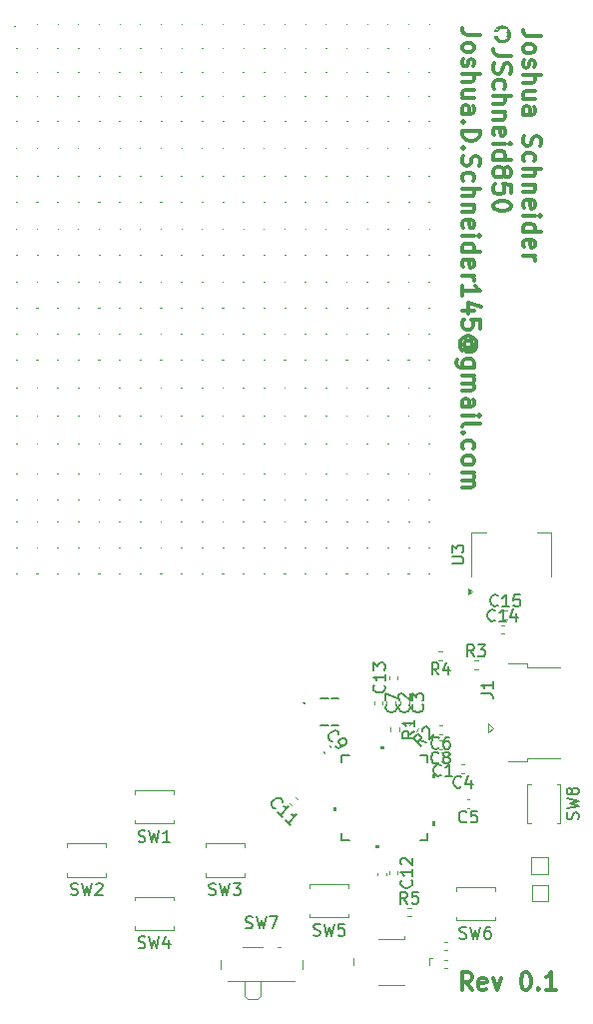
<source format=gbr>
%TF.GenerationSoftware,KiCad,Pcbnew,8.0.3*%
%TF.CreationDate,2024-08-11T15:35:29-05:00*%
%TF.ProjectId,tetrisBusinessCard,74657472-6973-4427-9573-696e65737343,rev?*%
%TF.SameCoordinates,Original*%
%TF.FileFunction,Legend,Top*%
%TF.FilePolarity,Positive*%
%FSLAX46Y46*%
G04 Gerber Fmt 4.6, Leading zero omitted, Abs format (unit mm)*
G04 Created by KiCad (PCBNEW 8.0.3) date 2024-08-11 15:35:29*
%MOMM*%
%LPD*%
G01*
G04 APERTURE LIST*
%ADD10C,0.300000*%
%ADD11C,0.150000*%
%ADD12C,0.100000*%
%ADD13C,0.120000*%
%ADD14C,0.152400*%
%ADD15C,0.000000*%
G04 APERTURE END LIST*
D10*
X213911653Y-103300828D02*
X213411653Y-102586542D01*
X213054510Y-103300828D02*
X213054510Y-101800828D01*
X213054510Y-101800828D02*
X213625939Y-101800828D01*
X213625939Y-101800828D02*
X213768796Y-101872257D01*
X213768796Y-101872257D02*
X213840225Y-101943685D01*
X213840225Y-101943685D02*
X213911653Y-102086542D01*
X213911653Y-102086542D02*
X213911653Y-102300828D01*
X213911653Y-102300828D02*
X213840225Y-102443685D01*
X213840225Y-102443685D02*
X213768796Y-102515114D01*
X213768796Y-102515114D02*
X213625939Y-102586542D01*
X213625939Y-102586542D02*
X213054510Y-102586542D01*
X215125939Y-103229400D02*
X214983082Y-103300828D01*
X214983082Y-103300828D02*
X214697368Y-103300828D01*
X214697368Y-103300828D02*
X214554510Y-103229400D01*
X214554510Y-103229400D02*
X214483082Y-103086542D01*
X214483082Y-103086542D02*
X214483082Y-102515114D01*
X214483082Y-102515114D02*
X214554510Y-102372257D01*
X214554510Y-102372257D02*
X214697368Y-102300828D01*
X214697368Y-102300828D02*
X214983082Y-102300828D01*
X214983082Y-102300828D02*
X215125939Y-102372257D01*
X215125939Y-102372257D02*
X215197368Y-102515114D01*
X215197368Y-102515114D02*
X215197368Y-102657971D01*
X215197368Y-102657971D02*
X214483082Y-102800828D01*
X215697367Y-102300828D02*
X216054510Y-103300828D01*
X216054510Y-103300828D02*
X216411653Y-102300828D01*
X218411653Y-101800828D02*
X218554510Y-101800828D01*
X218554510Y-101800828D02*
X218697367Y-101872257D01*
X218697367Y-101872257D02*
X218768796Y-101943685D01*
X218768796Y-101943685D02*
X218840224Y-102086542D01*
X218840224Y-102086542D02*
X218911653Y-102372257D01*
X218911653Y-102372257D02*
X218911653Y-102729400D01*
X218911653Y-102729400D02*
X218840224Y-103015114D01*
X218840224Y-103015114D02*
X218768796Y-103157971D01*
X218768796Y-103157971D02*
X218697367Y-103229400D01*
X218697367Y-103229400D02*
X218554510Y-103300828D01*
X218554510Y-103300828D02*
X218411653Y-103300828D01*
X218411653Y-103300828D02*
X218268796Y-103229400D01*
X218268796Y-103229400D02*
X218197367Y-103157971D01*
X218197367Y-103157971D02*
X218125938Y-103015114D01*
X218125938Y-103015114D02*
X218054510Y-102729400D01*
X218054510Y-102729400D02*
X218054510Y-102372257D01*
X218054510Y-102372257D02*
X218125938Y-102086542D01*
X218125938Y-102086542D02*
X218197367Y-101943685D01*
X218197367Y-101943685D02*
X218268796Y-101872257D01*
X218268796Y-101872257D02*
X218411653Y-101800828D01*
X219554509Y-103157971D02*
X219625938Y-103229400D01*
X219625938Y-103229400D02*
X219554509Y-103300828D01*
X219554509Y-103300828D02*
X219483081Y-103229400D01*
X219483081Y-103229400D02*
X219554509Y-103157971D01*
X219554509Y-103157971D02*
X219554509Y-103300828D01*
X221054510Y-103300828D02*
X220197367Y-103300828D01*
X220625938Y-103300828D02*
X220625938Y-101800828D01*
X220625938Y-101800828D02*
X220483081Y-102015114D01*
X220483081Y-102015114D02*
X220340224Y-102157971D01*
X220340224Y-102157971D02*
X220197367Y-102229400D01*
X217249171Y-24133082D02*
X216177742Y-24133082D01*
X216177742Y-24133082D02*
X215963457Y-24061653D01*
X215963457Y-24061653D02*
X215820600Y-23918796D01*
X215820600Y-23918796D02*
X215749171Y-23704510D01*
X215749171Y-23704510D02*
X215749171Y-23561653D01*
X215820600Y-24775939D02*
X215749171Y-24990225D01*
X215749171Y-24990225D02*
X215749171Y-25347367D01*
X215749171Y-25347367D02*
X215820600Y-25490225D01*
X215820600Y-25490225D02*
X215892028Y-25561653D01*
X215892028Y-25561653D02*
X216034885Y-25633082D01*
X216034885Y-25633082D02*
X216177742Y-25633082D01*
X216177742Y-25633082D02*
X216320600Y-25561653D01*
X216320600Y-25561653D02*
X216392028Y-25490225D01*
X216392028Y-25490225D02*
X216463457Y-25347367D01*
X216463457Y-25347367D02*
X216534885Y-25061653D01*
X216534885Y-25061653D02*
X216606314Y-24918796D01*
X216606314Y-24918796D02*
X216677742Y-24847367D01*
X216677742Y-24847367D02*
X216820600Y-24775939D01*
X216820600Y-24775939D02*
X216963457Y-24775939D01*
X216963457Y-24775939D02*
X217106314Y-24847367D01*
X217106314Y-24847367D02*
X217177742Y-24918796D01*
X217177742Y-24918796D02*
X217249171Y-25061653D01*
X217249171Y-25061653D02*
X217249171Y-25418796D01*
X217249171Y-25418796D02*
X217177742Y-25633082D01*
X215820600Y-26918796D02*
X215749171Y-26775938D01*
X215749171Y-26775938D02*
X215749171Y-26490224D01*
X215749171Y-26490224D02*
X215820600Y-26347367D01*
X215820600Y-26347367D02*
X215892028Y-26275938D01*
X215892028Y-26275938D02*
X216034885Y-26204510D01*
X216034885Y-26204510D02*
X216463457Y-26204510D01*
X216463457Y-26204510D02*
X216606314Y-26275938D01*
X216606314Y-26275938D02*
X216677742Y-26347367D01*
X216677742Y-26347367D02*
X216749171Y-26490224D01*
X216749171Y-26490224D02*
X216749171Y-26775938D01*
X216749171Y-26775938D02*
X216677742Y-26918796D01*
X215749171Y-27561652D02*
X217249171Y-27561652D01*
X215749171Y-28204510D02*
X216534885Y-28204510D01*
X216534885Y-28204510D02*
X216677742Y-28133081D01*
X216677742Y-28133081D02*
X216749171Y-27990224D01*
X216749171Y-27990224D02*
X216749171Y-27775938D01*
X216749171Y-27775938D02*
X216677742Y-27633081D01*
X216677742Y-27633081D02*
X216606314Y-27561652D01*
X216749171Y-28918795D02*
X215749171Y-28918795D01*
X216606314Y-28918795D02*
X216677742Y-28990224D01*
X216677742Y-28990224D02*
X216749171Y-29133081D01*
X216749171Y-29133081D02*
X216749171Y-29347367D01*
X216749171Y-29347367D02*
X216677742Y-29490224D01*
X216677742Y-29490224D02*
X216534885Y-29561653D01*
X216534885Y-29561653D02*
X215749171Y-29561653D01*
X215820600Y-30847367D02*
X215749171Y-30704510D01*
X215749171Y-30704510D02*
X215749171Y-30418796D01*
X215749171Y-30418796D02*
X215820600Y-30275938D01*
X215820600Y-30275938D02*
X215963457Y-30204510D01*
X215963457Y-30204510D02*
X216534885Y-30204510D01*
X216534885Y-30204510D02*
X216677742Y-30275938D01*
X216677742Y-30275938D02*
X216749171Y-30418796D01*
X216749171Y-30418796D02*
X216749171Y-30704510D01*
X216749171Y-30704510D02*
X216677742Y-30847367D01*
X216677742Y-30847367D02*
X216534885Y-30918796D01*
X216534885Y-30918796D02*
X216392028Y-30918796D01*
X216392028Y-30918796D02*
X216249171Y-30204510D01*
X215749171Y-31561652D02*
X216749171Y-31561652D01*
X217249171Y-31561652D02*
X217177742Y-31490224D01*
X217177742Y-31490224D02*
X217106314Y-31561652D01*
X217106314Y-31561652D02*
X217177742Y-31633081D01*
X217177742Y-31633081D02*
X217249171Y-31561652D01*
X217249171Y-31561652D02*
X217106314Y-31561652D01*
X215749171Y-32918796D02*
X217249171Y-32918796D01*
X215820600Y-32918796D02*
X215749171Y-32775938D01*
X215749171Y-32775938D02*
X215749171Y-32490224D01*
X215749171Y-32490224D02*
X215820600Y-32347367D01*
X215820600Y-32347367D02*
X215892028Y-32275938D01*
X215892028Y-32275938D02*
X216034885Y-32204510D01*
X216034885Y-32204510D02*
X216463457Y-32204510D01*
X216463457Y-32204510D02*
X216606314Y-32275938D01*
X216606314Y-32275938D02*
X216677742Y-32347367D01*
X216677742Y-32347367D02*
X216749171Y-32490224D01*
X216749171Y-32490224D02*
X216749171Y-32775938D01*
X216749171Y-32775938D02*
X216677742Y-32918796D01*
X216606314Y-33847367D02*
X216677742Y-33704510D01*
X216677742Y-33704510D02*
X216749171Y-33633081D01*
X216749171Y-33633081D02*
X216892028Y-33561653D01*
X216892028Y-33561653D02*
X216963457Y-33561653D01*
X216963457Y-33561653D02*
X217106314Y-33633081D01*
X217106314Y-33633081D02*
X217177742Y-33704510D01*
X217177742Y-33704510D02*
X217249171Y-33847367D01*
X217249171Y-33847367D02*
X217249171Y-34133081D01*
X217249171Y-34133081D02*
X217177742Y-34275939D01*
X217177742Y-34275939D02*
X217106314Y-34347367D01*
X217106314Y-34347367D02*
X216963457Y-34418796D01*
X216963457Y-34418796D02*
X216892028Y-34418796D01*
X216892028Y-34418796D02*
X216749171Y-34347367D01*
X216749171Y-34347367D02*
X216677742Y-34275939D01*
X216677742Y-34275939D02*
X216606314Y-34133081D01*
X216606314Y-34133081D02*
X216606314Y-33847367D01*
X216606314Y-33847367D02*
X216534885Y-33704510D01*
X216534885Y-33704510D02*
X216463457Y-33633081D01*
X216463457Y-33633081D02*
X216320600Y-33561653D01*
X216320600Y-33561653D02*
X216034885Y-33561653D01*
X216034885Y-33561653D02*
X215892028Y-33633081D01*
X215892028Y-33633081D02*
X215820600Y-33704510D01*
X215820600Y-33704510D02*
X215749171Y-33847367D01*
X215749171Y-33847367D02*
X215749171Y-34133081D01*
X215749171Y-34133081D02*
X215820600Y-34275939D01*
X215820600Y-34275939D02*
X215892028Y-34347367D01*
X215892028Y-34347367D02*
X216034885Y-34418796D01*
X216034885Y-34418796D02*
X216320600Y-34418796D01*
X216320600Y-34418796D02*
X216463457Y-34347367D01*
X216463457Y-34347367D02*
X216534885Y-34275939D01*
X216534885Y-34275939D02*
X216606314Y-34133081D01*
X217249171Y-35775938D02*
X217249171Y-35061652D01*
X217249171Y-35061652D02*
X216534885Y-34990224D01*
X216534885Y-34990224D02*
X216606314Y-35061652D01*
X216606314Y-35061652D02*
X216677742Y-35204510D01*
X216677742Y-35204510D02*
X216677742Y-35561652D01*
X216677742Y-35561652D02*
X216606314Y-35704510D01*
X216606314Y-35704510D02*
X216534885Y-35775938D01*
X216534885Y-35775938D02*
X216392028Y-35847367D01*
X216392028Y-35847367D02*
X216034885Y-35847367D01*
X216034885Y-35847367D02*
X215892028Y-35775938D01*
X215892028Y-35775938D02*
X215820600Y-35704510D01*
X215820600Y-35704510D02*
X215749171Y-35561652D01*
X215749171Y-35561652D02*
X215749171Y-35204510D01*
X215749171Y-35204510D02*
X215820600Y-35061652D01*
X215820600Y-35061652D02*
X215892028Y-34990224D01*
X217249171Y-36775938D02*
X217249171Y-36918795D01*
X217249171Y-36918795D02*
X217177742Y-37061652D01*
X217177742Y-37061652D02*
X217106314Y-37133081D01*
X217106314Y-37133081D02*
X216963457Y-37204509D01*
X216963457Y-37204509D02*
X216677742Y-37275938D01*
X216677742Y-37275938D02*
X216320600Y-37275938D01*
X216320600Y-37275938D02*
X216034885Y-37204509D01*
X216034885Y-37204509D02*
X215892028Y-37133081D01*
X215892028Y-37133081D02*
X215820600Y-37061652D01*
X215820600Y-37061652D02*
X215749171Y-36918795D01*
X215749171Y-36918795D02*
X215749171Y-36775938D01*
X215749171Y-36775938D02*
X215820600Y-36633081D01*
X215820600Y-36633081D02*
X215892028Y-36561652D01*
X215892028Y-36561652D02*
X216034885Y-36490223D01*
X216034885Y-36490223D02*
X216320600Y-36418795D01*
X216320600Y-36418795D02*
X216677742Y-36418795D01*
X216677742Y-36418795D02*
X216963457Y-36490223D01*
X216963457Y-36490223D02*
X217106314Y-36561652D01*
X217106314Y-36561652D02*
X217177742Y-36633081D01*
X217177742Y-36633081D02*
X217249171Y-36775938D01*
X219749171Y-22483082D02*
X218677742Y-22483082D01*
X218677742Y-22483082D02*
X218463457Y-22411653D01*
X218463457Y-22411653D02*
X218320600Y-22268796D01*
X218320600Y-22268796D02*
X218249171Y-22054510D01*
X218249171Y-22054510D02*
X218249171Y-21911653D01*
X218249171Y-23411653D02*
X218320600Y-23268796D01*
X218320600Y-23268796D02*
X218392028Y-23197367D01*
X218392028Y-23197367D02*
X218534885Y-23125939D01*
X218534885Y-23125939D02*
X218963457Y-23125939D01*
X218963457Y-23125939D02*
X219106314Y-23197367D01*
X219106314Y-23197367D02*
X219177742Y-23268796D01*
X219177742Y-23268796D02*
X219249171Y-23411653D01*
X219249171Y-23411653D02*
X219249171Y-23625939D01*
X219249171Y-23625939D02*
X219177742Y-23768796D01*
X219177742Y-23768796D02*
X219106314Y-23840225D01*
X219106314Y-23840225D02*
X218963457Y-23911653D01*
X218963457Y-23911653D02*
X218534885Y-23911653D01*
X218534885Y-23911653D02*
X218392028Y-23840225D01*
X218392028Y-23840225D02*
X218320600Y-23768796D01*
X218320600Y-23768796D02*
X218249171Y-23625939D01*
X218249171Y-23625939D02*
X218249171Y-23411653D01*
X218320600Y-24483082D02*
X218249171Y-24625939D01*
X218249171Y-24625939D02*
X218249171Y-24911653D01*
X218249171Y-24911653D02*
X218320600Y-25054510D01*
X218320600Y-25054510D02*
X218463457Y-25125939D01*
X218463457Y-25125939D02*
X218534885Y-25125939D01*
X218534885Y-25125939D02*
X218677742Y-25054510D01*
X218677742Y-25054510D02*
X218749171Y-24911653D01*
X218749171Y-24911653D02*
X218749171Y-24697368D01*
X218749171Y-24697368D02*
X218820600Y-24554510D01*
X218820600Y-24554510D02*
X218963457Y-24483082D01*
X218963457Y-24483082D02*
X219034885Y-24483082D01*
X219034885Y-24483082D02*
X219177742Y-24554510D01*
X219177742Y-24554510D02*
X219249171Y-24697368D01*
X219249171Y-24697368D02*
X219249171Y-24911653D01*
X219249171Y-24911653D02*
X219177742Y-25054510D01*
X218249171Y-25768796D02*
X219749171Y-25768796D01*
X218249171Y-26411654D02*
X219034885Y-26411654D01*
X219034885Y-26411654D02*
X219177742Y-26340225D01*
X219177742Y-26340225D02*
X219249171Y-26197368D01*
X219249171Y-26197368D02*
X219249171Y-25983082D01*
X219249171Y-25983082D02*
X219177742Y-25840225D01*
X219177742Y-25840225D02*
X219106314Y-25768796D01*
X219249171Y-27768797D02*
X218249171Y-27768797D01*
X219249171Y-27125939D02*
X218463457Y-27125939D01*
X218463457Y-27125939D02*
X218320600Y-27197368D01*
X218320600Y-27197368D02*
X218249171Y-27340225D01*
X218249171Y-27340225D02*
X218249171Y-27554511D01*
X218249171Y-27554511D02*
X218320600Y-27697368D01*
X218320600Y-27697368D02*
X218392028Y-27768797D01*
X218249171Y-29125940D02*
X219034885Y-29125940D01*
X219034885Y-29125940D02*
X219177742Y-29054511D01*
X219177742Y-29054511D02*
X219249171Y-28911654D01*
X219249171Y-28911654D02*
X219249171Y-28625940D01*
X219249171Y-28625940D02*
X219177742Y-28483082D01*
X218320600Y-29125940D02*
X218249171Y-28983082D01*
X218249171Y-28983082D02*
X218249171Y-28625940D01*
X218249171Y-28625940D02*
X218320600Y-28483082D01*
X218320600Y-28483082D02*
X218463457Y-28411654D01*
X218463457Y-28411654D02*
X218606314Y-28411654D01*
X218606314Y-28411654D02*
X218749171Y-28483082D01*
X218749171Y-28483082D02*
X218820600Y-28625940D01*
X218820600Y-28625940D02*
X218820600Y-28983082D01*
X218820600Y-28983082D02*
X218892028Y-29125940D01*
X218320600Y-30911654D02*
X218249171Y-31125940D01*
X218249171Y-31125940D02*
X218249171Y-31483082D01*
X218249171Y-31483082D02*
X218320600Y-31625940D01*
X218320600Y-31625940D02*
X218392028Y-31697368D01*
X218392028Y-31697368D02*
X218534885Y-31768797D01*
X218534885Y-31768797D02*
X218677742Y-31768797D01*
X218677742Y-31768797D02*
X218820600Y-31697368D01*
X218820600Y-31697368D02*
X218892028Y-31625940D01*
X218892028Y-31625940D02*
X218963457Y-31483082D01*
X218963457Y-31483082D02*
X219034885Y-31197368D01*
X219034885Y-31197368D02*
X219106314Y-31054511D01*
X219106314Y-31054511D02*
X219177742Y-30983082D01*
X219177742Y-30983082D02*
X219320600Y-30911654D01*
X219320600Y-30911654D02*
X219463457Y-30911654D01*
X219463457Y-30911654D02*
X219606314Y-30983082D01*
X219606314Y-30983082D02*
X219677742Y-31054511D01*
X219677742Y-31054511D02*
X219749171Y-31197368D01*
X219749171Y-31197368D02*
X219749171Y-31554511D01*
X219749171Y-31554511D02*
X219677742Y-31768797D01*
X218320600Y-33054511D02*
X218249171Y-32911653D01*
X218249171Y-32911653D02*
X218249171Y-32625939D01*
X218249171Y-32625939D02*
X218320600Y-32483082D01*
X218320600Y-32483082D02*
X218392028Y-32411653D01*
X218392028Y-32411653D02*
X218534885Y-32340225D01*
X218534885Y-32340225D02*
X218963457Y-32340225D01*
X218963457Y-32340225D02*
X219106314Y-32411653D01*
X219106314Y-32411653D02*
X219177742Y-32483082D01*
X219177742Y-32483082D02*
X219249171Y-32625939D01*
X219249171Y-32625939D02*
X219249171Y-32911653D01*
X219249171Y-32911653D02*
X219177742Y-33054511D01*
X218249171Y-33697367D02*
X219749171Y-33697367D01*
X218249171Y-34340225D02*
X219034885Y-34340225D01*
X219034885Y-34340225D02*
X219177742Y-34268796D01*
X219177742Y-34268796D02*
X219249171Y-34125939D01*
X219249171Y-34125939D02*
X219249171Y-33911653D01*
X219249171Y-33911653D02*
X219177742Y-33768796D01*
X219177742Y-33768796D02*
X219106314Y-33697367D01*
X219249171Y-35054510D02*
X218249171Y-35054510D01*
X219106314Y-35054510D02*
X219177742Y-35125939D01*
X219177742Y-35125939D02*
X219249171Y-35268796D01*
X219249171Y-35268796D02*
X219249171Y-35483082D01*
X219249171Y-35483082D02*
X219177742Y-35625939D01*
X219177742Y-35625939D02*
X219034885Y-35697368D01*
X219034885Y-35697368D02*
X218249171Y-35697368D01*
X218320600Y-36983082D02*
X218249171Y-36840225D01*
X218249171Y-36840225D02*
X218249171Y-36554511D01*
X218249171Y-36554511D02*
X218320600Y-36411653D01*
X218320600Y-36411653D02*
X218463457Y-36340225D01*
X218463457Y-36340225D02*
X219034885Y-36340225D01*
X219034885Y-36340225D02*
X219177742Y-36411653D01*
X219177742Y-36411653D02*
X219249171Y-36554511D01*
X219249171Y-36554511D02*
X219249171Y-36840225D01*
X219249171Y-36840225D02*
X219177742Y-36983082D01*
X219177742Y-36983082D02*
X219034885Y-37054511D01*
X219034885Y-37054511D02*
X218892028Y-37054511D01*
X218892028Y-37054511D02*
X218749171Y-36340225D01*
X218249171Y-37697367D02*
X219249171Y-37697367D01*
X219749171Y-37697367D02*
X219677742Y-37625939D01*
X219677742Y-37625939D02*
X219606314Y-37697367D01*
X219606314Y-37697367D02*
X219677742Y-37768796D01*
X219677742Y-37768796D02*
X219749171Y-37697367D01*
X219749171Y-37697367D02*
X219606314Y-37697367D01*
X218249171Y-39054511D02*
X219749171Y-39054511D01*
X218320600Y-39054511D02*
X218249171Y-38911653D01*
X218249171Y-38911653D02*
X218249171Y-38625939D01*
X218249171Y-38625939D02*
X218320600Y-38483082D01*
X218320600Y-38483082D02*
X218392028Y-38411653D01*
X218392028Y-38411653D02*
X218534885Y-38340225D01*
X218534885Y-38340225D02*
X218963457Y-38340225D01*
X218963457Y-38340225D02*
X219106314Y-38411653D01*
X219106314Y-38411653D02*
X219177742Y-38483082D01*
X219177742Y-38483082D02*
X219249171Y-38625939D01*
X219249171Y-38625939D02*
X219249171Y-38911653D01*
X219249171Y-38911653D02*
X219177742Y-39054511D01*
X218320600Y-40340225D02*
X218249171Y-40197368D01*
X218249171Y-40197368D02*
X218249171Y-39911654D01*
X218249171Y-39911654D02*
X218320600Y-39768796D01*
X218320600Y-39768796D02*
X218463457Y-39697368D01*
X218463457Y-39697368D02*
X219034885Y-39697368D01*
X219034885Y-39697368D02*
X219177742Y-39768796D01*
X219177742Y-39768796D02*
X219249171Y-39911654D01*
X219249171Y-39911654D02*
X219249171Y-40197368D01*
X219249171Y-40197368D02*
X219177742Y-40340225D01*
X219177742Y-40340225D02*
X219034885Y-40411654D01*
X219034885Y-40411654D02*
X218892028Y-40411654D01*
X218892028Y-40411654D02*
X218749171Y-39697368D01*
X218249171Y-41054510D02*
X219249171Y-41054510D01*
X218963457Y-41054510D02*
X219106314Y-41125939D01*
X219106314Y-41125939D02*
X219177742Y-41197368D01*
X219177742Y-41197368D02*
X219249171Y-41340225D01*
X219249171Y-41340225D02*
X219249171Y-41483082D01*
X214599171Y-22383082D02*
X213527742Y-22383082D01*
X213527742Y-22383082D02*
X213313457Y-22311653D01*
X213313457Y-22311653D02*
X213170600Y-22168796D01*
X213170600Y-22168796D02*
X213099171Y-21954510D01*
X213099171Y-21954510D02*
X213099171Y-21811653D01*
X213099171Y-23311653D02*
X213170600Y-23168796D01*
X213170600Y-23168796D02*
X213242028Y-23097367D01*
X213242028Y-23097367D02*
X213384885Y-23025939D01*
X213384885Y-23025939D02*
X213813457Y-23025939D01*
X213813457Y-23025939D02*
X213956314Y-23097367D01*
X213956314Y-23097367D02*
X214027742Y-23168796D01*
X214027742Y-23168796D02*
X214099171Y-23311653D01*
X214099171Y-23311653D02*
X214099171Y-23525939D01*
X214099171Y-23525939D02*
X214027742Y-23668796D01*
X214027742Y-23668796D02*
X213956314Y-23740225D01*
X213956314Y-23740225D02*
X213813457Y-23811653D01*
X213813457Y-23811653D02*
X213384885Y-23811653D01*
X213384885Y-23811653D02*
X213242028Y-23740225D01*
X213242028Y-23740225D02*
X213170600Y-23668796D01*
X213170600Y-23668796D02*
X213099171Y-23525939D01*
X213099171Y-23525939D02*
X213099171Y-23311653D01*
X213170600Y-24383082D02*
X213099171Y-24525939D01*
X213099171Y-24525939D02*
X213099171Y-24811653D01*
X213099171Y-24811653D02*
X213170600Y-24954510D01*
X213170600Y-24954510D02*
X213313457Y-25025939D01*
X213313457Y-25025939D02*
X213384885Y-25025939D01*
X213384885Y-25025939D02*
X213527742Y-24954510D01*
X213527742Y-24954510D02*
X213599171Y-24811653D01*
X213599171Y-24811653D02*
X213599171Y-24597368D01*
X213599171Y-24597368D02*
X213670600Y-24454510D01*
X213670600Y-24454510D02*
X213813457Y-24383082D01*
X213813457Y-24383082D02*
X213884885Y-24383082D01*
X213884885Y-24383082D02*
X214027742Y-24454510D01*
X214027742Y-24454510D02*
X214099171Y-24597368D01*
X214099171Y-24597368D02*
X214099171Y-24811653D01*
X214099171Y-24811653D02*
X214027742Y-24954510D01*
X213099171Y-25668796D02*
X214599171Y-25668796D01*
X213099171Y-26311654D02*
X213884885Y-26311654D01*
X213884885Y-26311654D02*
X214027742Y-26240225D01*
X214027742Y-26240225D02*
X214099171Y-26097368D01*
X214099171Y-26097368D02*
X214099171Y-25883082D01*
X214099171Y-25883082D02*
X214027742Y-25740225D01*
X214027742Y-25740225D02*
X213956314Y-25668796D01*
X214099171Y-27668797D02*
X213099171Y-27668797D01*
X214099171Y-27025939D02*
X213313457Y-27025939D01*
X213313457Y-27025939D02*
X213170600Y-27097368D01*
X213170600Y-27097368D02*
X213099171Y-27240225D01*
X213099171Y-27240225D02*
X213099171Y-27454511D01*
X213099171Y-27454511D02*
X213170600Y-27597368D01*
X213170600Y-27597368D02*
X213242028Y-27668797D01*
X213099171Y-29025940D02*
X213884885Y-29025940D01*
X213884885Y-29025940D02*
X214027742Y-28954511D01*
X214027742Y-28954511D02*
X214099171Y-28811654D01*
X214099171Y-28811654D02*
X214099171Y-28525940D01*
X214099171Y-28525940D02*
X214027742Y-28383082D01*
X213170600Y-29025940D02*
X213099171Y-28883082D01*
X213099171Y-28883082D02*
X213099171Y-28525940D01*
X213099171Y-28525940D02*
X213170600Y-28383082D01*
X213170600Y-28383082D02*
X213313457Y-28311654D01*
X213313457Y-28311654D02*
X213456314Y-28311654D01*
X213456314Y-28311654D02*
X213599171Y-28383082D01*
X213599171Y-28383082D02*
X213670600Y-28525940D01*
X213670600Y-28525940D02*
X213670600Y-28883082D01*
X213670600Y-28883082D02*
X213742028Y-29025940D01*
X213242028Y-29740225D02*
X213170600Y-29811654D01*
X213170600Y-29811654D02*
X213099171Y-29740225D01*
X213099171Y-29740225D02*
X213170600Y-29668797D01*
X213170600Y-29668797D02*
X213242028Y-29740225D01*
X213242028Y-29740225D02*
X213099171Y-29740225D01*
X213099171Y-30454511D02*
X214599171Y-30454511D01*
X214599171Y-30454511D02*
X214599171Y-30811654D01*
X214599171Y-30811654D02*
X214527742Y-31025940D01*
X214527742Y-31025940D02*
X214384885Y-31168797D01*
X214384885Y-31168797D02*
X214242028Y-31240226D01*
X214242028Y-31240226D02*
X213956314Y-31311654D01*
X213956314Y-31311654D02*
X213742028Y-31311654D01*
X213742028Y-31311654D02*
X213456314Y-31240226D01*
X213456314Y-31240226D02*
X213313457Y-31168797D01*
X213313457Y-31168797D02*
X213170600Y-31025940D01*
X213170600Y-31025940D02*
X213099171Y-30811654D01*
X213099171Y-30811654D02*
X213099171Y-30454511D01*
X213242028Y-31954511D02*
X213170600Y-32025940D01*
X213170600Y-32025940D02*
X213099171Y-31954511D01*
X213099171Y-31954511D02*
X213170600Y-31883083D01*
X213170600Y-31883083D02*
X213242028Y-31954511D01*
X213242028Y-31954511D02*
X213099171Y-31954511D01*
X213170600Y-32597369D02*
X213099171Y-32811655D01*
X213099171Y-32811655D02*
X213099171Y-33168797D01*
X213099171Y-33168797D02*
X213170600Y-33311655D01*
X213170600Y-33311655D02*
X213242028Y-33383083D01*
X213242028Y-33383083D02*
X213384885Y-33454512D01*
X213384885Y-33454512D02*
X213527742Y-33454512D01*
X213527742Y-33454512D02*
X213670600Y-33383083D01*
X213670600Y-33383083D02*
X213742028Y-33311655D01*
X213742028Y-33311655D02*
X213813457Y-33168797D01*
X213813457Y-33168797D02*
X213884885Y-32883083D01*
X213884885Y-32883083D02*
X213956314Y-32740226D01*
X213956314Y-32740226D02*
X214027742Y-32668797D01*
X214027742Y-32668797D02*
X214170600Y-32597369D01*
X214170600Y-32597369D02*
X214313457Y-32597369D01*
X214313457Y-32597369D02*
X214456314Y-32668797D01*
X214456314Y-32668797D02*
X214527742Y-32740226D01*
X214527742Y-32740226D02*
X214599171Y-32883083D01*
X214599171Y-32883083D02*
X214599171Y-33240226D01*
X214599171Y-33240226D02*
X214527742Y-33454512D01*
X213170600Y-34740226D02*
X213099171Y-34597368D01*
X213099171Y-34597368D02*
X213099171Y-34311654D01*
X213099171Y-34311654D02*
X213170600Y-34168797D01*
X213170600Y-34168797D02*
X213242028Y-34097368D01*
X213242028Y-34097368D02*
X213384885Y-34025940D01*
X213384885Y-34025940D02*
X213813457Y-34025940D01*
X213813457Y-34025940D02*
X213956314Y-34097368D01*
X213956314Y-34097368D02*
X214027742Y-34168797D01*
X214027742Y-34168797D02*
X214099171Y-34311654D01*
X214099171Y-34311654D02*
X214099171Y-34597368D01*
X214099171Y-34597368D02*
X214027742Y-34740226D01*
X213099171Y-35383082D02*
X214599171Y-35383082D01*
X213099171Y-36025940D02*
X213884885Y-36025940D01*
X213884885Y-36025940D02*
X214027742Y-35954511D01*
X214027742Y-35954511D02*
X214099171Y-35811654D01*
X214099171Y-35811654D02*
X214099171Y-35597368D01*
X214099171Y-35597368D02*
X214027742Y-35454511D01*
X214027742Y-35454511D02*
X213956314Y-35383082D01*
X214099171Y-36740225D02*
X213099171Y-36740225D01*
X213956314Y-36740225D02*
X214027742Y-36811654D01*
X214027742Y-36811654D02*
X214099171Y-36954511D01*
X214099171Y-36954511D02*
X214099171Y-37168797D01*
X214099171Y-37168797D02*
X214027742Y-37311654D01*
X214027742Y-37311654D02*
X213884885Y-37383083D01*
X213884885Y-37383083D02*
X213099171Y-37383083D01*
X213170600Y-38668797D02*
X213099171Y-38525940D01*
X213099171Y-38525940D02*
X213099171Y-38240226D01*
X213099171Y-38240226D02*
X213170600Y-38097368D01*
X213170600Y-38097368D02*
X213313457Y-38025940D01*
X213313457Y-38025940D02*
X213884885Y-38025940D01*
X213884885Y-38025940D02*
X214027742Y-38097368D01*
X214027742Y-38097368D02*
X214099171Y-38240226D01*
X214099171Y-38240226D02*
X214099171Y-38525940D01*
X214099171Y-38525940D02*
X214027742Y-38668797D01*
X214027742Y-38668797D02*
X213884885Y-38740226D01*
X213884885Y-38740226D02*
X213742028Y-38740226D01*
X213742028Y-38740226D02*
X213599171Y-38025940D01*
X213099171Y-39383082D02*
X214099171Y-39383082D01*
X214599171Y-39383082D02*
X214527742Y-39311654D01*
X214527742Y-39311654D02*
X214456314Y-39383082D01*
X214456314Y-39383082D02*
X214527742Y-39454511D01*
X214527742Y-39454511D02*
X214599171Y-39383082D01*
X214599171Y-39383082D02*
X214456314Y-39383082D01*
X213099171Y-40740226D02*
X214599171Y-40740226D01*
X213170600Y-40740226D02*
X213099171Y-40597368D01*
X213099171Y-40597368D02*
X213099171Y-40311654D01*
X213099171Y-40311654D02*
X213170600Y-40168797D01*
X213170600Y-40168797D02*
X213242028Y-40097368D01*
X213242028Y-40097368D02*
X213384885Y-40025940D01*
X213384885Y-40025940D02*
X213813457Y-40025940D01*
X213813457Y-40025940D02*
X213956314Y-40097368D01*
X213956314Y-40097368D02*
X214027742Y-40168797D01*
X214027742Y-40168797D02*
X214099171Y-40311654D01*
X214099171Y-40311654D02*
X214099171Y-40597368D01*
X214099171Y-40597368D02*
X214027742Y-40740226D01*
X213170600Y-42025940D02*
X213099171Y-41883083D01*
X213099171Y-41883083D02*
X213099171Y-41597369D01*
X213099171Y-41597369D02*
X213170600Y-41454511D01*
X213170600Y-41454511D02*
X213313457Y-41383083D01*
X213313457Y-41383083D02*
X213884885Y-41383083D01*
X213884885Y-41383083D02*
X214027742Y-41454511D01*
X214027742Y-41454511D02*
X214099171Y-41597369D01*
X214099171Y-41597369D02*
X214099171Y-41883083D01*
X214099171Y-41883083D02*
X214027742Y-42025940D01*
X214027742Y-42025940D02*
X213884885Y-42097369D01*
X213884885Y-42097369D02*
X213742028Y-42097369D01*
X213742028Y-42097369D02*
X213599171Y-41383083D01*
X213099171Y-42740225D02*
X214099171Y-42740225D01*
X213813457Y-42740225D02*
X213956314Y-42811654D01*
X213956314Y-42811654D02*
X214027742Y-42883083D01*
X214027742Y-42883083D02*
X214099171Y-43025940D01*
X214099171Y-43025940D02*
X214099171Y-43168797D01*
X213099171Y-44454511D02*
X213099171Y-43597368D01*
X213099171Y-44025939D02*
X214599171Y-44025939D01*
X214599171Y-44025939D02*
X214384885Y-43883082D01*
X214384885Y-43883082D02*
X214242028Y-43740225D01*
X214242028Y-43740225D02*
X214170600Y-43597368D01*
X214099171Y-45740225D02*
X213099171Y-45740225D01*
X214670600Y-45383082D02*
X213599171Y-45025939D01*
X213599171Y-45025939D02*
X213599171Y-45954510D01*
X214599171Y-47240224D02*
X214599171Y-46525938D01*
X214599171Y-46525938D02*
X213884885Y-46454510D01*
X213884885Y-46454510D02*
X213956314Y-46525938D01*
X213956314Y-46525938D02*
X214027742Y-46668796D01*
X214027742Y-46668796D02*
X214027742Y-47025938D01*
X214027742Y-47025938D02*
X213956314Y-47168796D01*
X213956314Y-47168796D02*
X213884885Y-47240224D01*
X213884885Y-47240224D02*
X213742028Y-47311653D01*
X213742028Y-47311653D02*
X213384885Y-47311653D01*
X213384885Y-47311653D02*
X213242028Y-47240224D01*
X213242028Y-47240224D02*
X213170600Y-47168796D01*
X213170600Y-47168796D02*
X213099171Y-47025938D01*
X213099171Y-47025938D02*
X213099171Y-46668796D01*
X213099171Y-46668796D02*
X213170600Y-46525938D01*
X213170600Y-46525938D02*
X213242028Y-46454510D01*
X213813457Y-48883081D02*
X213884885Y-48811652D01*
X213884885Y-48811652D02*
X213956314Y-48668795D01*
X213956314Y-48668795D02*
X213956314Y-48525938D01*
X213956314Y-48525938D02*
X213884885Y-48383081D01*
X213884885Y-48383081D02*
X213813457Y-48311652D01*
X213813457Y-48311652D02*
X213670600Y-48240224D01*
X213670600Y-48240224D02*
X213527742Y-48240224D01*
X213527742Y-48240224D02*
X213384885Y-48311652D01*
X213384885Y-48311652D02*
X213313457Y-48383081D01*
X213313457Y-48383081D02*
X213242028Y-48525938D01*
X213242028Y-48525938D02*
X213242028Y-48668795D01*
X213242028Y-48668795D02*
X213313457Y-48811652D01*
X213313457Y-48811652D02*
X213384885Y-48883081D01*
X213956314Y-48883081D02*
X213384885Y-48883081D01*
X213384885Y-48883081D02*
X213313457Y-48954509D01*
X213313457Y-48954509D02*
X213313457Y-49025938D01*
X213313457Y-49025938D02*
X213384885Y-49168795D01*
X213384885Y-49168795D02*
X213527742Y-49240224D01*
X213527742Y-49240224D02*
X213884885Y-49240224D01*
X213884885Y-49240224D02*
X214099171Y-49097367D01*
X214099171Y-49097367D02*
X214242028Y-48883081D01*
X214242028Y-48883081D02*
X214313457Y-48597367D01*
X214313457Y-48597367D02*
X214242028Y-48311652D01*
X214242028Y-48311652D02*
X214099171Y-48097367D01*
X214099171Y-48097367D02*
X213884885Y-47954509D01*
X213884885Y-47954509D02*
X213599171Y-47883081D01*
X213599171Y-47883081D02*
X213313457Y-47954509D01*
X213313457Y-47954509D02*
X213099171Y-48097367D01*
X213099171Y-48097367D02*
X212956314Y-48311652D01*
X212956314Y-48311652D02*
X212884885Y-48597367D01*
X212884885Y-48597367D02*
X212956314Y-48883081D01*
X212956314Y-48883081D02*
X213099171Y-49097367D01*
X214099171Y-50525938D02*
X212884885Y-50525938D01*
X212884885Y-50525938D02*
X212742028Y-50454509D01*
X212742028Y-50454509D02*
X212670600Y-50383080D01*
X212670600Y-50383080D02*
X212599171Y-50240223D01*
X212599171Y-50240223D02*
X212599171Y-50025938D01*
X212599171Y-50025938D02*
X212670600Y-49883080D01*
X213170600Y-50525938D02*
X213099171Y-50383080D01*
X213099171Y-50383080D02*
X213099171Y-50097366D01*
X213099171Y-50097366D02*
X213170600Y-49954509D01*
X213170600Y-49954509D02*
X213242028Y-49883080D01*
X213242028Y-49883080D02*
X213384885Y-49811652D01*
X213384885Y-49811652D02*
X213813457Y-49811652D01*
X213813457Y-49811652D02*
X213956314Y-49883080D01*
X213956314Y-49883080D02*
X214027742Y-49954509D01*
X214027742Y-49954509D02*
X214099171Y-50097366D01*
X214099171Y-50097366D02*
X214099171Y-50383080D01*
X214099171Y-50383080D02*
X214027742Y-50525938D01*
X213099171Y-51240223D02*
X214099171Y-51240223D01*
X213956314Y-51240223D02*
X214027742Y-51311652D01*
X214027742Y-51311652D02*
X214099171Y-51454509D01*
X214099171Y-51454509D02*
X214099171Y-51668795D01*
X214099171Y-51668795D02*
X214027742Y-51811652D01*
X214027742Y-51811652D02*
X213884885Y-51883081D01*
X213884885Y-51883081D02*
X213099171Y-51883081D01*
X213884885Y-51883081D02*
X214027742Y-51954509D01*
X214027742Y-51954509D02*
X214099171Y-52097366D01*
X214099171Y-52097366D02*
X214099171Y-52311652D01*
X214099171Y-52311652D02*
X214027742Y-52454509D01*
X214027742Y-52454509D02*
X213884885Y-52525938D01*
X213884885Y-52525938D02*
X213099171Y-52525938D01*
X213099171Y-53883081D02*
X213884885Y-53883081D01*
X213884885Y-53883081D02*
X214027742Y-53811652D01*
X214027742Y-53811652D02*
X214099171Y-53668795D01*
X214099171Y-53668795D02*
X214099171Y-53383081D01*
X214099171Y-53383081D02*
X214027742Y-53240223D01*
X213170600Y-53883081D02*
X213099171Y-53740223D01*
X213099171Y-53740223D02*
X213099171Y-53383081D01*
X213099171Y-53383081D02*
X213170600Y-53240223D01*
X213170600Y-53240223D02*
X213313457Y-53168795D01*
X213313457Y-53168795D02*
X213456314Y-53168795D01*
X213456314Y-53168795D02*
X213599171Y-53240223D01*
X213599171Y-53240223D02*
X213670600Y-53383081D01*
X213670600Y-53383081D02*
X213670600Y-53740223D01*
X213670600Y-53740223D02*
X213742028Y-53883081D01*
X213099171Y-54597366D02*
X214099171Y-54597366D01*
X214599171Y-54597366D02*
X214527742Y-54525938D01*
X214527742Y-54525938D02*
X214456314Y-54597366D01*
X214456314Y-54597366D02*
X214527742Y-54668795D01*
X214527742Y-54668795D02*
X214599171Y-54597366D01*
X214599171Y-54597366D02*
X214456314Y-54597366D01*
X213099171Y-55525938D02*
X213170600Y-55383081D01*
X213170600Y-55383081D02*
X213313457Y-55311652D01*
X213313457Y-55311652D02*
X214599171Y-55311652D01*
X213242028Y-56097366D02*
X213170600Y-56168795D01*
X213170600Y-56168795D02*
X213099171Y-56097366D01*
X213099171Y-56097366D02*
X213170600Y-56025938D01*
X213170600Y-56025938D02*
X213242028Y-56097366D01*
X213242028Y-56097366D02*
X213099171Y-56097366D01*
X213170600Y-57454510D02*
X213099171Y-57311652D01*
X213099171Y-57311652D02*
X213099171Y-57025938D01*
X213099171Y-57025938D02*
X213170600Y-56883081D01*
X213170600Y-56883081D02*
X213242028Y-56811652D01*
X213242028Y-56811652D02*
X213384885Y-56740224D01*
X213384885Y-56740224D02*
X213813457Y-56740224D01*
X213813457Y-56740224D02*
X213956314Y-56811652D01*
X213956314Y-56811652D02*
X214027742Y-56883081D01*
X214027742Y-56883081D02*
X214099171Y-57025938D01*
X214099171Y-57025938D02*
X214099171Y-57311652D01*
X214099171Y-57311652D02*
X214027742Y-57454510D01*
X213099171Y-58311652D02*
X213170600Y-58168795D01*
X213170600Y-58168795D02*
X213242028Y-58097366D01*
X213242028Y-58097366D02*
X213384885Y-58025938D01*
X213384885Y-58025938D02*
X213813457Y-58025938D01*
X213813457Y-58025938D02*
X213956314Y-58097366D01*
X213956314Y-58097366D02*
X214027742Y-58168795D01*
X214027742Y-58168795D02*
X214099171Y-58311652D01*
X214099171Y-58311652D02*
X214099171Y-58525938D01*
X214099171Y-58525938D02*
X214027742Y-58668795D01*
X214027742Y-58668795D02*
X213956314Y-58740224D01*
X213956314Y-58740224D02*
X213813457Y-58811652D01*
X213813457Y-58811652D02*
X213384885Y-58811652D01*
X213384885Y-58811652D02*
X213242028Y-58740224D01*
X213242028Y-58740224D02*
X213170600Y-58668795D01*
X213170600Y-58668795D02*
X213099171Y-58525938D01*
X213099171Y-58525938D02*
X213099171Y-58311652D01*
X213099171Y-59454509D02*
X214099171Y-59454509D01*
X213956314Y-59454509D02*
X214027742Y-59525938D01*
X214027742Y-59525938D02*
X214099171Y-59668795D01*
X214099171Y-59668795D02*
X214099171Y-59883081D01*
X214099171Y-59883081D02*
X214027742Y-60025938D01*
X214027742Y-60025938D02*
X213884885Y-60097367D01*
X213884885Y-60097367D02*
X213099171Y-60097367D01*
X213884885Y-60097367D02*
X214027742Y-60168795D01*
X214027742Y-60168795D02*
X214099171Y-60311652D01*
X214099171Y-60311652D02*
X214099171Y-60525938D01*
X214099171Y-60525938D02*
X214027742Y-60668795D01*
X214027742Y-60668795D02*
X213884885Y-60740224D01*
X213884885Y-60740224D02*
X213099171Y-60740224D01*
D11*
X202055184Y-82223220D02*
X201987840Y-82223220D01*
X201987840Y-82223220D02*
X201853153Y-82155876D01*
X201853153Y-82155876D02*
X201785810Y-82088533D01*
X201785810Y-82088533D02*
X201718466Y-81953846D01*
X201718466Y-81953846D02*
X201718466Y-81819159D01*
X201718466Y-81819159D02*
X201752138Y-81718144D01*
X201752138Y-81718144D02*
X201853153Y-81549785D01*
X201853153Y-81549785D02*
X201954168Y-81448770D01*
X201954168Y-81448770D02*
X202122527Y-81347754D01*
X202122527Y-81347754D02*
X202223542Y-81314083D01*
X202223542Y-81314083D02*
X202358229Y-81314083D01*
X202358229Y-81314083D02*
X202492916Y-81381426D01*
X202492916Y-81381426D02*
X202560260Y-81448770D01*
X202560260Y-81448770D02*
X202627603Y-81583457D01*
X202627603Y-81583457D02*
X202627603Y-81650800D01*
X202324558Y-82627281D02*
X202459245Y-82761968D01*
X202459245Y-82761968D02*
X202560260Y-82795640D01*
X202560260Y-82795640D02*
X202627603Y-82795640D01*
X202627603Y-82795640D02*
X202795962Y-82761968D01*
X202795962Y-82761968D02*
X202964321Y-82660953D01*
X202964321Y-82660953D02*
X203233695Y-82391579D01*
X203233695Y-82391579D02*
X203267367Y-82290563D01*
X203267367Y-82290563D02*
X203267367Y-82223220D01*
X203267367Y-82223220D02*
X203233695Y-82122205D01*
X203233695Y-82122205D02*
X203099008Y-81987518D01*
X203099008Y-81987518D02*
X202997993Y-81953846D01*
X202997993Y-81953846D02*
X202930649Y-81953846D01*
X202930649Y-81953846D02*
X202829634Y-81987518D01*
X202829634Y-81987518D02*
X202661275Y-82155876D01*
X202661275Y-82155876D02*
X202627603Y-82256892D01*
X202627603Y-82256892D02*
X202627603Y-82324235D01*
X202627603Y-82324235D02*
X202661275Y-82425250D01*
X202661275Y-82425250D02*
X202795962Y-82559937D01*
X202795962Y-82559937D02*
X202896977Y-82593609D01*
X202896977Y-82593609D02*
X202964321Y-82593609D01*
X202964321Y-82593609D02*
X203065336Y-82559937D01*
X208769580Y-94007857D02*
X208817200Y-94055476D01*
X208817200Y-94055476D02*
X208864819Y-94198333D01*
X208864819Y-94198333D02*
X208864819Y-94293571D01*
X208864819Y-94293571D02*
X208817200Y-94436428D01*
X208817200Y-94436428D02*
X208721961Y-94531666D01*
X208721961Y-94531666D02*
X208626723Y-94579285D01*
X208626723Y-94579285D02*
X208436247Y-94626904D01*
X208436247Y-94626904D02*
X208293390Y-94626904D01*
X208293390Y-94626904D02*
X208102914Y-94579285D01*
X208102914Y-94579285D02*
X208007676Y-94531666D01*
X208007676Y-94531666D02*
X207912438Y-94436428D01*
X207912438Y-94436428D02*
X207864819Y-94293571D01*
X207864819Y-94293571D02*
X207864819Y-94198333D01*
X207864819Y-94198333D02*
X207912438Y-94055476D01*
X207912438Y-94055476D02*
X207960057Y-94007857D01*
X208864819Y-93055476D02*
X208864819Y-93626904D01*
X208864819Y-93341190D02*
X207864819Y-93341190D01*
X207864819Y-93341190D02*
X208007676Y-93436428D01*
X208007676Y-93436428D02*
X208102914Y-93531666D01*
X208102914Y-93531666D02*
X208150533Y-93626904D01*
X207960057Y-92674523D02*
X207912438Y-92626904D01*
X207912438Y-92626904D02*
X207864819Y-92531666D01*
X207864819Y-92531666D02*
X207864819Y-92293571D01*
X207864819Y-92293571D02*
X207912438Y-92198333D01*
X207912438Y-92198333D02*
X207960057Y-92150714D01*
X207960057Y-92150714D02*
X208055295Y-92103095D01*
X208055295Y-92103095D02*
X208150533Y-92103095D01*
X208150533Y-92103095D02*
X208293390Y-92150714D01*
X208293390Y-92150714D02*
X208864819Y-92722142D01*
X208864819Y-92722142D02*
X208864819Y-92103095D01*
X209024819Y-81356666D02*
X208548628Y-81689999D01*
X209024819Y-81928094D02*
X208024819Y-81928094D01*
X208024819Y-81928094D02*
X208024819Y-81547142D01*
X208024819Y-81547142D02*
X208072438Y-81451904D01*
X208072438Y-81451904D02*
X208120057Y-81404285D01*
X208120057Y-81404285D02*
X208215295Y-81356666D01*
X208215295Y-81356666D02*
X208358152Y-81356666D01*
X208358152Y-81356666D02*
X208453390Y-81404285D01*
X208453390Y-81404285D02*
X208501009Y-81451904D01*
X208501009Y-81451904D02*
X208548628Y-81547142D01*
X208548628Y-81547142D02*
X208548628Y-81928094D01*
X209024819Y-80404285D02*
X209024819Y-80975713D01*
X209024819Y-80689999D02*
X208024819Y-80689999D01*
X208024819Y-80689999D02*
X208167676Y-80785237D01*
X208167676Y-80785237D02*
X208262914Y-80880475D01*
X208262914Y-80880475D02*
X208310533Y-80975713D01*
X211283333Y-85069580D02*
X211235714Y-85117200D01*
X211235714Y-85117200D02*
X211092857Y-85164819D01*
X211092857Y-85164819D02*
X210997619Y-85164819D01*
X210997619Y-85164819D02*
X210854762Y-85117200D01*
X210854762Y-85117200D02*
X210759524Y-85021961D01*
X210759524Y-85021961D02*
X210711905Y-84926723D01*
X210711905Y-84926723D02*
X210664286Y-84736247D01*
X210664286Y-84736247D02*
X210664286Y-84593390D01*
X210664286Y-84593390D02*
X210711905Y-84402914D01*
X210711905Y-84402914D02*
X210759524Y-84307676D01*
X210759524Y-84307676D02*
X210854762Y-84212438D01*
X210854762Y-84212438D02*
X210997619Y-84164819D01*
X210997619Y-84164819D02*
X211092857Y-84164819D01*
X211092857Y-84164819D02*
X211235714Y-84212438D01*
X211235714Y-84212438D02*
X211283333Y-84260057D01*
X212235714Y-85164819D02*
X211664286Y-85164819D01*
X211950000Y-85164819D02*
X211950000Y-84164819D01*
X211950000Y-84164819D02*
X211854762Y-84307676D01*
X211854762Y-84307676D02*
X211759524Y-84402914D01*
X211759524Y-84402914D02*
X211664286Y-84450533D01*
X209719580Y-79116666D02*
X209767200Y-79164285D01*
X209767200Y-79164285D02*
X209814819Y-79307142D01*
X209814819Y-79307142D02*
X209814819Y-79402380D01*
X209814819Y-79402380D02*
X209767200Y-79545237D01*
X209767200Y-79545237D02*
X209671961Y-79640475D01*
X209671961Y-79640475D02*
X209576723Y-79688094D01*
X209576723Y-79688094D02*
X209386247Y-79735713D01*
X209386247Y-79735713D02*
X209243390Y-79735713D01*
X209243390Y-79735713D02*
X209052914Y-79688094D01*
X209052914Y-79688094D02*
X208957676Y-79640475D01*
X208957676Y-79640475D02*
X208862438Y-79545237D01*
X208862438Y-79545237D02*
X208814819Y-79402380D01*
X208814819Y-79402380D02*
X208814819Y-79307142D01*
X208814819Y-79307142D02*
X208862438Y-79164285D01*
X208862438Y-79164285D02*
X208910057Y-79116666D01*
X208814819Y-78783332D02*
X208814819Y-78164285D01*
X208814819Y-78164285D02*
X209195771Y-78497618D01*
X209195771Y-78497618D02*
X209195771Y-78354761D01*
X209195771Y-78354761D02*
X209243390Y-78259523D01*
X209243390Y-78259523D02*
X209291009Y-78211904D01*
X209291009Y-78211904D02*
X209386247Y-78164285D01*
X209386247Y-78164285D02*
X209624342Y-78164285D01*
X209624342Y-78164285D02*
X209719580Y-78211904D01*
X209719580Y-78211904D02*
X209767200Y-78259523D01*
X209767200Y-78259523D02*
X209814819Y-78354761D01*
X209814819Y-78354761D02*
X209814819Y-78640475D01*
X209814819Y-78640475D02*
X209767200Y-78735713D01*
X209767200Y-78735713D02*
X209719580Y-78783332D01*
X222907200Y-88833332D02*
X222954819Y-88690475D01*
X222954819Y-88690475D02*
X222954819Y-88452380D01*
X222954819Y-88452380D02*
X222907200Y-88357142D01*
X222907200Y-88357142D02*
X222859580Y-88309523D01*
X222859580Y-88309523D02*
X222764342Y-88261904D01*
X222764342Y-88261904D02*
X222669104Y-88261904D01*
X222669104Y-88261904D02*
X222573866Y-88309523D01*
X222573866Y-88309523D02*
X222526247Y-88357142D01*
X222526247Y-88357142D02*
X222478628Y-88452380D01*
X222478628Y-88452380D02*
X222431009Y-88642856D01*
X222431009Y-88642856D02*
X222383390Y-88738094D01*
X222383390Y-88738094D02*
X222335771Y-88785713D01*
X222335771Y-88785713D02*
X222240533Y-88833332D01*
X222240533Y-88833332D02*
X222145295Y-88833332D01*
X222145295Y-88833332D02*
X222050057Y-88785713D01*
X222050057Y-88785713D02*
X222002438Y-88738094D01*
X222002438Y-88738094D02*
X221954819Y-88642856D01*
X221954819Y-88642856D02*
X221954819Y-88404761D01*
X221954819Y-88404761D02*
X222002438Y-88261904D01*
X221954819Y-87928570D02*
X222954819Y-87690475D01*
X222954819Y-87690475D02*
X222240533Y-87499999D01*
X222240533Y-87499999D02*
X222954819Y-87309523D01*
X222954819Y-87309523D02*
X221954819Y-87071428D01*
X222383390Y-86547618D02*
X222335771Y-86642856D01*
X222335771Y-86642856D02*
X222288152Y-86690475D01*
X222288152Y-86690475D02*
X222192914Y-86738094D01*
X222192914Y-86738094D02*
X222145295Y-86738094D01*
X222145295Y-86738094D02*
X222050057Y-86690475D01*
X222050057Y-86690475D02*
X222002438Y-86642856D01*
X222002438Y-86642856D02*
X221954819Y-86547618D01*
X221954819Y-86547618D02*
X221954819Y-86357142D01*
X221954819Y-86357142D02*
X222002438Y-86261904D01*
X222002438Y-86261904D02*
X222050057Y-86214285D01*
X222050057Y-86214285D02*
X222145295Y-86166666D01*
X222145295Y-86166666D02*
X222192914Y-86166666D01*
X222192914Y-86166666D02*
X222288152Y-86214285D01*
X222288152Y-86214285D02*
X222335771Y-86261904D01*
X222335771Y-86261904D02*
X222383390Y-86357142D01*
X222383390Y-86357142D02*
X222383390Y-86547618D01*
X222383390Y-86547618D02*
X222431009Y-86642856D01*
X222431009Y-86642856D02*
X222478628Y-86690475D01*
X222478628Y-86690475D02*
X222573866Y-86738094D01*
X222573866Y-86738094D02*
X222764342Y-86738094D01*
X222764342Y-86738094D02*
X222859580Y-86690475D01*
X222859580Y-86690475D02*
X222907200Y-86642856D01*
X222907200Y-86642856D02*
X222954819Y-86547618D01*
X222954819Y-86547618D02*
X222954819Y-86357142D01*
X222954819Y-86357142D02*
X222907200Y-86261904D01*
X222907200Y-86261904D02*
X222859580Y-86214285D01*
X222859580Y-86214285D02*
X222764342Y-86166666D01*
X222764342Y-86166666D02*
X222573866Y-86166666D01*
X222573866Y-86166666D02*
X222478628Y-86214285D01*
X222478628Y-86214285D02*
X222431009Y-86261904D01*
X222431009Y-86261904D02*
X222383390Y-86357142D01*
X200466666Y-98657200D02*
X200609523Y-98704819D01*
X200609523Y-98704819D02*
X200847618Y-98704819D01*
X200847618Y-98704819D02*
X200942856Y-98657200D01*
X200942856Y-98657200D02*
X200990475Y-98609580D01*
X200990475Y-98609580D02*
X201038094Y-98514342D01*
X201038094Y-98514342D02*
X201038094Y-98419104D01*
X201038094Y-98419104D02*
X200990475Y-98323866D01*
X200990475Y-98323866D02*
X200942856Y-98276247D01*
X200942856Y-98276247D02*
X200847618Y-98228628D01*
X200847618Y-98228628D02*
X200657142Y-98181009D01*
X200657142Y-98181009D02*
X200561904Y-98133390D01*
X200561904Y-98133390D02*
X200514285Y-98085771D01*
X200514285Y-98085771D02*
X200466666Y-97990533D01*
X200466666Y-97990533D02*
X200466666Y-97895295D01*
X200466666Y-97895295D02*
X200514285Y-97800057D01*
X200514285Y-97800057D02*
X200561904Y-97752438D01*
X200561904Y-97752438D02*
X200657142Y-97704819D01*
X200657142Y-97704819D02*
X200895237Y-97704819D01*
X200895237Y-97704819D02*
X201038094Y-97752438D01*
X201371428Y-97704819D02*
X201609523Y-98704819D01*
X201609523Y-98704819D02*
X201799999Y-97990533D01*
X201799999Y-97990533D02*
X201990475Y-98704819D01*
X201990475Y-98704819D02*
X202228571Y-97704819D01*
X203085713Y-97704819D02*
X202609523Y-97704819D01*
X202609523Y-97704819D02*
X202561904Y-98181009D01*
X202561904Y-98181009D02*
X202609523Y-98133390D01*
X202609523Y-98133390D02*
X202704761Y-98085771D01*
X202704761Y-98085771D02*
X202942856Y-98085771D01*
X202942856Y-98085771D02*
X203038094Y-98133390D01*
X203038094Y-98133390D02*
X203085713Y-98181009D01*
X203085713Y-98181009D02*
X203133332Y-98276247D01*
X203133332Y-98276247D02*
X203133332Y-98514342D01*
X203133332Y-98514342D02*
X203085713Y-98609580D01*
X203085713Y-98609580D02*
X203038094Y-98657200D01*
X203038094Y-98657200D02*
X202942856Y-98704819D01*
X202942856Y-98704819D02*
X202704761Y-98704819D01*
X202704761Y-98704819D02*
X202609523Y-98657200D01*
X202609523Y-98657200D02*
X202561904Y-98609580D01*
X211083333Y-76574819D02*
X210750000Y-76098628D01*
X210511905Y-76574819D02*
X210511905Y-75574819D01*
X210511905Y-75574819D02*
X210892857Y-75574819D01*
X210892857Y-75574819D02*
X210988095Y-75622438D01*
X210988095Y-75622438D02*
X211035714Y-75670057D01*
X211035714Y-75670057D02*
X211083333Y-75765295D01*
X211083333Y-75765295D02*
X211083333Y-75908152D01*
X211083333Y-75908152D02*
X211035714Y-76003390D01*
X211035714Y-76003390D02*
X210988095Y-76051009D01*
X210988095Y-76051009D02*
X210892857Y-76098628D01*
X210892857Y-76098628D02*
X210511905Y-76098628D01*
X211940476Y-75908152D02*
X211940476Y-76574819D01*
X211702381Y-75527200D02*
X211464286Y-76241485D01*
X211464286Y-76241485D02*
X212083333Y-76241485D01*
X212204819Y-67161904D02*
X213014342Y-67161904D01*
X213014342Y-67161904D02*
X213109580Y-67114285D01*
X213109580Y-67114285D02*
X213157200Y-67066666D01*
X213157200Y-67066666D02*
X213204819Y-66971428D01*
X213204819Y-66971428D02*
X213204819Y-66780952D01*
X213204819Y-66780952D02*
X213157200Y-66685714D01*
X213157200Y-66685714D02*
X213109580Y-66638095D01*
X213109580Y-66638095D02*
X213014342Y-66590476D01*
X213014342Y-66590476D02*
X212204819Y-66590476D01*
X212204819Y-66209523D02*
X212204819Y-65590476D01*
X212204819Y-65590476D02*
X212585771Y-65923809D01*
X212585771Y-65923809D02*
X212585771Y-65780952D01*
X212585771Y-65780952D02*
X212633390Y-65685714D01*
X212633390Y-65685714D02*
X212681009Y-65638095D01*
X212681009Y-65638095D02*
X212776247Y-65590476D01*
X212776247Y-65590476D02*
X213014342Y-65590476D01*
X213014342Y-65590476D02*
X213109580Y-65638095D01*
X213109580Y-65638095D02*
X213157200Y-65685714D01*
X213157200Y-65685714D02*
X213204819Y-65780952D01*
X213204819Y-65780952D02*
X213204819Y-66066666D01*
X213204819Y-66066666D02*
X213157200Y-66161904D01*
X213157200Y-66161904D02*
X213109580Y-66209523D01*
X207489580Y-79116666D02*
X207537200Y-79164285D01*
X207537200Y-79164285D02*
X207584819Y-79307142D01*
X207584819Y-79307142D02*
X207584819Y-79402380D01*
X207584819Y-79402380D02*
X207537200Y-79545237D01*
X207537200Y-79545237D02*
X207441961Y-79640475D01*
X207441961Y-79640475D02*
X207346723Y-79688094D01*
X207346723Y-79688094D02*
X207156247Y-79735713D01*
X207156247Y-79735713D02*
X207013390Y-79735713D01*
X207013390Y-79735713D02*
X206822914Y-79688094D01*
X206822914Y-79688094D02*
X206727676Y-79640475D01*
X206727676Y-79640475D02*
X206632438Y-79545237D01*
X206632438Y-79545237D02*
X206584819Y-79402380D01*
X206584819Y-79402380D02*
X206584819Y-79307142D01*
X206584819Y-79307142D02*
X206632438Y-79164285D01*
X206632438Y-79164285D02*
X206680057Y-79116666D01*
X206584819Y-78783332D02*
X206584819Y-78116666D01*
X206584819Y-78116666D02*
X207584819Y-78545237D01*
X194716667Y-98032200D02*
X194859524Y-98079819D01*
X194859524Y-98079819D02*
X195097619Y-98079819D01*
X195097619Y-98079819D02*
X195192857Y-98032200D01*
X195192857Y-98032200D02*
X195240476Y-97984580D01*
X195240476Y-97984580D02*
X195288095Y-97889342D01*
X195288095Y-97889342D02*
X195288095Y-97794104D01*
X195288095Y-97794104D02*
X195240476Y-97698866D01*
X195240476Y-97698866D02*
X195192857Y-97651247D01*
X195192857Y-97651247D02*
X195097619Y-97603628D01*
X195097619Y-97603628D02*
X194907143Y-97556009D01*
X194907143Y-97556009D02*
X194811905Y-97508390D01*
X194811905Y-97508390D02*
X194764286Y-97460771D01*
X194764286Y-97460771D02*
X194716667Y-97365533D01*
X194716667Y-97365533D02*
X194716667Y-97270295D01*
X194716667Y-97270295D02*
X194764286Y-97175057D01*
X194764286Y-97175057D02*
X194811905Y-97127438D01*
X194811905Y-97127438D02*
X194907143Y-97079819D01*
X194907143Y-97079819D02*
X195145238Y-97079819D01*
X195145238Y-97079819D02*
X195288095Y-97127438D01*
X195621429Y-97079819D02*
X195859524Y-98079819D01*
X195859524Y-98079819D02*
X196050000Y-97365533D01*
X196050000Y-97365533D02*
X196240476Y-98079819D01*
X196240476Y-98079819D02*
X196478572Y-97079819D01*
X196764286Y-97079819D02*
X197430952Y-97079819D01*
X197430952Y-97079819D02*
X197002381Y-98079819D01*
X185616667Y-99707200D02*
X185759524Y-99754819D01*
X185759524Y-99754819D02*
X185997619Y-99754819D01*
X185997619Y-99754819D02*
X186092857Y-99707200D01*
X186092857Y-99707200D02*
X186140476Y-99659580D01*
X186140476Y-99659580D02*
X186188095Y-99564342D01*
X186188095Y-99564342D02*
X186188095Y-99469104D01*
X186188095Y-99469104D02*
X186140476Y-99373866D01*
X186140476Y-99373866D02*
X186092857Y-99326247D01*
X186092857Y-99326247D02*
X185997619Y-99278628D01*
X185997619Y-99278628D02*
X185807143Y-99231009D01*
X185807143Y-99231009D02*
X185711905Y-99183390D01*
X185711905Y-99183390D02*
X185664286Y-99135771D01*
X185664286Y-99135771D02*
X185616667Y-99040533D01*
X185616667Y-99040533D02*
X185616667Y-98945295D01*
X185616667Y-98945295D02*
X185664286Y-98850057D01*
X185664286Y-98850057D02*
X185711905Y-98802438D01*
X185711905Y-98802438D02*
X185807143Y-98754819D01*
X185807143Y-98754819D02*
X186045238Y-98754819D01*
X186045238Y-98754819D02*
X186188095Y-98802438D01*
X186521429Y-98754819D02*
X186759524Y-99754819D01*
X186759524Y-99754819D02*
X186950000Y-99040533D01*
X186950000Y-99040533D02*
X187140476Y-99754819D01*
X187140476Y-99754819D02*
X187378572Y-98754819D01*
X188188095Y-99088152D02*
X188188095Y-99754819D01*
X187950000Y-98707200D02*
X187711905Y-99421485D01*
X187711905Y-99421485D02*
X188330952Y-99421485D01*
X216107142Y-70699580D02*
X216059523Y-70747200D01*
X216059523Y-70747200D02*
X215916666Y-70794819D01*
X215916666Y-70794819D02*
X215821428Y-70794819D01*
X215821428Y-70794819D02*
X215678571Y-70747200D01*
X215678571Y-70747200D02*
X215583333Y-70651961D01*
X215583333Y-70651961D02*
X215535714Y-70556723D01*
X215535714Y-70556723D02*
X215488095Y-70366247D01*
X215488095Y-70366247D02*
X215488095Y-70223390D01*
X215488095Y-70223390D02*
X215535714Y-70032914D01*
X215535714Y-70032914D02*
X215583333Y-69937676D01*
X215583333Y-69937676D02*
X215678571Y-69842438D01*
X215678571Y-69842438D02*
X215821428Y-69794819D01*
X215821428Y-69794819D02*
X215916666Y-69794819D01*
X215916666Y-69794819D02*
X216059523Y-69842438D01*
X216059523Y-69842438D02*
X216107142Y-69890057D01*
X217059523Y-70794819D02*
X216488095Y-70794819D01*
X216773809Y-70794819D02*
X216773809Y-69794819D01*
X216773809Y-69794819D02*
X216678571Y-69937676D01*
X216678571Y-69937676D02*
X216583333Y-70032914D01*
X216583333Y-70032914D02*
X216488095Y-70080533D01*
X217964285Y-69794819D02*
X217488095Y-69794819D01*
X217488095Y-69794819D02*
X217440476Y-70271009D01*
X217440476Y-70271009D02*
X217488095Y-70223390D01*
X217488095Y-70223390D02*
X217583333Y-70175771D01*
X217583333Y-70175771D02*
X217821428Y-70175771D01*
X217821428Y-70175771D02*
X217916666Y-70223390D01*
X217916666Y-70223390D02*
X217964285Y-70271009D01*
X217964285Y-70271009D02*
X218011904Y-70366247D01*
X218011904Y-70366247D02*
X218011904Y-70604342D01*
X218011904Y-70604342D02*
X217964285Y-70699580D01*
X217964285Y-70699580D02*
X217916666Y-70747200D01*
X217916666Y-70747200D02*
X217821428Y-70794819D01*
X217821428Y-70794819D02*
X217583333Y-70794819D01*
X217583333Y-70794819D02*
X217488095Y-70747200D01*
X217488095Y-70747200D02*
X217440476Y-70699580D01*
X210031069Y-82266771D02*
X209458650Y-82165756D01*
X209627008Y-82670832D02*
X208919902Y-81963725D01*
X208919902Y-81963725D02*
X209189276Y-81694351D01*
X209189276Y-81694351D02*
X209290291Y-81660679D01*
X209290291Y-81660679D02*
X209357634Y-81660679D01*
X209357634Y-81660679D02*
X209458650Y-81694351D01*
X209458650Y-81694351D02*
X209559665Y-81795366D01*
X209559665Y-81795366D02*
X209593337Y-81896382D01*
X209593337Y-81896382D02*
X209593337Y-81963725D01*
X209593337Y-81963725D02*
X209559665Y-82064740D01*
X209559665Y-82064740D02*
X209290291Y-82334114D01*
X209660680Y-81357634D02*
X209660680Y-81290290D01*
X209660680Y-81290290D02*
X209694352Y-81189275D01*
X209694352Y-81189275D02*
X209862711Y-81020916D01*
X209862711Y-81020916D02*
X209963726Y-80987244D01*
X209963726Y-80987244D02*
X210031069Y-80987244D01*
X210031069Y-80987244D02*
X210132085Y-81020916D01*
X210132085Y-81020916D02*
X210199428Y-81088260D01*
X210199428Y-81088260D02*
X210266772Y-81222947D01*
X210266772Y-81222947D02*
X210266772Y-82031069D01*
X210266772Y-82031069D02*
X210704504Y-81593336D01*
X215857142Y-71949580D02*
X215809523Y-71997200D01*
X215809523Y-71997200D02*
X215666666Y-72044819D01*
X215666666Y-72044819D02*
X215571428Y-72044819D01*
X215571428Y-72044819D02*
X215428571Y-71997200D01*
X215428571Y-71997200D02*
X215333333Y-71901961D01*
X215333333Y-71901961D02*
X215285714Y-71806723D01*
X215285714Y-71806723D02*
X215238095Y-71616247D01*
X215238095Y-71616247D02*
X215238095Y-71473390D01*
X215238095Y-71473390D02*
X215285714Y-71282914D01*
X215285714Y-71282914D02*
X215333333Y-71187676D01*
X215333333Y-71187676D02*
X215428571Y-71092438D01*
X215428571Y-71092438D02*
X215571428Y-71044819D01*
X215571428Y-71044819D02*
X215666666Y-71044819D01*
X215666666Y-71044819D02*
X215809523Y-71092438D01*
X215809523Y-71092438D02*
X215857142Y-71140057D01*
X216809523Y-72044819D02*
X216238095Y-72044819D01*
X216523809Y-72044819D02*
X216523809Y-71044819D01*
X216523809Y-71044819D02*
X216428571Y-71187676D01*
X216428571Y-71187676D02*
X216333333Y-71282914D01*
X216333333Y-71282914D02*
X216238095Y-71330533D01*
X217666666Y-71378152D02*
X217666666Y-72044819D01*
X217428571Y-70997200D02*
X217190476Y-71711485D01*
X217190476Y-71711485D02*
X217809523Y-71711485D01*
X212866667Y-98907200D02*
X213009524Y-98954819D01*
X213009524Y-98954819D02*
X213247619Y-98954819D01*
X213247619Y-98954819D02*
X213342857Y-98907200D01*
X213342857Y-98907200D02*
X213390476Y-98859580D01*
X213390476Y-98859580D02*
X213438095Y-98764342D01*
X213438095Y-98764342D02*
X213438095Y-98669104D01*
X213438095Y-98669104D02*
X213390476Y-98573866D01*
X213390476Y-98573866D02*
X213342857Y-98526247D01*
X213342857Y-98526247D02*
X213247619Y-98478628D01*
X213247619Y-98478628D02*
X213057143Y-98431009D01*
X213057143Y-98431009D02*
X212961905Y-98383390D01*
X212961905Y-98383390D02*
X212914286Y-98335771D01*
X212914286Y-98335771D02*
X212866667Y-98240533D01*
X212866667Y-98240533D02*
X212866667Y-98145295D01*
X212866667Y-98145295D02*
X212914286Y-98050057D01*
X212914286Y-98050057D02*
X212961905Y-98002438D01*
X212961905Y-98002438D02*
X213057143Y-97954819D01*
X213057143Y-97954819D02*
X213295238Y-97954819D01*
X213295238Y-97954819D02*
X213438095Y-98002438D01*
X213771429Y-97954819D02*
X214009524Y-98954819D01*
X214009524Y-98954819D02*
X214200000Y-98240533D01*
X214200000Y-98240533D02*
X214390476Y-98954819D01*
X214390476Y-98954819D02*
X214628572Y-97954819D01*
X215438095Y-97954819D02*
X215247619Y-97954819D01*
X215247619Y-97954819D02*
X215152381Y-98002438D01*
X215152381Y-98002438D02*
X215104762Y-98050057D01*
X215104762Y-98050057D02*
X215009524Y-98192914D01*
X215009524Y-98192914D02*
X214961905Y-98383390D01*
X214961905Y-98383390D02*
X214961905Y-98764342D01*
X214961905Y-98764342D02*
X215009524Y-98859580D01*
X215009524Y-98859580D02*
X215057143Y-98907200D01*
X215057143Y-98907200D02*
X215152381Y-98954819D01*
X215152381Y-98954819D02*
X215342857Y-98954819D01*
X215342857Y-98954819D02*
X215438095Y-98907200D01*
X215438095Y-98907200D02*
X215485714Y-98859580D01*
X215485714Y-98859580D02*
X215533333Y-98764342D01*
X215533333Y-98764342D02*
X215533333Y-98526247D01*
X215533333Y-98526247D02*
X215485714Y-98431009D01*
X215485714Y-98431009D02*
X215438095Y-98383390D01*
X215438095Y-98383390D02*
X215342857Y-98335771D01*
X215342857Y-98335771D02*
X215152381Y-98335771D01*
X215152381Y-98335771D02*
X215057143Y-98383390D01*
X215057143Y-98383390D02*
X215009524Y-98431009D01*
X215009524Y-98431009D02*
X214961905Y-98526247D01*
X191616667Y-95207200D02*
X191759524Y-95254819D01*
X191759524Y-95254819D02*
X191997619Y-95254819D01*
X191997619Y-95254819D02*
X192092857Y-95207200D01*
X192092857Y-95207200D02*
X192140476Y-95159580D01*
X192140476Y-95159580D02*
X192188095Y-95064342D01*
X192188095Y-95064342D02*
X192188095Y-94969104D01*
X192188095Y-94969104D02*
X192140476Y-94873866D01*
X192140476Y-94873866D02*
X192092857Y-94826247D01*
X192092857Y-94826247D02*
X191997619Y-94778628D01*
X191997619Y-94778628D02*
X191807143Y-94731009D01*
X191807143Y-94731009D02*
X191711905Y-94683390D01*
X191711905Y-94683390D02*
X191664286Y-94635771D01*
X191664286Y-94635771D02*
X191616667Y-94540533D01*
X191616667Y-94540533D02*
X191616667Y-94445295D01*
X191616667Y-94445295D02*
X191664286Y-94350057D01*
X191664286Y-94350057D02*
X191711905Y-94302438D01*
X191711905Y-94302438D02*
X191807143Y-94254819D01*
X191807143Y-94254819D02*
X192045238Y-94254819D01*
X192045238Y-94254819D02*
X192188095Y-94302438D01*
X192521429Y-94254819D02*
X192759524Y-95254819D01*
X192759524Y-95254819D02*
X192950000Y-94540533D01*
X192950000Y-94540533D02*
X193140476Y-95254819D01*
X193140476Y-95254819D02*
X193378572Y-94254819D01*
X193664286Y-94254819D02*
X194283333Y-94254819D01*
X194283333Y-94254819D02*
X193950000Y-94635771D01*
X193950000Y-94635771D02*
X194092857Y-94635771D01*
X194092857Y-94635771D02*
X194188095Y-94683390D01*
X194188095Y-94683390D02*
X194235714Y-94731009D01*
X194235714Y-94731009D02*
X194283333Y-94826247D01*
X194283333Y-94826247D02*
X194283333Y-95064342D01*
X194283333Y-95064342D02*
X194235714Y-95159580D01*
X194235714Y-95159580D02*
X194188095Y-95207200D01*
X194188095Y-95207200D02*
X194092857Y-95254819D01*
X194092857Y-95254819D02*
X193807143Y-95254819D01*
X193807143Y-95254819D02*
X193711905Y-95207200D01*
X193711905Y-95207200D02*
X193664286Y-95159580D01*
X212983333Y-86069580D02*
X212935714Y-86117200D01*
X212935714Y-86117200D02*
X212792857Y-86164819D01*
X212792857Y-86164819D02*
X212697619Y-86164819D01*
X212697619Y-86164819D02*
X212554762Y-86117200D01*
X212554762Y-86117200D02*
X212459524Y-86021961D01*
X212459524Y-86021961D02*
X212411905Y-85926723D01*
X212411905Y-85926723D02*
X212364286Y-85736247D01*
X212364286Y-85736247D02*
X212364286Y-85593390D01*
X212364286Y-85593390D02*
X212411905Y-85402914D01*
X212411905Y-85402914D02*
X212459524Y-85307676D01*
X212459524Y-85307676D02*
X212554762Y-85212438D01*
X212554762Y-85212438D02*
X212697619Y-85164819D01*
X212697619Y-85164819D02*
X212792857Y-85164819D01*
X212792857Y-85164819D02*
X212935714Y-85212438D01*
X212935714Y-85212438D02*
X212983333Y-85260057D01*
X213840476Y-85498152D02*
X213840476Y-86164819D01*
X213602381Y-85117200D02*
X213364286Y-85831485D01*
X213364286Y-85831485D02*
X213983333Y-85831485D01*
X185616667Y-90707200D02*
X185759524Y-90754819D01*
X185759524Y-90754819D02*
X185997619Y-90754819D01*
X185997619Y-90754819D02*
X186092857Y-90707200D01*
X186092857Y-90707200D02*
X186140476Y-90659580D01*
X186140476Y-90659580D02*
X186188095Y-90564342D01*
X186188095Y-90564342D02*
X186188095Y-90469104D01*
X186188095Y-90469104D02*
X186140476Y-90373866D01*
X186140476Y-90373866D02*
X186092857Y-90326247D01*
X186092857Y-90326247D02*
X185997619Y-90278628D01*
X185997619Y-90278628D02*
X185807143Y-90231009D01*
X185807143Y-90231009D02*
X185711905Y-90183390D01*
X185711905Y-90183390D02*
X185664286Y-90135771D01*
X185664286Y-90135771D02*
X185616667Y-90040533D01*
X185616667Y-90040533D02*
X185616667Y-89945295D01*
X185616667Y-89945295D02*
X185664286Y-89850057D01*
X185664286Y-89850057D02*
X185711905Y-89802438D01*
X185711905Y-89802438D02*
X185807143Y-89754819D01*
X185807143Y-89754819D02*
X186045238Y-89754819D01*
X186045238Y-89754819D02*
X186188095Y-89802438D01*
X186521429Y-89754819D02*
X186759524Y-90754819D01*
X186759524Y-90754819D02*
X186950000Y-90040533D01*
X186950000Y-90040533D02*
X187140476Y-90754819D01*
X187140476Y-90754819D02*
X187378572Y-89754819D01*
X188283333Y-90754819D02*
X187711905Y-90754819D01*
X187997619Y-90754819D02*
X187997619Y-89754819D01*
X187997619Y-89754819D02*
X187902381Y-89897676D01*
X187902381Y-89897676D02*
X187807143Y-89992914D01*
X187807143Y-89992914D02*
X187711905Y-90040533D01*
X213433333Y-89019580D02*
X213385714Y-89067200D01*
X213385714Y-89067200D02*
X213242857Y-89114819D01*
X213242857Y-89114819D02*
X213147619Y-89114819D01*
X213147619Y-89114819D02*
X213004762Y-89067200D01*
X213004762Y-89067200D02*
X212909524Y-88971961D01*
X212909524Y-88971961D02*
X212861905Y-88876723D01*
X212861905Y-88876723D02*
X212814286Y-88686247D01*
X212814286Y-88686247D02*
X212814286Y-88543390D01*
X212814286Y-88543390D02*
X212861905Y-88352914D01*
X212861905Y-88352914D02*
X212909524Y-88257676D01*
X212909524Y-88257676D02*
X213004762Y-88162438D01*
X213004762Y-88162438D02*
X213147619Y-88114819D01*
X213147619Y-88114819D02*
X213242857Y-88114819D01*
X213242857Y-88114819D02*
X213385714Y-88162438D01*
X213385714Y-88162438D02*
X213433333Y-88210057D01*
X214338095Y-88114819D02*
X213861905Y-88114819D01*
X213861905Y-88114819D02*
X213814286Y-88591009D01*
X213814286Y-88591009D02*
X213861905Y-88543390D01*
X213861905Y-88543390D02*
X213957143Y-88495771D01*
X213957143Y-88495771D02*
X214195238Y-88495771D01*
X214195238Y-88495771D02*
X214290476Y-88543390D01*
X214290476Y-88543390D02*
X214338095Y-88591009D01*
X214338095Y-88591009D02*
X214385714Y-88686247D01*
X214385714Y-88686247D02*
X214385714Y-88924342D01*
X214385714Y-88924342D02*
X214338095Y-89019580D01*
X214338095Y-89019580D02*
X214290476Y-89067200D01*
X214290476Y-89067200D02*
X214195238Y-89114819D01*
X214195238Y-89114819D02*
X213957143Y-89114819D01*
X213957143Y-89114819D02*
X213861905Y-89067200D01*
X213861905Y-89067200D02*
X213814286Y-89019580D01*
X214704819Y-78173333D02*
X215419104Y-78173333D01*
X215419104Y-78173333D02*
X215561961Y-78220952D01*
X215561961Y-78220952D02*
X215657200Y-78316190D01*
X215657200Y-78316190D02*
X215704819Y-78459047D01*
X215704819Y-78459047D02*
X215704819Y-78554285D01*
X215704819Y-77173333D02*
X215704819Y-77744761D01*
X215704819Y-77459047D02*
X214704819Y-77459047D01*
X214704819Y-77459047D02*
X214847676Y-77554285D01*
X214847676Y-77554285D02*
X214942914Y-77649523D01*
X214942914Y-77649523D02*
X214990533Y-77744761D01*
X197253425Y-87926990D02*
X197186081Y-87926990D01*
X197186081Y-87926990D02*
X197051394Y-87859646D01*
X197051394Y-87859646D02*
X196984051Y-87792303D01*
X196984051Y-87792303D02*
X196916707Y-87657616D01*
X196916707Y-87657616D02*
X196916707Y-87522929D01*
X196916707Y-87522929D02*
X196950379Y-87421914D01*
X196950379Y-87421914D02*
X197051394Y-87253555D01*
X197051394Y-87253555D02*
X197152409Y-87152540D01*
X197152409Y-87152540D02*
X197320768Y-87051524D01*
X197320768Y-87051524D02*
X197421783Y-87017853D01*
X197421783Y-87017853D02*
X197556470Y-87017853D01*
X197556470Y-87017853D02*
X197691157Y-87085196D01*
X197691157Y-87085196D02*
X197758501Y-87152540D01*
X197758501Y-87152540D02*
X197825844Y-87287227D01*
X197825844Y-87287227D02*
X197825844Y-87354570D01*
X197859516Y-88667768D02*
X197455455Y-88263707D01*
X197657486Y-88465738D02*
X198364592Y-87758631D01*
X198364592Y-87758631D02*
X198196234Y-87792303D01*
X198196234Y-87792303D02*
X198061547Y-87792303D01*
X198061547Y-87792303D02*
X197960531Y-87758631D01*
X198532951Y-89341204D02*
X198128890Y-88937143D01*
X198330921Y-89139173D02*
X199038028Y-88432066D01*
X199038028Y-88432066D02*
X198869669Y-88465738D01*
X198869669Y-88465738D02*
X198734982Y-88465738D01*
X198734982Y-88465738D02*
X198633967Y-88432066D01*
X214083333Y-75034819D02*
X213750000Y-74558628D01*
X213511905Y-75034819D02*
X213511905Y-74034819D01*
X213511905Y-74034819D02*
X213892857Y-74034819D01*
X213892857Y-74034819D02*
X213988095Y-74082438D01*
X213988095Y-74082438D02*
X214035714Y-74130057D01*
X214035714Y-74130057D02*
X214083333Y-74225295D01*
X214083333Y-74225295D02*
X214083333Y-74368152D01*
X214083333Y-74368152D02*
X214035714Y-74463390D01*
X214035714Y-74463390D02*
X213988095Y-74511009D01*
X213988095Y-74511009D02*
X213892857Y-74558628D01*
X213892857Y-74558628D02*
X213511905Y-74558628D01*
X214416667Y-74034819D02*
X215035714Y-74034819D01*
X215035714Y-74034819D02*
X214702381Y-74415771D01*
X214702381Y-74415771D02*
X214845238Y-74415771D01*
X214845238Y-74415771D02*
X214940476Y-74463390D01*
X214940476Y-74463390D02*
X214988095Y-74511009D01*
X214988095Y-74511009D02*
X215035714Y-74606247D01*
X215035714Y-74606247D02*
X215035714Y-74844342D01*
X215035714Y-74844342D02*
X214988095Y-74939580D01*
X214988095Y-74939580D02*
X214940476Y-74987200D01*
X214940476Y-74987200D02*
X214845238Y-75034819D01*
X214845238Y-75034819D02*
X214559524Y-75034819D01*
X214559524Y-75034819D02*
X214464286Y-74987200D01*
X214464286Y-74987200D02*
X214416667Y-74939580D01*
X206449580Y-77475357D02*
X206497200Y-77522976D01*
X206497200Y-77522976D02*
X206544819Y-77665833D01*
X206544819Y-77665833D02*
X206544819Y-77761071D01*
X206544819Y-77761071D02*
X206497200Y-77903928D01*
X206497200Y-77903928D02*
X206401961Y-77999166D01*
X206401961Y-77999166D02*
X206306723Y-78046785D01*
X206306723Y-78046785D02*
X206116247Y-78094404D01*
X206116247Y-78094404D02*
X205973390Y-78094404D01*
X205973390Y-78094404D02*
X205782914Y-78046785D01*
X205782914Y-78046785D02*
X205687676Y-77999166D01*
X205687676Y-77999166D02*
X205592438Y-77903928D01*
X205592438Y-77903928D02*
X205544819Y-77761071D01*
X205544819Y-77761071D02*
X205544819Y-77665833D01*
X205544819Y-77665833D02*
X205592438Y-77522976D01*
X205592438Y-77522976D02*
X205640057Y-77475357D01*
X206544819Y-76522976D02*
X206544819Y-77094404D01*
X206544819Y-76808690D02*
X205544819Y-76808690D01*
X205544819Y-76808690D02*
X205687676Y-76903928D01*
X205687676Y-76903928D02*
X205782914Y-76999166D01*
X205782914Y-76999166D02*
X205830533Y-77094404D01*
X205544819Y-76189642D02*
X205544819Y-75570595D01*
X205544819Y-75570595D02*
X205925771Y-75903928D01*
X205925771Y-75903928D02*
X205925771Y-75761071D01*
X205925771Y-75761071D02*
X205973390Y-75665833D01*
X205973390Y-75665833D02*
X206021009Y-75618214D01*
X206021009Y-75618214D02*
X206116247Y-75570595D01*
X206116247Y-75570595D02*
X206354342Y-75570595D01*
X206354342Y-75570595D02*
X206449580Y-75618214D01*
X206449580Y-75618214D02*
X206497200Y-75665833D01*
X206497200Y-75665833D02*
X206544819Y-75761071D01*
X206544819Y-75761071D02*
X206544819Y-76046785D01*
X206544819Y-76046785D02*
X206497200Y-76142023D01*
X206497200Y-76142023D02*
X206449580Y-76189642D01*
X179916667Y-95207200D02*
X180059524Y-95254819D01*
X180059524Y-95254819D02*
X180297619Y-95254819D01*
X180297619Y-95254819D02*
X180392857Y-95207200D01*
X180392857Y-95207200D02*
X180440476Y-95159580D01*
X180440476Y-95159580D02*
X180488095Y-95064342D01*
X180488095Y-95064342D02*
X180488095Y-94969104D01*
X180488095Y-94969104D02*
X180440476Y-94873866D01*
X180440476Y-94873866D02*
X180392857Y-94826247D01*
X180392857Y-94826247D02*
X180297619Y-94778628D01*
X180297619Y-94778628D02*
X180107143Y-94731009D01*
X180107143Y-94731009D02*
X180011905Y-94683390D01*
X180011905Y-94683390D02*
X179964286Y-94635771D01*
X179964286Y-94635771D02*
X179916667Y-94540533D01*
X179916667Y-94540533D02*
X179916667Y-94445295D01*
X179916667Y-94445295D02*
X179964286Y-94350057D01*
X179964286Y-94350057D02*
X180011905Y-94302438D01*
X180011905Y-94302438D02*
X180107143Y-94254819D01*
X180107143Y-94254819D02*
X180345238Y-94254819D01*
X180345238Y-94254819D02*
X180488095Y-94302438D01*
X180821429Y-94254819D02*
X181059524Y-95254819D01*
X181059524Y-95254819D02*
X181250000Y-94540533D01*
X181250000Y-94540533D02*
X181440476Y-95254819D01*
X181440476Y-95254819D02*
X181678572Y-94254819D01*
X182011905Y-94350057D02*
X182059524Y-94302438D01*
X182059524Y-94302438D02*
X182154762Y-94254819D01*
X182154762Y-94254819D02*
X182392857Y-94254819D01*
X182392857Y-94254819D02*
X182488095Y-94302438D01*
X182488095Y-94302438D02*
X182535714Y-94350057D01*
X182535714Y-94350057D02*
X182583333Y-94445295D01*
X182583333Y-94445295D02*
X182583333Y-94540533D01*
X182583333Y-94540533D02*
X182535714Y-94683390D01*
X182535714Y-94683390D02*
X181964286Y-95254819D01*
X181964286Y-95254819D02*
X182583333Y-95254819D01*
X208569580Y-79116666D02*
X208617200Y-79164285D01*
X208617200Y-79164285D02*
X208664819Y-79307142D01*
X208664819Y-79307142D02*
X208664819Y-79402380D01*
X208664819Y-79402380D02*
X208617200Y-79545237D01*
X208617200Y-79545237D02*
X208521961Y-79640475D01*
X208521961Y-79640475D02*
X208426723Y-79688094D01*
X208426723Y-79688094D02*
X208236247Y-79735713D01*
X208236247Y-79735713D02*
X208093390Y-79735713D01*
X208093390Y-79735713D02*
X207902914Y-79688094D01*
X207902914Y-79688094D02*
X207807676Y-79640475D01*
X207807676Y-79640475D02*
X207712438Y-79545237D01*
X207712438Y-79545237D02*
X207664819Y-79402380D01*
X207664819Y-79402380D02*
X207664819Y-79307142D01*
X207664819Y-79307142D02*
X207712438Y-79164285D01*
X207712438Y-79164285D02*
X207760057Y-79116666D01*
X207760057Y-78735713D02*
X207712438Y-78688094D01*
X207712438Y-78688094D02*
X207664819Y-78592856D01*
X207664819Y-78592856D02*
X207664819Y-78354761D01*
X207664819Y-78354761D02*
X207712438Y-78259523D01*
X207712438Y-78259523D02*
X207760057Y-78211904D01*
X207760057Y-78211904D02*
X207855295Y-78164285D01*
X207855295Y-78164285D02*
X207950533Y-78164285D01*
X207950533Y-78164285D02*
X208093390Y-78211904D01*
X208093390Y-78211904D02*
X208664819Y-78783332D01*
X208664819Y-78783332D02*
X208664819Y-78164285D01*
X211083333Y-84019580D02*
X211035714Y-84067200D01*
X211035714Y-84067200D02*
X210892857Y-84114819D01*
X210892857Y-84114819D02*
X210797619Y-84114819D01*
X210797619Y-84114819D02*
X210654762Y-84067200D01*
X210654762Y-84067200D02*
X210559524Y-83971961D01*
X210559524Y-83971961D02*
X210511905Y-83876723D01*
X210511905Y-83876723D02*
X210464286Y-83686247D01*
X210464286Y-83686247D02*
X210464286Y-83543390D01*
X210464286Y-83543390D02*
X210511905Y-83352914D01*
X210511905Y-83352914D02*
X210559524Y-83257676D01*
X210559524Y-83257676D02*
X210654762Y-83162438D01*
X210654762Y-83162438D02*
X210797619Y-83114819D01*
X210797619Y-83114819D02*
X210892857Y-83114819D01*
X210892857Y-83114819D02*
X211035714Y-83162438D01*
X211035714Y-83162438D02*
X211083333Y-83210057D01*
X211654762Y-83543390D02*
X211559524Y-83495771D01*
X211559524Y-83495771D02*
X211511905Y-83448152D01*
X211511905Y-83448152D02*
X211464286Y-83352914D01*
X211464286Y-83352914D02*
X211464286Y-83305295D01*
X211464286Y-83305295D02*
X211511905Y-83210057D01*
X211511905Y-83210057D02*
X211559524Y-83162438D01*
X211559524Y-83162438D02*
X211654762Y-83114819D01*
X211654762Y-83114819D02*
X211845238Y-83114819D01*
X211845238Y-83114819D02*
X211940476Y-83162438D01*
X211940476Y-83162438D02*
X211988095Y-83210057D01*
X211988095Y-83210057D02*
X212035714Y-83305295D01*
X212035714Y-83305295D02*
X212035714Y-83352914D01*
X212035714Y-83352914D02*
X211988095Y-83448152D01*
X211988095Y-83448152D02*
X211940476Y-83495771D01*
X211940476Y-83495771D02*
X211845238Y-83543390D01*
X211845238Y-83543390D02*
X211654762Y-83543390D01*
X211654762Y-83543390D02*
X211559524Y-83591009D01*
X211559524Y-83591009D02*
X211511905Y-83638628D01*
X211511905Y-83638628D02*
X211464286Y-83733866D01*
X211464286Y-83733866D02*
X211464286Y-83924342D01*
X211464286Y-83924342D02*
X211511905Y-84019580D01*
X211511905Y-84019580D02*
X211559524Y-84067200D01*
X211559524Y-84067200D02*
X211654762Y-84114819D01*
X211654762Y-84114819D02*
X211845238Y-84114819D01*
X211845238Y-84114819D02*
X211940476Y-84067200D01*
X211940476Y-84067200D02*
X211988095Y-84019580D01*
X211988095Y-84019580D02*
X212035714Y-83924342D01*
X212035714Y-83924342D02*
X212035714Y-83733866D01*
X212035714Y-83733866D02*
X211988095Y-83638628D01*
X211988095Y-83638628D02*
X211940476Y-83591009D01*
X211940476Y-83591009D02*
X211845238Y-83543390D01*
X211098333Y-82769580D02*
X211050714Y-82817200D01*
X211050714Y-82817200D02*
X210907857Y-82864819D01*
X210907857Y-82864819D02*
X210812619Y-82864819D01*
X210812619Y-82864819D02*
X210669762Y-82817200D01*
X210669762Y-82817200D02*
X210574524Y-82721961D01*
X210574524Y-82721961D02*
X210526905Y-82626723D01*
X210526905Y-82626723D02*
X210479286Y-82436247D01*
X210479286Y-82436247D02*
X210479286Y-82293390D01*
X210479286Y-82293390D02*
X210526905Y-82102914D01*
X210526905Y-82102914D02*
X210574524Y-82007676D01*
X210574524Y-82007676D02*
X210669762Y-81912438D01*
X210669762Y-81912438D02*
X210812619Y-81864819D01*
X210812619Y-81864819D02*
X210907857Y-81864819D01*
X210907857Y-81864819D02*
X211050714Y-81912438D01*
X211050714Y-81912438D02*
X211098333Y-81960057D01*
X211955476Y-81864819D02*
X211765000Y-81864819D01*
X211765000Y-81864819D02*
X211669762Y-81912438D01*
X211669762Y-81912438D02*
X211622143Y-81960057D01*
X211622143Y-81960057D02*
X211526905Y-82102914D01*
X211526905Y-82102914D02*
X211479286Y-82293390D01*
X211479286Y-82293390D02*
X211479286Y-82674342D01*
X211479286Y-82674342D02*
X211526905Y-82769580D01*
X211526905Y-82769580D02*
X211574524Y-82817200D01*
X211574524Y-82817200D02*
X211669762Y-82864819D01*
X211669762Y-82864819D02*
X211860238Y-82864819D01*
X211860238Y-82864819D02*
X211955476Y-82817200D01*
X211955476Y-82817200D02*
X212003095Y-82769580D01*
X212003095Y-82769580D02*
X212050714Y-82674342D01*
X212050714Y-82674342D02*
X212050714Y-82436247D01*
X212050714Y-82436247D02*
X212003095Y-82341009D01*
X212003095Y-82341009D02*
X211955476Y-82293390D01*
X211955476Y-82293390D02*
X211860238Y-82245771D01*
X211860238Y-82245771D02*
X211669762Y-82245771D01*
X211669762Y-82245771D02*
X211574524Y-82293390D01*
X211574524Y-82293390D02*
X211526905Y-82341009D01*
X211526905Y-82341009D02*
X211479286Y-82436247D01*
X208433333Y-95984819D02*
X208100000Y-95508628D01*
X207861905Y-95984819D02*
X207861905Y-94984819D01*
X207861905Y-94984819D02*
X208242857Y-94984819D01*
X208242857Y-94984819D02*
X208338095Y-95032438D01*
X208338095Y-95032438D02*
X208385714Y-95080057D01*
X208385714Y-95080057D02*
X208433333Y-95175295D01*
X208433333Y-95175295D02*
X208433333Y-95318152D01*
X208433333Y-95318152D02*
X208385714Y-95413390D01*
X208385714Y-95413390D02*
X208338095Y-95461009D01*
X208338095Y-95461009D02*
X208242857Y-95508628D01*
X208242857Y-95508628D02*
X207861905Y-95508628D01*
X209338095Y-94984819D02*
X208861905Y-94984819D01*
X208861905Y-94984819D02*
X208814286Y-95461009D01*
X208814286Y-95461009D02*
X208861905Y-95413390D01*
X208861905Y-95413390D02*
X208957143Y-95365771D01*
X208957143Y-95365771D02*
X209195238Y-95365771D01*
X209195238Y-95365771D02*
X209290476Y-95413390D01*
X209290476Y-95413390D02*
X209338095Y-95461009D01*
X209338095Y-95461009D02*
X209385714Y-95556247D01*
X209385714Y-95556247D02*
X209385714Y-95794342D01*
X209385714Y-95794342D02*
X209338095Y-95889580D01*
X209338095Y-95889580D02*
X209290476Y-95937200D01*
X209290476Y-95937200D02*
X209195238Y-95984819D01*
X209195238Y-95984819D02*
X208957143Y-95984819D01*
X208957143Y-95984819D02*
X208861905Y-95937200D01*
X208861905Y-95937200D02*
X208814286Y-95889580D01*
D12*
%TO.C,D56*%
X187612339Y-25514839D02*
G75*
G02*
X187512339Y-25514839I-50000J0D01*
G01*
X187512339Y-25514839D02*
G75*
G02*
X187612339Y-25514839I50000J0D01*
G01*
%TO.C,D198*%
X196362339Y-41039839D02*
G75*
G02*
X196262339Y-41039839I-50000J0D01*
G01*
X196262339Y-41039839D02*
G75*
G02*
X196362339Y-41039839I50000J0D01*
G01*
%TO.C,D290*%
X182362339Y-49919839D02*
G75*
G02*
X182262339Y-49919839I-50000J0D01*
G01*
X182262339Y-49919839D02*
G75*
G02*
X182362339Y-49919839I50000J0D01*
G01*
%TO.C,D232*%
X210362339Y-45514839D02*
G75*
G02*
X210262339Y-45514839I-50000J0D01*
G01*
X210262339Y-45514839D02*
G75*
G02*
X210362339Y-45514839I50000J0D01*
G01*
%TO.C,D68*%
X203362339Y-27539839D02*
G75*
G02*
X203262339Y-27539839I-50000J0D01*
G01*
X203262339Y-27539839D02*
G75*
G02*
X203362339Y-27539839I50000J0D01*
G01*
%TO.C,D434*%
X187612339Y-65849839D02*
G75*
G02*
X187512339Y-65849839I-50000J0D01*
G01*
X187512339Y-65849839D02*
G75*
G02*
X187612339Y-65849839I50000J0D01*
G01*
%TO.C,D57*%
X185862339Y-25514839D02*
G75*
G02*
X185762339Y-25514839I-50000J0D01*
G01*
X185762339Y-25514839D02*
G75*
G02*
X185862339Y-25514839I50000J0D01*
G01*
%TO.C,D58*%
X184112339Y-25514839D02*
G75*
G02*
X184012339Y-25514839I-50000J0D01*
G01*
X184012339Y-25514839D02*
G75*
G02*
X184112339Y-25514839I50000J0D01*
G01*
%TO.C,D74*%
X192862339Y-27539839D02*
G75*
G02*
X192762339Y-27539839I-50000J0D01*
G01*
X192762339Y-27539839D02*
G75*
G02*
X192862339Y-27539839I50000J0D01*
G01*
%TO.C,D28*%
X199862339Y-23539839D02*
G75*
G02*
X199762339Y-23539839I-50000J0D01*
G01*
X199762339Y-23539839D02*
G75*
G02*
X199862339Y-23539839I50000J0D01*
G01*
D13*
%TO.C,REF\u002A\u002A*%
X218950000Y-92050000D02*
X220350000Y-92050000D01*
X218950000Y-93450000D02*
X218950000Y-92050000D01*
X220350000Y-92050000D02*
X220350000Y-93450000D01*
X220350000Y-93450000D02*
X218950000Y-93450000D01*
D12*
%TO.C,D430*%
X194612339Y-65849839D02*
G75*
G02*
X194512339Y-65849839I-50000J0D01*
G01*
X194512339Y-65849839D02*
G75*
G02*
X194612339Y-65849839I50000J0D01*
G01*
%TO.C,D24*%
X206862339Y-23539839D02*
G75*
G02*
X206762339Y-23539839I-50000J0D01*
G01*
X206762339Y-23539839D02*
G75*
G02*
X206862339Y-23539839I50000J0D01*
G01*
%TO.C,D22*%
X210362339Y-23539839D02*
G75*
G02*
X210262339Y-23539839I-50000J0D01*
G01*
X210262339Y-23539839D02*
G75*
G02*
X210362339Y-23539839I50000J0D01*
G01*
D13*
%TO.C,C9*%
X201276243Y-83085360D02*
X201428746Y-83237863D01*
X201785360Y-82576243D02*
X201937863Y-82728746D01*
D12*
%TO.C,D242*%
X192862339Y-45514839D02*
G75*
G02*
X192762339Y-45514839I-50000J0D01*
G01*
X192762339Y-45514839D02*
G75*
G02*
X192862339Y-45514839I50000J0D01*
G01*
%TO.C,D390*%
X191112339Y-61789839D02*
G75*
G02*
X191012339Y-61789839I-50000J0D01*
G01*
X191012339Y-61789839D02*
G75*
G02*
X191112339Y-61789839I50000J0D01*
G01*
%TO.C,D264*%
X191112339Y-47694839D02*
G75*
G02*
X191012339Y-47694839I-50000J0D01*
G01*
X191012339Y-47694839D02*
G75*
G02*
X191112339Y-47694839I50000J0D01*
G01*
%TO.C,D190*%
X210362339Y-41039839D02*
G75*
G02*
X210262339Y-41039839I-50000J0D01*
G01*
X210262339Y-41039839D02*
G75*
G02*
X210362339Y-41039839I50000J0D01*
G01*
%TO.C,D399*%
X175362339Y-61789839D02*
G75*
G02*
X175262339Y-61789839I-50000J0D01*
G01*
X175262339Y-61789839D02*
G75*
G02*
X175362339Y-61789839I50000J0D01*
G01*
%TO.C,D324*%
X196362339Y-54694839D02*
G75*
G02*
X196262339Y-54694839I-50000J0D01*
G01*
X196262339Y-54694839D02*
G75*
G02*
X196362339Y-54694839I50000J0D01*
G01*
%TO.C,D302*%
X198112339Y-52264839D02*
G75*
G02*
X198012339Y-52264839I-50000J0D01*
G01*
X198012339Y-52264839D02*
G75*
G02*
X198112339Y-52264839I50000J0D01*
G01*
%TO.C,D334*%
X178862339Y-54694839D02*
G75*
G02*
X178762339Y-54694839I-50000J0D01*
G01*
X178762339Y-54694839D02*
G75*
G02*
X178862339Y-54694839I50000J0D01*
G01*
%TO.C,D201*%
X191112339Y-41039839D02*
G75*
G02*
X191012339Y-41039839I-50000J0D01*
G01*
X191012339Y-41039839D02*
G75*
G02*
X191112339Y-41039839I50000J0D01*
G01*
%TO.C,D202*%
X189362339Y-41039839D02*
G75*
G02*
X189262339Y-41039839I-50000J0D01*
G01*
X189262339Y-41039839D02*
G75*
G02*
X189362339Y-41039839I50000J0D01*
G01*
D13*
%TO.C,C12*%
X206890000Y-93257164D02*
X206890000Y-93472836D01*
X207610000Y-93257164D02*
X207610000Y-93472836D01*
D12*
%TO.C,D426*%
X201612339Y-65849839D02*
G75*
G02*
X201512339Y-65849839I-50000J0D01*
G01*
X201512339Y-65849839D02*
G75*
G02*
X201612339Y-65849839I50000J0D01*
G01*
D13*
%TO.C,R1*%
X207020000Y-81036359D02*
X207020000Y-81343641D01*
X207780000Y-81036359D02*
X207780000Y-81343641D01*
D12*
%TO.C,D180*%
X191112339Y-38789839D02*
G75*
G02*
X191012339Y-38789839I-50000J0D01*
G01*
X191012339Y-38789839D02*
G75*
G02*
X191112339Y-38789839I50000J0D01*
G01*
%TO.C,D452*%
X192862339Y-68039839D02*
G75*
G02*
X192762339Y-68039839I-50000J0D01*
G01*
X192762339Y-68039839D02*
G75*
G02*
X192862339Y-68039839I50000J0D01*
G01*
%TO.C,D90*%
X201612339Y-29694839D02*
G75*
G02*
X201512339Y-29694839I-50000J0D01*
G01*
X201512339Y-29694839D02*
G75*
G02*
X201612339Y-29694839I50000J0D01*
G01*
%TO.C,D384*%
X201612339Y-61789839D02*
G75*
G02*
X201512339Y-61789839I-50000J0D01*
G01*
X201512339Y-61789839D02*
G75*
G02*
X201612339Y-61789839I50000J0D01*
G01*
%TO.C,D422*%
X208612339Y-65849839D02*
G75*
G02*
X208512339Y-65849839I-50000J0D01*
G01*
X208512339Y-65849839D02*
G75*
G02*
X208612339Y-65849839I50000J0D01*
G01*
D13*
%TO.C,C1*%
X211557836Y-83190000D02*
X211342164Y-83190000D01*
X211557836Y-83910000D02*
X211342164Y-83910000D01*
D12*
%TO.C,D411*%
X191112339Y-63649839D02*
G75*
G02*
X191012339Y-63649839I-50000J0D01*
G01*
X191012339Y-63649839D02*
G75*
G02*
X191112339Y-63649839I50000J0D01*
G01*
%TO.C,D4*%
X205112339Y-21514839D02*
G75*
G02*
X205012339Y-21514839I-50000J0D01*
G01*
X205012339Y-21514839D02*
G75*
G02*
X205112339Y-21514839I50000J0D01*
G01*
%TO.C,D355*%
X178862339Y-57014839D02*
G75*
G02*
X178762339Y-57014839I-50000J0D01*
G01*
X178762339Y-57014839D02*
G75*
G02*
X178862339Y-57014839I50000J0D01*
G01*
%TO.C,D98*%
X187612339Y-29694839D02*
G75*
G02*
X187512339Y-29694839I-50000J0D01*
G01*
X187512339Y-29694839D02*
G75*
G02*
X187612339Y-29694839I50000J0D01*
G01*
%TO.C,D361*%
X205112339Y-59539839D02*
G75*
G02*
X205012339Y-59539839I-50000J0D01*
G01*
X205012339Y-59539839D02*
G75*
G02*
X205112339Y-59539839I50000J0D01*
G01*
%TO.C,D366*%
X196362339Y-59539839D02*
G75*
G02*
X196262339Y-59539839I-50000J0D01*
G01*
X196262339Y-59539839D02*
G75*
G02*
X196362339Y-59539839I50000J0D01*
G01*
%TO.C,D27*%
X201612339Y-23539839D02*
G75*
G02*
X201512339Y-23539839I-50000J0D01*
G01*
X201512339Y-23539839D02*
G75*
G02*
X201612339Y-23539839I50000J0D01*
G01*
D13*
%TO.C,Y1*%
X203900000Y-101200000D02*
X203900000Y-100600000D01*
X206000000Y-98950000D02*
X208200000Y-98950000D01*
X208200000Y-98950000D02*
X208200000Y-98710000D01*
X208200000Y-102850000D02*
X206000000Y-102850000D01*
X210300000Y-100600000D02*
X210300000Y-101200000D01*
X210540000Y-100600000D02*
X210300000Y-100600000D01*
D12*
%TO.C,D52*%
X194612340Y-25514838D02*
G75*
G02*
X194512340Y-25514838I-50000J0D01*
G01*
X194512340Y-25514838D02*
G75*
G02*
X194612340Y-25514838I50000J0D01*
G01*
%TO.C,D26*%
X203362339Y-23539839D02*
G75*
G02*
X203262339Y-23539839I-50000J0D01*
G01*
X203262339Y-23539839D02*
G75*
G02*
X203362339Y-23539839I50000J0D01*
G01*
%TO.C,D34*%
X189362339Y-23539839D02*
G75*
G02*
X189262339Y-23539839I-50000J0D01*
G01*
X189262339Y-23539839D02*
G75*
G02*
X189362339Y-23539839I50000J0D01*
G01*
%TO.C,D197*%
X198112339Y-41039839D02*
G75*
G02*
X198012339Y-41039839I-50000J0D01*
G01*
X198012339Y-41039839D02*
G75*
G02*
X198112339Y-41039839I50000J0D01*
G01*
%TO.C,D185*%
X182362339Y-38789839D02*
G75*
G02*
X182262339Y-38789839I-50000J0D01*
G01*
X182262339Y-38789839D02*
G75*
G02*
X182362339Y-38789839I50000J0D01*
G01*
%TO.C,D30*%
X196362339Y-23539839D02*
G75*
G02*
X196262339Y-23539839I-50000J0D01*
G01*
X196262339Y-23539839D02*
G75*
G02*
X196362339Y-23539839I50000J0D01*
G01*
D13*
%TO.C,C16*%
X211592164Y-100740000D02*
X211807836Y-100740000D01*
X211592164Y-101460000D02*
X211807836Y-101460000D01*
D12*
%TO.C,D450*%
X196362339Y-68039839D02*
G75*
G02*
X196262339Y-68039839I-50000J0D01*
G01*
X196262339Y-68039839D02*
G75*
G02*
X196362339Y-68039839I50000J0D01*
G01*
%TO.C,D453*%
X191112339Y-68039839D02*
G75*
G02*
X191012339Y-68039839I-50000J0D01*
G01*
X191012339Y-68039839D02*
G75*
G02*
X191112339Y-68039839I50000J0D01*
G01*
%TO.C,D326*%
X192862339Y-54694839D02*
G75*
G02*
X192762339Y-54694839I-50000J0D01*
G01*
X192762339Y-54694839D02*
G75*
G02*
X192862339Y-54694839I50000J0D01*
G01*
%TO.C,D273*%
X175362339Y-47694839D02*
G75*
G02*
X175262339Y-47694839I-50000J0D01*
G01*
X175262339Y-47694839D02*
G75*
G02*
X175362339Y-47694839I50000J0D01*
G01*
%TO.C,D279*%
X201612339Y-49919839D02*
G75*
G02*
X201512339Y-49919839I-50000J0D01*
G01*
X201512339Y-49919839D02*
G75*
G02*
X201612339Y-49919839I50000J0D01*
G01*
%TO.C,D266*%
X187612339Y-47694839D02*
G75*
G02*
X187512339Y-47694839I-50000J0D01*
G01*
X187512339Y-47694839D02*
G75*
G02*
X187612339Y-47694839I50000J0D01*
G01*
%TO.C,D121*%
X184112339Y-32014839D02*
G75*
G02*
X184012339Y-32014839I-50000J0D01*
G01*
X184012339Y-32014839D02*
G75*
G02*
X184112339Y-32014839I50000J0D01*
G01*
D13*
%TO.C,C3*%
X207840000Y-78842164D02*
X207840000Y-79057836D01*
X208560000Y-78842164D02*
X208560000Y-79057836D01*
D12*
%TO.C,D269*%
X182362339Y-47694839D02*
G75*
G02*
X182262339Y-47694839I-50000J0D01*
G01*
X182262339Y-47694839D02*
G75*
G02*
X182362339Y-47694839I50000J0D01*
G01*
%TO.C,D192*%
X206862339Y-41039839D02*
G75*
G02*
X206762339Y-41039839I-50000J0D01*
G01*
X206762339Y-41039839D02*
G75*
G02*
X206862339Y-41039839I50000J0D01*
G01*
%TO.C,D109*%
X205112339Y-32014839D02*
G75*
G02*
X205012339Y-32014839I-50000J0D01*
G01*
X205012339Y-32014839D02*
G75*
G02*
X205112339Y-32014839I50000J0D01*
G01*
%TO.C,D368*%
X192862339Y-59539839D02*
G75*
G02*
X192762339Y-59539839I-50000J0D01*
G01*
X192762339Y-59539839D02*
G75*
G02*
X192862339Y-59539839I50000J0D01*
G01*
%TO.C,D14*%
X187612339Y-21514839D02*
G75*
G02*
X187512339Y-21514839I-50000J0D01*
G01*
X187512339Y-21514839D02*
G75*
G02*
X187612339Y-21514839I50000J0D01*
G01*
%TO.C,D41*%
X177112339Y-23539839D02*
G75*
G02*
X177012339Y-23539839I-50000J0D01*
G01*
X177012339Y-23539839D02*
G75*
G02*
X177112339Y-23539839I50000J0D01*
G01*
D13*
%TO.C,SW8*%
X218600000Y-85850000D02*
X218600000Y-89150000D01*
X218600000Y-89150000D02*
X218900000Y-89150000D01*
X218900000Y-85850000D02*
X218600000Y-85850000D01*
X221100000Y-85850000D02*
X221400000Y-85850000D01*
X221400000Y-85850000D02*
X221400000Y-89150000D01*
X221400000Y-89150000D02*
X221100000Y-89150000D01*
D12*
%TO.C,D439*%
X178862339Y-65839839D02*
G75*
G02*
X178762339Y-65839839I-50000J0D01*
G01*
X178762339Y-65839839D02*
G75*
G02*
X178862339Y-65839839I50000J0D01*
G01*
%TO.C,D223*%
X189362339Y-43289839D02*
G75*
G02*
X189262339Y-43289839I-50000J0D01*
G01*
X189262339Y-43289839D02*
G75*
G02*
X189362339Y-43289839I50000J0D01*
G01*
%TO.C,D437*%
X182362339Y-65849839D02*
G75*
G02*
X182262339Y-65849839I-50000J0D01*
G01*
X182262339Y-65849839D02*
G75*
G02*
X182362339Y-65849839I50000J0D01*
G01*
%TO.C,D80*%
X182362340Y-27539838D02*
G75*
G02*
X182262340Y-27539838I-50000J0D01*
G01*
X182262340Y-27539838D02*
G75*
G02*
X182362340Y-27539838I50000J0D01*
G01*
%TO.C,D50*%
X198112339Y-25514839D02*
G75*
G02*
X198012339Y-25514839I-50000J0D01*
G01*
X198012339Y-25514839D02*
G75*
G02*
X198112339Y-25514839I50000J0D01*
G01*
%TO.C,D63*%
X175362339Y-25514839D02*
G75*
G02*
X175262339Y-25514839I-50000J0D01*
G01*
X175262339Y-25514839D02*
G75*
G02*
X175362339Y-25514839I50000J0D01*
G01*
%TO.C,D275*%
X208612339Y-49919839D02*
G75*
G02*
X208512339Y-49919839I-50000J0D01*
G01*
X208512339Y-49919839D02*
G75*
G02*
X208612339Y-49919839I50000J0D01*
G01*
%TO.C,D208*%
X178862339Y-41039839D02*
G75*
G02*
X178762339Y-41039839I-50000J0D01*
G01*
X178762339Y-41039839D02*
G75*
G02*
X178862339Y-41039839I50000J0D01*
G01*
%TO.C,D292*%
X178862339Y-49919839D02*
G75*
G02*
X178762339Y-49919839I-50000J0D01*
G01*
X178762339Y-49919839D02*
G75*
G02*
X178862339Y-49919839I50000J0D01*
G01*
%TO.C,D147*%
X175362339Y-34349839D02*
G75*
G02*
X175262339Y-34349839I-50000J0D01*
G01*
X175262339Y-34349839D02*
G75*
G02*
X175362339Y-34349839I50000J0D01*
G01*
%TO.C,D195*%
X201612339Y-41039839D02*
G75*
G02*
X201512339Y-41039839I-50000J0D01*
G01*
X201512339Y-41039839D02*
G75*
G02*
X201612339Y-41039839I50000J0D01*
G01*
%TO.C,D351*%
X185862339Y-57014839D02*
G75*
G02*
X185762339Y-57014839I-50000J0D01*
G01*
X185762339Y-57014839D02*
G75*
G02*
X185862339Y-57014839I50000J0D01*
G01*
%TO.C,D99*%
X185862339Y-29694839D02*
G75*
G02*
X185762339Y-29694839I-50000J0D01*
G01*
X185762339Y-29694839D02*
G75*
G02*
X185862339Y-29694839I50000J0D01*
G01*
%TO.C,D59*%
X182362339Y-25514839D02*
G75*
G02*
X182262339Y-25514839I-50000J0D01*
G01*
X182262339Y-25514839D02*
G75*
G02*
X182362339Y-25514839I50000J0D01*
G01*
%TO.C,D379*%
X210362339Y-61789839D02*
G75*
G02*
X210262339Y-61789839I-50000J0D01*
G01*
X210262339Y-61789839D02*
G75*
G02*
X210362339Y-61789839I50000J0D01*
G01*
%TO.C,D376*%
X178862339Y-59539839D02*
G75*
G02*
X178762339Y-59539839I-50000J0D01*
G01*
X178762339Y-59539839D02*
G75*
G02*
X178862339Y-59539839I50000J0D01*
G01*
%TO.C,D342*%
X201612339Y-57014839D02*
G75*
G02*
X201512339Y-57014839I-50000J0D01*
G01*
X201512339Y-57014839D02*
G75*
G02*
X201612339Y-57014839I50000J0D01*
G01*
%TO.C,D409*%
X194612339Y-63649839D02*
G75*
G02*
X194512339Y-63649839I-50000J0D01*
G01*
X194512339Y-63649839D02*
G75*
G02*
X194612339Y-63649839I50000J0D01*
G01*
%TO.C,D333*%
X180612339Y-54694839D02*
G75*
G02*
X180512339Y-54694839I-50000J0D01*
G01*
X180512339Y-54694839D02*
G75*
G02*
X180612339Y-54694839I50000J0D01*
G01*
%TO.C,D220*%
X194612339Y-43289839D02*
G75*
G02*
X194512339Y-43289839I-50000J0D01*
G01*
X194512339Y-43289839D02*
G75*
G02*
X194612339Y-43289839I50000J0D01*
G01*
%TO.C,D268*%
X184112339Y-47694839D02*
G75*
G02*
X184012339Y-47694839I-50000J0D01*
G01*
X184012339Y-47694839D02*
G75*
G02*
X184112339Y-47694839I50000J0D01*
G01*
%TO.C,D35*%
X187612339Y-23539839D02*
G75*
G02*
X187512339Y-23539839I-50000J0D01*
G01*
X187512339Y-23539839D02*
G75*
G02*
X187612339Y-23539839I50000J0D01*
G01*
%TO.C,D20*%
X177112339Y-21514839D02*
G75*
G02*
X177012339Y-21514839I-50000J0D01*
G01*
X177012339Y-21514839D02*
G75*
G02*
X177112339Y-21514839I50000J0D01*
G01*
%TO.C,D295*%
X210362339Y-52264839D02*
G75*
G02*
X210262339Y-52264839I-50000J0D01*
G01*
X210262339Y-52264839D02*
G75*
G02*
X210362339Y-52264839I50000J0D01*
G01*
%TO.C,D436*%
X184112339Y-65849839D02*
G75*
G02*
X184012339Y-65849839I-50000J0D01*
G01*
X184012339Y-65849839D02*
G75*
G02*
X184112339Y-65849839I50000J0D01*
G01*
%TO.C,D454*%
X189362339Y-68039839D02*
G75*
G02*
X189262339Y-68039839I-50000J0D01*
G01*
X189262339Y-68039839D02*
G75*
G02*
X189362339Y-68039839I50000J0D01*
G01*
D14*
%TO.C,U2*%
X201075368Y-80880300D02*
X201708965Y-80880300D01*
X201708965Y-78619700D02*
X201075368Y-78619700D01*
X201994235Y-80880300D02*
X202627832Y-80880300D01*
X202627832Y-78619700D02*
X201994235Y-78619700D01*
X199714060Y-79073829D02*
G75*
G02*
X199714060Y-78926171I-18860J73829D01*
G01*
D12*
%TO.C,D116*%
X192862339Y-32014839D02*
G75*
G02*
X192762339Y-32014839I-50000J0D01*
G01*
X192762339Y-32014839D02*
G75*
G02*
X192862339Y-32014839I50000J0D01*
G01*
%TO.C,D156*%
X196362339Y-36539839D02*
G75*
G02*
X196262339Y-36539839I-50000J0D01*
G01*
X196262339Y-36539839D02*
G75*
G02*
X196362339Y-36539839I50000J0D01*
G01*
%TO.C,D120*%
X185862339Y-32014839D02*
G75*
G02*
X185762339Y-32014839I-50000J0D01*
G01*
X185762339Y-32014839D02*
G75*
G02*
X185862339Y-32014839I50000J0D01*
G01*
%TO.C,D174*%
X201612339Y-38789839D02*
G75*
G02*
X201512339Y-38789839I-50000J0D01*
G01*
X201512339Y-38789839D02*
G75*
G02*
X201612339Y-38789839I50000J0D01*
G01*
%TO.C,D66*%
X206862339Y-27539839D02*
G75*
G02*
X206762339Y-27539839I-50000J0D01*
G01*
X206762339Y-27539839D02*
G75*
G02*
X206862339Y-27539839I50000J0D01*
G01*
%TO.C,D327*%
X191112339Y-54694839D02*
G75*
G02*
X191012339Y-54694839I-50000J0D01*
G01*
X191012339Y-54694839D02*
G75*
G02*
X191112339Y-54694839I50000J0D01*
G01*
%TO.C,D134*%
X198112339Y-34349839D02*
G75*
G02*
X198012339Y-34349839I-50000J0D01*
G01*
X198012339Y-34349839D02*
G75*
G02*
X198112339Y-34349839I50000J0D01*
G01*
%TO.C,D312*%
X180612339Y-52264839D02*
G75*
G02*
X180512339Y-52264839I-50000J0D01*
G01*
X180512339Y-52264839D02*
G75*
G02*
X180612339Y-52264839I50000J0D01*
G01*
%TO.C,D33*%
X191112339Y-23539839D02*
G75*
G02*
X191012339Y-23539839I-50000J0D01*
G01*
X191012339Y-23539839D02*
G75*
G02*
X191112339Y-23539839I50000J0D01*
G01*
%TO.C,D424*%
X205112339Y-65849839D02*
G75*
G02*
X205012339Y-65849839I-50000J0D01*
G01*
X205012339Y-65849839D02*
G75*
G02*
X205112339Y-65849839I50000J0D01*
G01*
%TO.C,D241*%
X194612339Y-45514839D02*
G75*
G02*
X194512339Y-45514839I-50000J0D01*
G01*
X194512339Y-45514839D02*
G75*
G02*
X194612339Y-45514839I50000J0D01*
G01*
%TO.C,D435*%
X185862339Y-65849839D02*
G75*
G02*
X185762339Y-65849839I-50000J0D01*
G01*
X185762339Y-65849839D02*
G75*
G02*
X185862339Y-65849839I50000J0D01*
G01*
%TO.C,D86*%
X208612339Y-29694839D02*
G75*
G02*
X208512339Y-29694839I-50000J0D01*
G01*
X208512339Y-29694839D02*
G75*
G02*
X208612339Y-29694839I50000J0D01*
G01*
%TO.C,D429*%
X196362339Y-65849839D02*
G75*
G02*
X196262339Y-65849839I-50000J0D01*
G01*
X196262339Y-65849839D02*
G75*
G02*
X196362339Y-65849839I50000J0D01*
G01*
%TO.C,D393*%
X185862339Y-61789839D02*
G75*
G02*
X185762339Y-61789839I-50000J0D01*
G01*
X185762339Y-61789839D02*
G75*
G02*
X185862339Y-61789839I50000J0D01*
G01*
%TO.C,D39*%
X180612339Y-23539839D02*
G75*
G02*
X180512339Y-23539839I-50000J0D01*
G01*
X180512339Y-23539839D02*
G75*
G02*
X180612339Y-23539839I50000J0D01*
G01*
%TO.C,D154*%
X199862339Y-36539839D02*
G75*
G02*
X199762339Y-36539839I-50000J0D01*
G01*
X199762339Y-36539839D02*
G75*
G02*
X199862339Y-36539839I50000J0D01*
G01*
D13*
%TO.C,SW5*%
X200149999Y-94350000D02*
X200149999Y-94650000D01*
X200149999Y-97150000D02*
X200149999Y-96850000D01*
X203449999Y-94350000D02*
X200149999Y-94350000D01*
X203449999Y-94650000D02*
X203449999Y-94350000D01*
X203449999Y-96850000D02*
X203449999Y-97150000D01*
X203449999Y-97150000D02*
X200149999Y-97150000D01*
D12*
%TO.C,D224*%
X187612339Y-43289839D02*
G75*
G02*
X187512339Y-43289839I-50000J0D01*
G01*
X187512339Y-43289839D02*
G75*
G02*
X187612339Y-43289839I50000J0D01*
G01*
%TO.C,D389*%
X192862339Y-61789839D02*
G75*
G02*
X192762339Y-61789839I-50000J0D01*
G01*
X192762339Y-61789839D02*
G75*
G02*
X192862339Y-61789839I50000J0D01*
G01*
%TO.C,D408*%
X196362339Y-63649839D02*
G75*
G02*
X196262339Y-63649839I-50000J0D01*
G01*
X196262339Y-63649839D02*
G75*
G02*
X196362339Y-63649839I50000J0D01*
G01*
%TO.C,D75*%
X191112339Y-27539839D02*
G75*
G02*
X191012339Y-27539839I-50000J0D01*
G01*
X191012339Y-27539839D02*
G75*
G02*
X191112339Y-27539839I50000J0D01*
G01*
%TO.C,D319*%
X205112339Y-54694839D02*
G75*
G02*
X205012339Y-54694839I-50000J0D01*
G01*
X205012339Y-54694839D02*
G75*
G02*
X205112339Y-54694839I50000J0D01*
G01*
D15*
%TO.C,G\u002A\u002A\u002A*%
G36*
X216526431Y-21551948D02*
G01*
X216597715Y-21559751D01*
X216668749Y-21574413D01*
X216714286Y-21587588D01*
X216782310Y-21613207D01*
X216846745Y-21644800D01*
X216907299Y-21682004D01*
X216963682Y-21724458D01*
X217015602Y-21771800D01*
X217062769Y-21823668D01*
X217104891Y-21879700D01*
X217141678Y-21939533D01*
X217172837Y-22002806D01*
X217198079Y-22069157D01*
X217217112Y-22138224D01*
X217229646Y-22209645D01*
X217232110Y-22231628D01*
X217235440Y-22302195D01*
X217231822Y-22372710D01*
X217221435Y-22442606D01*
X217204455Y-22511316D01*
X217181058Y-22578273D01*
X217151422Y-22642910D01*
X217115725Y-22704659D01*
X217074143Y-22762954D01*
X217061252Y-22778841D01*
X217011727Y-22832709D01*
X216957843Y-22881039D01*
X216899962Y-22923655D01*
X216838446Y-22960378D01*
X216773658Y-22991030D01*
X216705961Y-23015434D01*
X216635716Y-23033412D01*
X216563286Y-23044786D01*
X216510940Y-23048747D01*
X216438140Y-23048356D01*
X216366589Y-23041110D01*
X216296690Y-23027243D01*
X216228845Y-23006991D01*
X216163458Y-22980592D01*
X216100930Y-22948280D01*
X216041665Y-22910293D01*
X215986065Y-22866866D01*
X215934532Y-22818234D01*
X215887469Y-22764636D01*
X215845279Y-22706305D01*
X215808364Y-22643479D01*
X215803376Y-22633820D01*
X215792964Y-22612335D01*
X215783204Y-22590415D01*
X215774600Y-22569367D01*
X215767657Y-22550499D01*
X215762879Y-22535121D01*
X215760772Y-22524539D01*
X215760715Y-22523195D01*
X215762233Y-22513318D01*
X215764982Y-22505257D01*
X215767439Y-22500355D01*
X215770376Y-22496350D01*
X215774487Y-22493150D01*
X215780469Y-22490665D01*
X215789019Y-22488806D01*
X215800833Y-22487481D01*
X215816608Y-22486600D01*
X215837040Y-22486074D01*
X215862827Y-22485811D01*
X215894663Y-22485722D01*
X215915719Y-22485714D01*
X215954541Y-22485588D01*
X215988121Y-22485216D01*
X216016070Y-22484610D01*
X216037995Y-22483780D01*
X216053507Y-22482738D01*
X216061432Y-22481677D01*
X216085957Y-22474501D01*
X216109800Y-22464052D01*
X216129943Y-22451686D01*
X216132250Y-22449915D01*
X216146049Y-22438986D01*
X216147948Y-22450743D01*
X216154363Y-22487810D01*
X216160819Y-22519123D01*
X216167715Y-22546064D01*
X216175446Y-22570012D01*
X216184409Y-22592348D01*
X216194991Y-22614434D01*
X216218743Y-22653336D01*
X216247311Y-22686979D01*
X216280700Y-22715365D01*
X216318917Y-22738497D01*
X216361967Y-22756379D01*
X216409855Y-22769013D01*
X216462587Y-22776403D01*
X216514771Y-22778571D01*
X216562841Y-22775637D01*
X216607096Y-22766767D01*
X216647844Y-22751861D01*
X216685390Y-22730817D01*
X216706461Y-22715240D01*
X216721850Y-22702748D01*
X216743016Y-22708687D01*
X216774321Y-22714694D01*
X216809045Y-22716629D01*
X216844825Y-22714605D01*
X216879293Y-22708738D01*
X216905932Y-22700764D01*
X216923215Y-22694275D01*
X216922671Y-22670475D01*
X216919107Y-22641279D01*
X216909644Y-22608572D01*
X216894244Y-22572253D01*
X216872868Y-22532220D01*
X216866642Y-22521712D01*
X216846342Y-22488067D01*
X216855164Y-22444926D01*
X216865934Y-22374799D01*
X216869809Y-22304009D01*
X216866801Y-22233342D01*
X216856919Y-22163579D01*
X216851353Y-22137428D01*
X216845510Y-22112357D01*
X216862414Y-22086226D01*
X216878760Y-22058796D01*
X216893331Y-22030142D01*
X216905654Y-22001527D01*
X216915256Y-21974216D01*
X216921666Y-21949470D01*
X216924410Y-21928555D01*
X216924321Y-21920697D01*
X216923215Y-21905357D01*
X216894643Y-21896609D01*
X216882713Y-21893195D01*
X216871777Y-21890792D01*
X216860147Y-21889227D01*
X216846140Y-21888328D01*
X216828067Y-21887921D01*
X216808929Y-21887834D01*
X216784505Y-21888024D01*
X216766073Y-21888677D01*
X216752491Y-21889883D01*
X216742617Y-21891729D01*
X216737521Y-21893363D01*
X216723256Y-21898918D01*
X216700021Y-21881316D01*
X216663441Y-21857676D01*
X216623974Y-21840098D01*
X216581311Y-21828508D01*
X216535144Y-21822835D01*
X216485164Y-21823003D01*
X216462386Y-21824857D01*
X216409290Y-21832849D01*
X216361602Y-21845393D01*
X216319124Y-21862606D01*
X216281663Y-21884608D01*
X216249024Y-21911517D01*
X216221012Y-21943454D01*
X216197431Y-21980537D01*
X216192874Y-21989285D01*
X216180530Y-22016705D01*
X216170008Y-22046557D01*
X216160945Y-22080125D01*
X216152980Y-22118689D01*
X216148150Y-22147484D01*
X216146044Y-22161040D01*
X216129272Y-22148768D01*
X216107311Y-22135036D01*
X216083583Y-22125275D01*
X216064286Y-22120085D01*
X216044643Y-22115652D01*
X216036279Y-22090861D01*
X216027543Y-22055917D01*
X216025620Y-22023115D01*
X216030495Y-21992498D01*
X216042155Y-21964109D01*
X216060584Y-21937992D01*
X216085768Y-21914189D01*
X216098988Y-21904458D01*
X216129505Y-21881160D01*
X216153135Y-21857679D01*
X216170131Y-21833682D01*
X216180747Y-21808834D01*
X216184339Y-21792120D01*
X216184752Y-21777894D01*
X216182551Y-21764472D01*
X216178297Y-21753958D01*
X216172657Y-21748494D01*
X216166646Y-21749791D01*
X216157737Y-21756512D01*
X216146677Y-21767937D01*
X216134211Y-21783347D01*
X216128572Y-21791064D01*
X216115870Y-21806390D01*
X216100012Y-21820525D01*
X216079900Y-21834273D01*
X216054433Y-21848437D01*
X216040514Y-21855363D01*
X216017113Y-21867293D01*
X215999035Y-21878183D01*
X215984811Y-21889204D01*
X215972972Y-21901524D01*
X215962048Y-21916314D01*
X215959959Y-21919494D01*
X215947397Y-21941654D01*
X215938680Y-21964124D01*
X215933352Y-21988724D01*
X215930954Y-22017275D01*
X215930721Y-22035714D01*
X215931138Y-22054455D01*
X215932049Y-22072045D01*
X215933318Y-22086454D01*
X215934733Y-22095359D01*
X215936593Y-22104948D01*
X215936869Y-22111289D01*
X215936486Y-22112323D01*
X215932478Y-22112917D01*
X215922427Y-22113439D01*
X215907434Y-22113860D01*
X215888598Y-22114150D01*
X215867021Y-22114281D01*
X215862073Y-22114285D01*
X215834635Y-22114166D01*
X215813410Y-22113690D01*
X215797470Y-22112680D01*
X215785887Y-22110958D01*
X215777733Y-22108349D01*
X215772080Y-22104675D01*
X215768001Y-22099758D01*
X215765804Y-22095910D01*
X215762161Y-22086333D01*
X215761315Y-22075840D01*
X215763425Y-22062840D01*
X215768650Y-22045742D01*
X215771610Y-22037500D01*
X215790457Y-21992591D01*
X215814162Y-21946004D01*
X215841507Y-21899818D01*
X215871275Y-21856115D01*
X215896953Y-21823214D01*
X215946460Y-21769417D01*
X216000131Y-21721208D01*
X216057524Y-21678713D01*
X216118198Y-21642061D01*
X216181712Y-21611377D01*
X216247624Y-21586790D01*
X216315493Y-21568426D01*
X216384879Y-21556413D01*
X216455338Y-21550878D01*
X216526431Y-21551948D01*
G37*
D12*
%TO.C,D303*%
X196362339Y-52264839D02*
G75*
G02*
X196262339Y-52264839I-50000J0D01*
G01*
X196262339Y-52264839D02*
G75*
G02*
X196362339Y-52264839I50000J0D01*
G01*
%TO.C,D46*%
X205112339Y-25514839D02*
G75*
G02*
X205012339Y-25514839I-50000J0D01*
G01*
X205012339Y-25514839D02*
G75*
G02*
X205112339Y-25514839I50000J0D01*
G01*
%TO.C,D449*%
X198112339Y-68039839D02*
G75*
G02*
X198012339Y-68039839I-50000J0D01*
G01*
X198012339Y-68039839D02*
G75*
G02*
X198112339Y-68039839I50000J0D01*
G01*
%TO.C,D247*%
X184112339Y-45514839D02*
G75*
G02*
X184012339Y-45514839I-50000J0D01*
G01*
X184012339Y-45514839D02*
G75*
G02*
X184112339Y-45514839I50000J0D01*
G01*
%TO.C,D136*%
X194612339Y-34349839D02*
G75*
G02*
X194512339Y-34349839I-50000J0D01*
G01*
X194512339Y-34349839D02*
G75*
G02*
X194612339Y-34349839I50000J0D01*
G01*
%TO.C,D455*%
X187612339Y-68039839D02*
G75*
G02*
X187512339Y-68039839I-50000J0D01*
G01*
X187512339Y-68039839D02*
G75*
G02*
X187612339Y-68039839I50000J0D01*
G01*
%TO.C,D225*%
X185862339Y-43289839D02*
G75*
G02*
X185762339Y-43289839I-50000J0D01*
G01*
X185762339Y-43289839D02*
G75*
G02*
X185862339Y-43289839I50000J0D01*
G01*
D13*
%TO.C,R4*%
X211403641Y-74570000D02*
X211096359Y-74570000D01*
X211403641Y-75330000D02*
X211096359Y-75330000D01*
D12*
%TO.C,D441*%
X175362339Y-65849839D02*
G75*
G02*
X175262339Y-65849839I-50000J0D01*
G01*
X175262339Y-65849839D02*
G75*
G02*
X175362339Y-65849839I50000J0D01*
G01*
%TO.C,D230*%
X177112339Y-43289839D02*
G75*
G02*
X177012339Y-43289839I-50000J0D01*
G01*
X177012339Y-43289839D02*
G75*
G02*
X177112339Y-43289839I50000J0D01*
G01*
%TO.C,D205*%
X184112339Y-41039839D02*
G75*
G02*
X184012339Y-41039839I-50000J0D01*
G01*
X184012339Y-41039839D02*
G75*
G02*
X184112339Y-41039839I50000J0D01*
G01*
%TO.C,D87*%
X206862339Y-29694839D02*
G75*
G02*
X206762339Y-29694839I-50000J0D01*
G01*
X206762339Y-29694839D02*
G75*
G02*
X206862339Y-29694839I50000J0D01*
G01*
%TO.C,D128*%
X208612339Y-34349839D02*
G75*
G02*
X208512339Y-34349839I-50000J0D01*
G01*
X208512339Y-34349839D02*
G75*
G02*
X208612339Y-34349839I50000J0D01*
G01*
%TO.C,D457*%
X184112339Y-68039839D02*
G75*
G02*
X184012339Y-68039839I-50000J0D01*
G01*
X184012339Y-68039839D02*
G75*
G02*
X184112339Y-68039839I50000J0D01*
G01*
%TO.C,D459*%
X180612339Y-68039839D02*
G75*
G02*
X180512339Y-68039839I-50000J0D01*
G01*
X180512339Y-68039839D02*
G75*
G02*
X180612339Y-68039839I50000J0D01*
G01*
%TO.C,D122*%
X182362339Y-32014839D02*
G75*
G02*
X182262339Y-32014839I-50000J0D01*
G01*
X182262339Y-32014839D02*
G75*
G02*
X182362339Y-32014839I50000J0D01*
G01*
%TO.C,D343*%
X199862339Y-57014839D02*
G75*
G02*
X199762339Y-57014839I-50000J0D01*
G01*
X199762339Y-57014839D02*
G75*
G02*
X199862339Y-57014839I50000J0D01*
G01*
%TO.C,D226*%
X184112339Y-43289839D02*
G75*
G02*
X184012339Y-43289839I-50000J0D01*
G01*
X184012339Y-43289839D02*
G75*
G02*
X184112339Y-43289839I50000J0D01*
G01*
D13*
%TO.C,U3*%
X213840000Y-64490000D02*
X215100000Y-64490000D01*
X213840000Y-68250000D02*
X213840000Y-64490000D01*
X220660000Y-64490000D02*
X219400000Y-64490000D01*
X220660000Y-68250000D02*
X220660000Y-64490000D01*
X213940000Y-69530000D02*
X213610000Y-69770000D01*
X213610000Y-69290000D01*
X213940000Y-69530000D01*
G36*
X213940000Y-69530000D02*
G01*
X213610000Y-69770000D01*
X213610000Y-69290000D01*
X213940000Y-69530000D01*
G37*
D12*
%TO.C,D388*%
X194612339Y-61789839D02*
G75*
G02*
X194512339Y-61789839I-50000J0D01*
G01*
X194512339Y-61789839D02*
G75*
G02*
X194612339Y-61789839I50000J0D01*
G01*
%TO.C,D307*%
X189362339Y-52264839D02*
G75*
G02*
X189262339Y-52264839I-50000J0D01*
G01*
X189262339Y-52264839D02*
G75*
G02*
X189362339Y-52264839I50000J0D01*
G01*
%TO.C,D346*%
X194612339Y-57014839D02*
G75*
G02*
X194512339Y-57014839I-50000J0D01*
G01*
X194512339Y-57014839D02*
G75*
G02*
X194612339Y-57014839I50000J0D01*
G01*
%TO.C,D328*%
X189362339Y-54694839D02*
G75*
G02*
X189262339Y-54694839I-50000J0D01*
G01*
X189262339Y-54694839D02*
G75*
G02*
X189362339Y-54694839I50000J0D01*
G01*
%TO.C,D406*%
X199862339Y-63649839D02*
G75*
G02*
X199762339Y-63649839I-50000J0D01*
G01*
X199762339Y-63649839D02*
G75*
G02*
X199862339Y-63649839I50000J0D01*
G01*
%TO.C,D25*%
X205112339Y-23539839D02*
G75*
G02*
X205012339Y-23539839I-50000J0D01*
G01*
X205012339Y-23539839D02*
G75*
G02*
X205112339Y-23539839I50000J0D01*
G01*
%TO.C,D391*%
X189362339Y-61789839D02*
G75*
G02*
X189262339Y-61789839I-50000J0D01*
G01*
X189262339Y-61789839D02*
G75*
G02*
X189362339Y-61789839I50000J0D01*
G01*
%TO.C,D298*%
X205112339Y-52264839D02*
G75*
G02*
X205012339Y-52264839I-50000J0D01*
G01*
X205012339Y-52264839D02*
G75*
G02*
X205112339Y-52264839I50000J0D01*
G01*
%TO.C,D127*%
X210362339Y-34349839D02*
G75*
G02*
X210262339Y-34349839I-50000J0D01*
G01*
X210262339Y-34349839D02*
G75*
G02*
X210362339Y-34349839I50000J0D01*
G01*
%TO.C,D15*%
X185862339Y-21514839D02*
G75*
G02*
X185762339Y-21514839I-50000J0D01*
G01*
X185762339Y-21514839D02*
G75*
G02*
X185862339Y-21514839I50000J0D01*
G01*
%TO.C,D374*%
X182362339Y-59539839D02*
G75*
G02*
X182262339Y-59539839I-50000J0D01*
G01*
X182262339Y-59539839D02*
G75*
G02*
X182362339Y-59539839I50000J0D01*
G01*
%TO.C,D55*%
X189362339Y-25514839D02*
G75*
G02*
X189262339Y-25514839I-50000J0D01*
G01*
X189262339Y-25514839D02*
G75*
G02*
X189362339Y-25514839I50000J0D01*
G01*
%TO.C,D432*%
X191112339Y-65849839D02*
G75*
G02*
X191012339Y-65849839I-50000J0D01*
G01*
X191012339Y-65849839D02*
G75*
G02*
X191112339Y-65849839I50000J0D01*
G01*
%TO.C,D341*%
X203362339Y-57014839D02*
G75*
G02*
X203262339Y-57014839I-50000J0D01*
G01*
X203262339Y-57014839D02*
G75*
G02*
X203362339Y-57014839I50000J0D01*
G01*
%TO.C,D256*%
X205112339Y-47694839D02*
G75*
G02*
X205012339Y-47694839I-50000J0D01*
G01*
X205012339Y-47694839D02*
G75*
G02*
X205112339Y-47694839I50000J0D01*
G01*
%TO.C,D217*%
X199862339Y-43289839D02*
G75*
G02*
X199762339Y-43289839I-50000J0D01*
G01*
X199762339Y-43289839D02*
G75*
G02*
X199862339Y-43289839I50000J0D01*
G01*
D13*
%TO.C,C7*%
X205610000Y-78842164D02*
X205610000Y-79057836D01*
X206330000Y-78842164D02*
X206330000Y-79057836D01*
D12*
%TO.C,D321*%
X201612339Y-54694839D02*
G75*
G02*
X201512339Y-54694839I-50000J0D01*
G01*
X201512339Y-54694839D02*
G75*
G02*
X201612339Y-54694839I50000J0D01*
G01*
%TO.C,D357*%
X175362339Y-57014839D02*
G75*
G02*
X175262339Y-57014839I-50000J0D01*
G01*
X175262339Y-57014839D02*
G75*
G02*
X175362339Y-57014839I50000J0D01*
G01*
%TO.C,D182*%
X187612339Y-38789839D02*
G75*
G02*
X187512339Y-38789839I-50000J0D01*
G01*
X187512339Y-38789839D02*
G75*
G02*
X187612339Y-38789839I50000J0D01*
G01*
%TO.C,D150*%
X206862339Y-36539839D02*
G75*
G02*
X206762339Y-36539839I-50000J0D01*
G01*
X206762339Y-36539839D02*
G75*
G02*
X206862339Y-36539839I50000J0D01*
G01*
%TO.C,D73*%
X194612339Y-27539839D02*
G75*
G02*
X194512339Y-27539839I-50000J0D01*
G01*
X194512339Y-27539839D02*
G75*
G02*
X194612339Y-27539839I50000J0D01*
G01*
%TO.C,D177*%
X196362339Y-38789839D02*
G75*
G02*
X196262339Y-38789839I-50000J0D01*
G01*
X196262339Y-38789839D02*
G75*
G02*
X196362339Y-38789839I50000J0D01*
G01*
%TO.C,D138*%
X191112339Y-34349839D02*
G75*
G02*
X191012339Y-34349839I-50000J0D01*
G01*
X191012339Y-34349839D02*
G75*
G02*
X191112339Y-34349839I50000J0D01*
G01*
%TO.C,D315*%
X175362339Y-52264839D02*
G75*
G02*
X175262339Y-52264839I-50000J0D01*
G01*
X175262339Y-52264839D02*
G75*
G02*
X175362339Y-52264839I50000J0D01*
G01*
%TO.C,D283*%
X194612339Y-49919839D02*
G75*
G02*
X194512339Y-49919839I-50000J0D01*
G01*
X194512339Y-49919839D02*
G75*
G02*
X194612339Y-49919839I50000J0D01*
G01*
%TO.C,D288*%
X185862339Y-49919839D02*
G75*
G02*
X185762339Y-49919839I-50000J0D01*
G01*
X185762339Y-49919839D02*
G75*
G02*
X185862339Y-49919839I50000J0D01*
G01*
%TO.C,D70*%
X199862339Y-27539839D02*
G75*
G02*
X199762339Y-27539839I-50000J0D01*
G01*
X199762339Y-27539839D02*
G75*
G02*
X199862339Y-27539839I50000J0D01*
G01*
%TO.C,D89*%
X203362339Y-29694839D02*
G75*
G02*
X203262339Y-29694839I-50000J0D01*
G01*
X203262339Y-29694839D02*
G75*
G02*
X203362339Y-29694839I50000J0D01*
G01*
%TO.C,D311*%
X182362339Y-52264839D02*
G75*
G02*
X182262339Y-52264839I-50000J0D01*
G01*
X182262339Y-52264839D02*
G75*
G02*
X182362339Y-52264839I50000J0D01*
G01*
%TO.C,D442*%
X210362339Y-68039839D02*
G75*
G02*
X210262339Y-68039839I-50000J0D01*
G01*
X210262339Y-68039839D02*
G75*
G02*
X210362339Y-68039839I50000J0D01*
G01*
%TO.C,D304*%
X194612339Y-52264839D02*
G75*
G02*
X194512339Y-52264839I-50000J0D01*
G01*
X194512339Y-52264839D02*
G75*
G02*
X194612339Y-52264839I50000J0D01*
G01*
%TO.C,D88*%
X205112339Y-29694839D02*
G75*
G02*
X205012339Y-29694839I-50000J0D01*
G01*
X205012339Y-29694839D02*
G75*
G02*
X205112339Y-29694839I50000J0D01*
G01*
%TO.C,D293*%
X177112339Y-49919839D02*
G75*
G02*
X177012339Y-49919839I-50000J0D01*
G01*
X177012339Y-49919839D02*
G75*
G02*
X177112339Y-49919839I50000J0D01*
G01*
D13*
%TO.C,SW7*%
X192600000Y-100755000D02*
X192600000Y-101545000D01*
X193200000Y-102555000D02*
X198900000Y-102555000D01*
X194450000Y-99705000D02*
X196150000Y-99705000D01*
X194650000Y-102555000D02*
X194650000Y-103845000D01*
X194650000Y-103845000D02*
X194850000Y-104055000D01*
X194850000Y-104055000D02*
X195750000Y-104055000D01*
X195950000Y-103845000D02*
X195750000Y-104055000D01*
X195950000Y-103845000D02*
X195950000Y-102555000D01*
X197450000Y-99705000D02*
X197650000Y-99705000D01*
X199500000Y-101545000D02*
X199500000Y-100755000D01*
D12*
%TO.C,D32*%
X192862339Y-23539839D02*
G75*
G02*
X192762339Y-23539839I-50000J0D01*
G01*
X192762339Y-23539839D02*
G75*
G02*
X192862339Y-23539839I50000J0D01*
G01*
%TO.C,D253*%
X210362339Y-47694839D02*
G75*
G02*
X210262339Y-47694839I-50000J0D01*
G01*
X210262339Y-47694839D02*
G75*
G02*
X210362339Y-47694839I50000J0D01*
G01*
%TO.C,D369*%
X191112339Y-59539839D02*
G75*
G02*
X191012339Y-59539839I-50000J0D01*
G01*
X191012339Y-59539839D02*
G75*
G02*
X191112339Y-59539839I50000J0D01*
G01*
%TO.C,D461*%
X177112339Y-68039839D02*
G75*
G02*
X177012339Y-68039839I-50000J0D01*
G01*
X177012339Y-68039839D02*
G75*
G02*
X177112339Y-68039839I50000J0D01*
G01*
%TO.C,D168*%
X175362339Y-36539839D02*
G75*
G02*
X175262339Y-36539839I-50000J0D01*
G01*
X175262339Y-36539839D02*
G75*
G02*
X175362339Y-36539839I50000J0D01*
G01*
%TO.C,D65*%
X208612339Y-27539839D02*
G75*
G02*
X208512339Y-27539839I-50000J0D01*
G01*
X208512339Y-27539839D02*
G75*
G02*
X208612339Y-27539839I50000J0D01*
G01*
%TO.C,D218*%
X198112339Y-43289839D02*
G75*
G02*
X198012339Y-43289839I-50000J0D01*
G01*
X198012339Y-43289839D02*
G75*
G02*
X198112339Y-43289839I50000J0D01*
G01*
%TO.C,D123*%
X180612339Y-32014839D02*
G75*
G02*
X180512339Y-32014839I-50000J0D01*
G01*
X180512339Y-32014839D02*
G75*
G02*
X180612339Y-32014839I50000J0D01*
G01*
%TO.C,D423*%
X206862339Y-65849839D02*
G75*
G02*
X206762339Y-65849839I-50000J0D01*
G01*
X206762339Y-65849839D02*
G75*
G02*
X206862339Y-65849839I50000J0D01*
G01*
%TO.C,D214*%
X205112339Y-43289839D02*
G75*
G02*
X205012339Y-43289839I-50000J0D01*
G01*
X205012339Y-43289839D02*
G75*
G02*
X205112339Y-43289839I50000J0D01*
G01*
%TO.C,D386*%
X198112339Y-61789839D02*
G75*
G02*
X198012339Y-61789839I-50000J0D01*
G01*
X198012339Y-61789839D02*
G75*
G02*
X198112339Y-61789839I50000J0D01*
G01*
D13*
%TO.C,SW4*%
X185300000Y-95400000D02*
X185300000Y-95700000D01*
X185300000Y-98200000D02*
X185300000Y-97900000D01*
X188600000Y-95400000D02*
X185300000Y-95400000D01*
X188600000Y-95700000D02*
X188600000Y-95400000D01*
X188600000Y-97900000D02*
X188600000Y-98200000D01*
X188600000Y-98200000D02*
X185300000Y-98200000D01*
D12*
%TO.C,D31*%
X194612339Y-23539839D02*
G75*
G02*
X194512339Y-23539839I-50000J0D01*
G01*
X194512339Y-23539839D02*
G75*
G02*
X194612339Y-23539839I50000J0D01*
G01*
%TO.C,D329*%
X187612339Y-54694839D02*
G75*
G02*
X187512339Y-54694839I-50000J0D01*
G01*
X187512339Y-54694839D02*
G75*
G02*
X187612339Y-54694839I50000J0D01*
G01*
%TO.C,D448*%
X199862339Y-68039839D02*
G75*
G02*
X199762339Y-68039839I-50000J0D01*
G01*
X199762339Y-68039839D02*
G75*
G02*
X199862339Y-68039839I50000J0D01*
G01*
%TO.C,D91*%
X199862339Y-29694839D02*
G75*
G02*
X199762339Y-29694839I-50000J0D01*
G01*
X199762339Y-29694839D02*
G75*
G02*
X199862339Y-29694839I50000J0D01*
G01*
%TO.C,D29*%
X198112339Y-23539839D02*
G75*
G02*
X198012339Y-23539839I-50000J0D01*
G01*
X198012339Y-23539839D02*
G75*
G02*
X198112339Y-23539839I50000J0D01*
G01*
%TO.C,D61*%
X178862339Y-25514839D02*
G75*
G02*
X178762339Y-25514839I-50000J0D01*
G01*
X178762339Y-25514839D02*
G75*
G02*
X178862339Y-25514839I50000J0D01*
G01*
%TO.C,D111*%
X201612339Y-32014839D02*
G75*
G02*
X201512339Y-32014839I-50000J0D01*
G01*
X201512339Y-32014839D02*
G75*
G02*
X201612339Y-32014839I50000J0D01*
G01*
%TO.C,D188*%
X177112339Y-38789839D02*
G75*
G02*
X177012339Y-38789839I-50000J0D01*
G01*
X177012339Y-38789839D02*
G75*
G02*
X177112339Y-38789839I50000J0D01*
G01*
%TO.C,D316*%
X210362339Y-54694839D02*
G75*
G02*
X210262339Y-54694839I-50000J0D01*
G01*
X210262339Y-54694839D02*
G75*
G02*
X210362339Y-54694839I50000J0D01*
G01*
%TO.C,D280*%
X199862339Y-49919839D02*
G75*
G02*
X199762339Y-49919839I-50000J0D01*
G01*
X199762339Y-49919839D02*
G75*
G02*
X199862339Y-49919839I50000J0D01*
G01*
%TO.C,D373*%
X184112339Y-59539839D02*
G75*
G02*
X184012339Y-59539839I-50000J0D01*
G01*
X184012339Y-59539839D02*
G75*
G02*
X184112339Y-59539839I50000J0D01*
G01*
%TO.C,D146*%
X177112339Y-34349839D02*
G75*
G02*
X177012339Y-34349839I-50000J0D01*
G01*
X177012339Y-34349839D02*
G75*
G02*
X177112339Y-34349839I50000J0D01*
G01*
D13*
%TO.C,C15*%
X216642164Y-71140000D02*
X216857836Y-71140000D01*
X216642164Y-71860000D02*
X216857836Y-71860000D01*
D12*
%TO.C,D259*%
X199862339Y-47694839D02*
G75*
G02*
X199762339Y-47694839I-50000J0D01*
G01*
X199762339Y-47694839D02*
G75*
G02*
X199862339Y-47694839I50000J0D01*
G01*
%TO.C,D349*%
X189362339Y-57014839D02*
G75*
G02*
X189262339Y-57014839I-50000J0D01*
G01*
X189262339Y-57014839D02*
G75*
G02*
X189362339Y-57014839I50000J0D01*
G01*
%TO.C,D396*%
X180612339Y-61789839D02*
G75*
G02*
X180512339Y-61789839I-50000J0D01*
G01*
X180512339Y-61789839D02*
G75*
G02*
X180612339Y-61789839I50000J0D01*
G01*
%TO.C,D405*%
X201612339Y-63649839D02*
G75*
G02*
X201512339Y-63649839I-50000J0D01*
G01*
X201512339Y-63649839D02*
G75*
G02*
X201612339Y-63649839I50000J0D01*
G01*
%TO.C,D17*%
X182362339Y-21514839D02*
G75*
G02*
X182262339Y-21514839I-50000J0D01*
G01*
X182262339Y-21514839D02*
G75*
G02*
X182362339Y-21514839I50000J0D01*
G01*
%TO.C,D79*%
X184112339Y-27539839D02*
G75*
G02*
X184012339Y-27539839I-50000J0D01*
G01*
X184012339Y-27539839D02*
G75*
G02*
X184112339Y-27539839I50000J0D01*
G01*
%TO.C,D323*%
X198112339Y-54694839D02*
G75*
G02*
X198012339Y-54694839I-50000J0D01*
G01*
X198012339Y-54694839D02*
G75*
G02*
X198112339Y-54694839I50000J0D01*
G01*
%TO.C,D285*%
X191112339Y-49919839D02*
G75*
G02*
X191012339Y-49919839I-50000J0D01*
G01*
X191012339Y-49919839D02*
G75*
G02*
X191112339Y-49919839I50000J0D01*
G01*
%TO.C,D416*%
X182362339Y-63649839D02*
G75*
G02*
X182262339Y-63649839I-50000J0D01*
G01*
X182262339Y-63649839D02*
G75*
G02*
X182362339Y-63649839I50000J0D01*
G01*
%TO.C,D53*%
X192862339Y-25514839D02*
G75*
G02*
X192762339Y-25514839I-50000J0D01*
G01*
X192762339Y-25514839D02*
G75*
G02*
X192862339Y-25514839I50000J0D01*
G01*
%TO.C,D308*%
X187612339Y-52264839D02*
G75*
G02*
X187512339Y-52264839I-50000J0D01*
G01*
X187512339Y-52264839D02*
G75*
G02*
X187612339Y-52264839I50000J0D01*
G01*
%TO.C,D428*%
X198112339Y-65849839D02*
G75*
G02*
X198012339Y-65849839I-50000J0D01*
G01*
X198012339Y-65849839D02*
G75*
G02*
X198112339Y-65849839I50000J0D01*
G01*
%TO.C,D10*%
X194612339Y-21514839D02*
G75*
G02*
X194512339Y-21514839I-50000J0D01*
G01*
X194512339Y-21514839D02*
G75*
G02*
X194612339Y-21514839I50000J0D01*
G01*
D13*
%TO.C,C10*%
X205890000Y-93372164D02*
X205890000Y-93587836D01*
X206610000Y-93372164D02*
X206610000Y-93587836D01*
D12*
%TO.C,D43*%
X210362339Y-25514839D02*
G75*
G02*
X210262339Y-25514839I-50000J0D01*
G01*
X210262339Y-25514839D02*
G75*
G02*
X210362339Y-25514839I50000J0D01*
G01*
%TO.C,D335*%
X177112339Y-54694839D02*
G75*
G02*
X177012339Y-54694839I-50000J0D01*
G01*
X177012339Y-54694839D02*
G75*
G02*
X177112339Y-54694839I50000J0D01*
G01*
%TO.C,D236*%
X203362339Y-45514839D02*
G75*
G02*
X203262339Y-45514839I-50000J0D01*
G01*
X203262339Y-45514839D02*
G75*
G02*
X203362339Y-45514839I50000J0D01*
G01*
%TO.C,D395*%
X182362339Y-61789839D02*
G75*
G02*
X182262339Y-61789839I-50000J0D01*
G01*
X182262339Y-61789839D02*
G75*
G02*
X182362339Y-61789839I50000J0D01*
G01*
%TO.C,D211*%
X210362339Y-43289839D02*
G75*
G02*
X210262339Y-43289839I-50000J0D01*
G01*
X210262339Y-43289839D02*
G75*
G02*
X210362339Y-43289839I50000J0D01*
G01*
%TO.C,D103*%
X178862339Y-29694839D02*
G75*
G02*
X178762339Y-29694839I-50000J0D01*
G01*
X178762339Y-29694839D02*
G75*
G02*
X178862339Y-29694839I50000J0D01*
G01*
%TO.C,D78*%
X185862339Y-27539839D02*
G75*
G02*
X185762339Y-27539839I-50000J0D01*
G01*
X185762339Y-27539839D02*
G75*
G02*
X185862339Y-27539839I50000J0D01*
G01*
D14*
%TO.C,U1*%
X202867800Y-83367800D02*
X202867800Y-83978360D01*
X202867800Y-90021640D02*
X202867800Y-90632200D01*
X202867800Y-90632200D02*
X203478360Y-90632200D01*
X203478360Y-83367800D02*
X202867800Y-83367800D01*
X209521640Y-90632200D02*
X210132200Y-90632200D01*
X210132200Y-83367800D02*
X209521640Y-83367800D01*
X210132200Y-83978360D02*
X210132200Y-83367800D01*
X210132200Y-90632200D02*
X210132200Y-90021640D01*
D15*
G36*
X202436000Y-88190501D02*
G01*
X202182000Y-88190501D01*
X202182000Y-87809501D01*
X202436000Y-87809501D01*
X202436000Y-88190501D01*
G37*
G36*
X206090501Y-91318000D02*
G01*
X205709501Y-91318000D01*
X205709501Y-91064000D01*
X206090501Y-91064000D01*
X206090501Y-91318000D01*
G37*
G36*
X206490500Y-82936000D02*
G01*
X206109500Y-82936000D01*
X206109500Y-82682000D01*
X206490500Y-82682000D01*
X206490500Y-82936000D01*
G37*
G36*
X210818000Y-85390501D02*
G01*
X210564000Y-85390501D01*
X210564000Y-85009501D01*
X210818000Y-85009501D01*
X210818000Y-85390501D01*
G37*
G36*
X210818000Y-89390501D02*
G01*
X210564000Y-89390501D01*
X210564000Y-89009501D01*
X210818000Y-89009501D01*
X210818000Y-89390501D01*
G37*
D12*
%TO.C,D446*%
X203362339Y-68039839D02*
G75*
G02*
X203262339Y-68039839I-50000J0D01*
G01*
X203262339Y-68039839D02*
G75*
G02*
X203362339Y-68039839I50000J0D01*
G01*
%TO.C,D229*%
X178862339Y-43289839D02*
G75*
G02*
X178762339Y-43289839I-50000J0D01*
G01*
X178762339Y-43289839D02*
G75*
G02*
X178862339Y-43289839I50000J0D01*
G01*
%TO.C,D277*%
X205112339Y-49919839D02*
G75*
G02*
X205012339Y-49919839I-50000J0D01*
G01*
X205012339Y-49919839D02*
G75*
G02*
X205112339Y-49919839I50000J0D01*
G01*
%TO.C,D344*%
X198112339Y-57014839D02*
G75*
G02*
X198012339Y-57014839I-50000J0D01*
G01*
X198012339Y-57014839D02*
G75*
G02*
X198112339Y-57014839I50000J0D01*
G01*
%TO.C,D272*%
X177112339Y-47694839D02*
G75*
G02*
X177012339Y-47694839I-50000J0D01*
G01*
X177012339Y-47694839D02*
G75*
G02*
X177112339Y-47694839I50000J0D01*
G01*
%TO.C,D155*%
X198112339Y-36539839D02*
G75*
G02*
X198012339Y-36539839I-50000J0D01*
G01*
X198012339Y-36539839D02*
G75*
G02*
X198112339Y-36539839I50000J0D01*
G01*
%TO.C,D289*%
X184112339Y-49919839D02*
G75*
G02*
X184012339Y-49919839I-50000J0D01*
G01*
X184012339Y-49919839D02*
G75*
G02*
X184112339Y-49919839I50000J0D01*
G01*
%TO.C,D184*%
X184112339Y-38789839D02*
G75*
G02*
X184012339Y-38789839I-50000J0D01*
G01*
X184012339Y-38789839D02*
G75*
G02*
X184112339Y-38789839I50000J0D01*
G01*
%TO.C,D84*%
X175362339Y-27539839D02*
G75*
G02*
X175262339Y-27539839I-50000J0D01*
G01*
X175262339Y-27539839D02*
G75*
G02*
X175362339Y-27539839I50000J0D01*
G01*
%TO.C,D200*%
X192862339Y-41039839D02*
G75*
G02*
X192762339Y-41039839I-50000J0D01*
G01*
X192762339Y-41039839D02*
G75*
G02*
X192862339Y-41039839I50000J0D01*
G01*
%TO.C,D131*%
X203362339Y-34349839D02*
G75*
G02*
X203262339Y-34349839I-50000J0D01*
G01*
X203262339Y-34349839D02*
G75*
G02*
X203362339Y-34349839I50000J0D01*
G01*
%TO.C,D96*%
X191112339Y-29694839D02*
G75*
G02*
X191012339Y-29694839I-50000J0D01*
G01*
X191012339Y-29694839D02*
G75*
G02*
X191112339Y-29694839I50000J0D01*
G01*
%TO.C,D250*%
X178862339Y-45514839D02*
G75*
G02*
X178762339Y-45514839I-50000J0D01*
G01*
X178762339Y-45514839D02*
G75*
G02*
X178862339Y-45514839I50000J0D01*
G01*
%TO.C,D415*%
X184112339Y-63649839D02*
G75*
G02*
X184012339Y-63649839I-50000J0D01*
G01*
X184012339Y-63649839D02*
G75*
G02*
X184112339Y-63649839I50000J0D01*
G01*
%TO.C,D114*%
X196362339Y-32014839D02*
G75*
G02*
X196262339Y-32014839I-50000J0D01*
G01*
X196262339Y-32014839D02*
G75*
G02*
X196362339Y-32014839I50000J0D01*
G01*
%TO.C,D49*%
X199862339Y-25514839D02*
G75*
G02*
X199762339Y-25514839I-50000J0D01*
G01*
X199762339Y-25514839D02*
G75*
G02*
X199862339Y-25514839I50000J0D01*
G01*
%TO.C,D309*%
X185862339Y-52264839D02*
G75*
G02*
X185762339Y-52264839I-50000J0D01*
G01*
X185762339Y-52264839D02*
G75*
G02*
X185862339Y-52264839I50000J0D01*
G01*
%TO.C,D82*%
X178862339Y-27539839D02*
G75*
G02*
X178762339Y-27539839I-50000J0D01*
G01*
X178762339Y-27539839D02*
G75*
G02*
X178862339Y-27539839I50000J0D01*
G01*
%TO.C,D417*%
X180612339Y-63649839D02*
G75*
G02*
X180512339Y-63649839I-50000J0D01*
G01*
X180512339Y-63649839D02*
G75*
G02*
X180612339Y-63649839I50000J0D01*
G01*
%TO.C,D340*%
X205112339Y-57014839D02*
G75*
G02*
X205012339Y-57014839I-50000J0D01*
G01*
X205012339Y-57014839D02*
G75*
G02*
X205112339Y-57014839I50000J0D01*
G01*
%TO.C,D380*%
X208612339Y-61789839D02*
G75*
G02*
X208512339Y-61789839I-50000J0D01*
G01*
X208512339Y-61789839D02*
G75*
G02*
X208612339Y-61789839I50000J0D01*
G01*
%TO.C,D166*%
X178862339Y-36539839D02*
G75*
G02*
X178762339Y-36539839I-50000J0D01*
G01*
X178762339Y-36539839D02*
G75*
G02*
X178862339Y-36539839I50000J0D01*
G01*
%TO.C,D276*%
X206862339Y-49919839D02*
G75*
G02*
X206762339Y-49919839I-50000J0D01*
G01*
X206762339Y-49919839D02*
G75*
G02*
X206862339Y-49919839I50000J0D01*
G01*
%TO.C,D331*%
X184112339Y-54694839D02*
G75*
G02*
X184012339Y-54694839I-50000J0D01*
G01*
X184012339Y-54694839D02*
G75*
G02*
X184112339Y-54694839I50000J0D01*
G01*
%TO.C,D402*%
X206862339Y-63649839D02*
G75*
G02*
X206762339Y-63649839I-50000J0D01*
G01*
X206762339Y-63649839D02*
G75*
G02*
X206862339Y-63649839I50000J0D01*
G01*
%TO.C,D97*%
X189362339Y-29694839D02*
G75*
G02*
X189262339Y-29694839I-50000J0D01*
G01*
X189262339Y-29694839D02*
G75*
G02*
X189362339Y-29694839I50000J0D01*
G01*
%TO.C,D458*%
X182362339Y-68039839D02*
G75*
G02*
X182262339Y-68039839I-50000J0D01*
G01*
X182262339Y-68039839D02*
G75*
G02*
X182362339Y-68039839I50000J0D01*
G01*
%TO.C,D284*%
X192862339Y-49919839D02*
G75*
G02*
X192762339Y-49919839I-50000J0D01*
G01*
X192762339Y-49919839D02*
G75*
G02*
X192862339Y-49919839I50000J0D01*
G01*
%TO.C,D400*%
X210362339Y-63649839D02*
G75*
G02*
X210262339Y-63649839I-50000J0D01*
G01*
X210262339Y-63649839D02*
G75*
G02*
X210362339Y-63649839I50000J0D01*
G01*
%TO.C,D233*%
X208612339Y-45514839D02*
G75*
G02*
X208512339Y-45514839I-50000J0D01*
G01*
X208512339Y-45514839D02*
G75*
G02*
X208612339Y-45514839I50000J0D01*
G01*
%TO.C,D113*%
X198112339Y-32014839D02*
G75*
G02*
X198012339Y-32014839I-50000J0D01*
G01*
X198012339Y-32014839D02*
G75*
G02*
X198112339Y-32014839I50000J0D01*
G01*
%TO.C,D421*%
X210362339Y-65849839D02*
G75*
G02*
X210262339Y-65849839I-50000J0D01*
G01*
X210262339Y-65849839D02*
G75*
G02*
X210362339Y-65849839I50000J0D01*
G01*
%TO.C,D301*%
X199862339Y-52264839D02*
G75*
G02*
X199762339Y-52264839I-50000J0D01*
G01*
X199762339Y-52264839D02*
G75*
G02*
X199862339Y-52264839I50000J0D01*
G01*
D13*
%TO.C,R2*%
X208839940Y-80622659D02*
X208622659Y-80839940D01*
X209377341Y-81160060D02*
X209160060Y-81377341D01*
%TO.C,C14*%
X216392164Y-72390000D02*
X216607836Y-72390000D01*
X216392164Y-73110000D02*
X216607836Y-73110000D01*
D12*
%TO.C,D141*%
X185862339Y-34349839D02*
G75*
G02*
X185762339Y-34349839I-50000J0D01*
G01*
X185762339Y-34349839D02*
G75*
G02*
X185862339Y-34349839I50000J0D01*
G01*
%TO.C,D69*%
X201612339Y-27539839D02*
G75*
G02*
X201512339Y-27539839I-50000J0D01*
G01*
X201512339Y-27539839D02*
G75*
G02*
X201612339Y-27539839I50000J0D01*
G01*
D13*
%TO.C,SW6*%
X212550000Y-94600000D02*
X212550000Y-94900000D01*
X212550000Y-97400000D02*
X212550000Y-97100000D01*
X215850000Y-94600000D02*
X212550000Y-94600000D01*
X215850000Y-94900000D02*
X215850000Y-94600000D01*
X215850000Y-97100000D02*
X215850000Y-97400000D01*
X215850000Y-97400000D02*
X212550000Y-97400000D01*
D12*
%TO.C,D105*%
X175362339Y-29694839D02*
G75*
G02*
X175262339Y-29694839I-50000J0D01*
G01*
X175262339Y-29694839D02*
G75*
G02*
X175362339Y-29694839I50000J0D01*
G01*
%TO.C,D215*%
X203362339Y-43289839D02*
G75*
G02*
X203262339Y-43289839I-50000J0D01*
G01*
X203262339Y-43289839D02*
G75*
G02*
X203362339Y-43289839I50000J0D01*
G01*
%TO.C,D350*%
X187612339Y-57014839D02*
G75*
G02*
X187512339Y-57014839I-50000J0D01*
G01*
X187512339Y-57014839D02*
G75*
G02*
X187612339Y-57014839I50000J0D01*
G01*
%TO.C,D92*%
X198112339Y-29694839D02*
G75*
G02*
X198012339Y-29694839I-50000J0D01*
G01*
X198012339Y-29694839D02*
G75*
G02*
X198112339Y-29694839I50000J0D01*
G01*
%TO.C,D403*%
X205112339Y-63649839D02*
G75*
G02*
X205012339Y-63649839I-50000J0D01*
G01*
X205012339Y-63649839D02*
G75*
G02*
X205112339Y-63649839I50000J0D01*
G01*
%TO.C,D194*%
X203362339Y-41039839D02*
G75*
G02*
X203262339Y-41039839I-50000J0D01*
G01*
X203262339Y-41039839D02*
G75*
G02*
X203362339Y-41039839I50000J0D01*
G01*
%TO.C,D222*%
X191112339Y-43289839D02*
G75*
G02*
X191012339Y-43289839I-50000J0D01*
G01*
X191012339Y-43289839D02*
G75*
G02*
X191112339Y-43289839I50000J0D01*
G01*
%TO.C,D142*%
X184112339Y-34349839D02*
G75*
G02*
X184012339Y-34349839I-50000J0D01*
G01*
X184012339Y-34349839D02*
G75*
G02*
X184112339Y-34349839I50000J0D01*
G01*
%TO.C,D101*%
X182362339Y-29694839D02*
G75*
G02*
X182262339Y-29694839I-50000J0D01*
G01*
X182262339Y-29694839D02*
G75*
G02*
X182362339Y-29694839I50000J0D01*
G01*
%TO.C,D167*%
X177112339Y-36539839D02*
G75*
G02*
X177012339Y-36539839I-50000J0D01*
G01*
X177012339Y-36539839D02*
G75*
G02*
X177112339Y-36539839I50000J0D01*
G01*
%TO.C,D162*%
X185862339Y-36539839D02*
G75*
G02*
X185762339Y-36539839I-50000J0D01*
G01*
X185762339Y-36539839D02*
G75*
G02*
X185862339Y-36539839I50000J0D01*
G01*
%TO.C,D317*%
X208612339Y-54694839D02*
G75*
G02*
X208512339Y-54694839I-50000J0D01*
G01*
X208512339Y-54694839D02*
G75*
G02*
X208612339Y-54694839I50000J0D01*
G01*
%TO.C,D320*%
X203362339Y-54694839D02*
G75*
G02*
X203262339Y-54694839I-50000J0D01*
G01*
X203262339Y-54694839D02*
G75*
G02*
X203362339Y-54694839I50000J0D01*
G01*
%TO.C,D413*%
X187612339Y-63649839D02*
G75*
G02*
X187512339Y-63649839I-50000J0D01*
G01*
X187512339Y-63649839D02*
G75*
G02*
X187612339Y-63649839I50000J0D01*
G01*
%TO.C,D1*%
X210362339Y-21514839D02*
G75*
G02*
X210262339Y-21514839I-50000J0D01*
G01*
X210262339Y-21514839D02*
G75*
G02*
X210362339Y-21514839I50000J0D01*
G01*
D13*
%TO.C,SW3*%
X191300000Y-90900000D02*
X191300000Y-91200000D01*
X191300000Y-93700000D02*
X191300000Y-93400000D01*
X194600000Y-90900000D02*
X191300000Y-90900000D01*
X194600000Y-91200000D02*
X194600000Y-90900000D01*
X194600000Y-93400000D02*
X194600000Y-93700000D01*
X194600000Y-93700000D02*
X191300000Y-93700000D01*
D12*
%TO.C,D193*%
X205112339Y-41039839D02*
G75*
G02*
X205012339Y-41039839I-50000J0D01*
G01*
X205012339Y-41039839D02*
G75*
G02*
X205112339Y-41039839I50000J0D01*
G01*
%TO.C,D265*%
X189362339Y-47694839D02*
G75*
G02*
X189262339Y-47694839I-50000J0D01*
G01*
X189262339Y-47694839D02*
G75*
G02*
X189362339Y-47694839I50000J0D01*
G01*
%TO.C,D433*%
X189362339Y-65849839D02*
G75*
G02*
X189262339Y-65849839I-50000J0D01*
G01*
X189262339Y-65849839D02*
G75*
G02*
X189362339Y-65849839I50000J0D01*
G01*
%TO.C,D104*%
X177112339Y-29694839D02*
G75*
G02*
X177012339Y-29694839I-50000J0D01*
G01*
X177012339Y-29694839D02*
G75*
G02*
X177112339Y-29694839I50000J0D01*
G01*
%TO.C,D67*%
X205112339Y-27539839D02*
G75*
G02*
X205012339Y-27539839I-50000J0D01*
G01*
X205012339Y-27539839D02*
G75*
G02*
X205112339Y-27539839I50000J0D01*
G01*
%TO.C,D171*%
X206862339Y-38789839D02*
G75*
G02*
X206762339Y-38789839I-50000J0D01*
G01*
X206762339Y-38789839D02*
G75*
G02*
X206862339Y-38789839I50000J0D01*
G01*
%TO.C,D8*%
X198112339Y-21514839D02*
G75*
G02*
X198012339Y-21514839I-50000J0D01*
G01*
X198012339Y-21514839D02*
G75*
G02*
X198112339Y-21514839I50000J0D01*
G01*
%TO.C,D157*%
X194612339Y-36539839D02*
G75*
G02*
X194512339Y-36539839I-50000J0D01*
G01*
X194512339Y-36539839D02*
G75*
G02*
X194612339Y-36539839I50000J0D01*
G01*
D13*
%TO.C,C4*%
X213257836Y-84190000D02*
X213042164Y-84190000D01*
X213257836Y-84910000D02*
X213042164Y-84910000D01*
D12*
%TO.C,D257*%
X203362339Y-47694839D02*
G75*
G02*
X203262339Y-47694839I-50000J0D01*
G01*
X203262339Y-47694839D02*
G75*
G02*
X203362339Y-47694839I50000J0D01*
G01*
D13*
%TO.C,SW1*%
X185300000Y-86400000D02*
X185300000Y-86700000D01*
X185300000Y-89200000D02*
X185300000Y-88900000D01*
X188600000Y-86400000D02*
X185300000Y-86400000D01*
X188600000Y-86700000D02*
X188600000Y-86400000D01*
X188600000Y-88900000D02*
X188600000Y-89200000D01*
X188600000Y-89200000D02*
X185300000Y-89200000D01*
D12*
%TO.C,D336*%
X175362339Y-54694839D02*
G75*
G02*
X175262339Y-54694839I-50000J0D01*
G01*
X175262339Y-54694839D02*
G75*
G02*
X175362339Y-54694839I50000J0D01*
G01*
%TO.C,D252*%
X175362339Y-45514839D02*
G75*
G02*
X175262339Y-45514839I-50000J0D01*
G01*
X175262339Y-45514839D02*
G75*
G02*
X175362339Y-45514839I50000J0D01*
G01*
%TO.C,D115*%
X194612339Y-32014839D02*
G75*
G02*
X194512339Y-32014839I-50000J0D01*
G01*
X194512339Y-32014839D02*
G75*
G02*
X194612339Y-32014839I50000J0D01*
G01*
%TO.C,D186*%
X180612339Y-38789839D02*
G75*
G02*
X180512339Y-38789839I-50000J0D01*
G01*
X180512339Y-38789839D02*
G75*
G02*
X180612339Y-38789839I50000J0D01*
G01*
%TO.C,D278*%
X203362339Y-49919839D02*
G75*
G02*
X203262339Y-49919839I-50000J0D01*
G01*
X203262339Y-49919839D02*
G75*
G02*
X203362339Y-49919839I50000J0D01*
G01*
%TO.C,D152*%
X203362339Y-36539839D02*
G75*
G02*
X203262339Y-36539839I-50000J0D01*
G01*
X203262339Y-36539839D02*
G75*
G02*
X203362339Y-36539839I50000J0D01*
G01*
%TO.C,D204*%
X185862339Y-41039839D02*
G75*
G02*
X185762339Y-41039839I-50000J0D01*
G01*
X185762339Y-41039839D02*
G75*
G02*
X185862339Y-41039839I50000J0D01*
G01*
%TO.C,D296*%
X208612339Y-52264839D02*
G75*
G02*
X208512339Y-52264839I-50000J0D01*
G01*
X208512339Y-52264839D02*
G75*
G02*
X208612339Y-52264839I50000J0D01*
G01*
D13*
%TO.C,C5*%
X213707836Y-87140000D02*
X213492164Y-87140000D01*
X213707836Y-87860000D02*
X213492164Y-87860000D01*
D12*
%TO.C,D165*%
X180612339Y-36539839D02*
G75*
G02*
X180512339Y-36539839I-50000J0D01*
G01*
X180512339Y-36539839D02*
G75*
G02*
X180612339Y-36539839I50000J0D01*
G01*
%TO.C,D363*%
X201612339Y-59539839D02*
G75*
G02*
X201512339Y-59539839I-50000J0D01*
G01*
X201512339Y-59539839D02*
G75*
G02*
X201612339Y-59539839I50000J0D01*
G01*
%TO.C,D189*%
X175362339Y-38789839D02*
G75*
G02*
X175262339Y-38789839I-50000J0D01*
G01*
X175262339Y-38789839D02*
G75*
G02*
X175362339Y-38789839I50000J0D01*
G01*
%TO.C,D175*%
X199862339Y-38789839D02*
G75*
G02*
X199762339Y-38789839I-50000J0D01*
G01*
X199762339Y-38789839D02*
G75*
G02*
X199862339Y-38789839I50000J0D01*
G01*
%TO.C,D228*%
X180612339Y-43289839D02*
G75*
G02*
X180512339Y-43289839I-50000J0D01*
G01*
X180512339Y-43289839D02*
G75*
G02*
X180612339Y-43289839I50000J0D01*
G01*
%TO.C,D348*%
X191112339Y-57014839D02*
G75*
G02*
X191012339Y-57014839I-50000J0D01*
G01*
X191012339Y-57014839D02*
G75*
G02*
X191112339Y-57014839I50000J0D01*
G01*
%TO.C,D300*%
X201612339Y-52264839D02*
G75*
G02*
X201512339Y-52264839I-50000J0D01*
G01*
X201512339Y-52264839D02*
G75*
G02*
X201612339Y-52264839I50000J0D01*
G01*
%TO.C,D62*%
X177112339Y-25514839D02*
G75*
G02*
X177012339Y-25514839I-50000J0D01*
G01*
X177012339Y-25514839D02*
G75*
G02*
X177112339Y-25514839I50000J0D01*
G01*
%TO.C,D149*%
X208612339Y-36539839D02*
G75*
G02*
X208512339Y-36539839I-50000J0D01*
G01*
X208512339Y-36539839D02*
G75*
G02*
X208612339Y-36539839I50000J0D01*
G01*
%TO.C,D140*%
X187612339Y-34349839D02*
G75*
G02*
X187512339Y-34349839I-50000J0D01*
G01*
X187512339Y-34349839D02*
G75*
G02*
X187612339Y-34349839I50000J0D01*
G01*
D13*
%TO.C,J1*%
X215300000Y-80690000D02*
X215750000Y-81090000D01*
X215300000Y-81490000D02*
X215300000Y-80690000D01*
X215750000Y-81090000D02*
X215300000Y-81490000D01*
X218550000Y-75640000D02*
X217000000Y-75640000D01*
X218550000Y-75940000D02*
X218550000Y-75640000D01*
X218550000Y-83940000D02*
X217000000Y-83940000D01*
X218550000Y-83940000D02*
X218550000Y-83640000D01*
X221350000Y-75940000D02*
X218550000Y-75940000D01*
X221350000Y-83640000D02*
X218550000Y-83640000D01*
D12*
%TO.C,D213*%
X206862339Y-43289839D02*
G75*
G02*
X206762339Y-43289839I-50000J0D01*
G01*
X206762339Y-43289839D02*
G75*
G02*
X206862339Y-43289839I50000J0D01*
G01*
%TO.C,D117*%
X191112339Y-32014839D02*
G75*
G02*
X191012339Y-32014839I-50000J0D01*
G01*
X191012339Y-32014839D02*
G75*
G02*
X191112339Y-32014839I50000J0D01*
G01*
%TO.C,D110*%
X203362339Y-32014839D02*
G75*
G02*
X203262339Y-32014839I-50000J0D01*
G01*
X203262339Y-32014839D02*
G75*
G02*
X203362339Y-32014839I50000J0D01*
G01*
%TO.C,D382*%
X205112339Y-61789839D02*
G75*
G02*
X205012339Y-61789839I-50000J0D01*
G01*
X205012339Y-61789839D02*
G75*
G02*
X205112339Y-61789839I50000J0D01*
G01*
%TO.C,D356*%
X177112339Y-57014839D02*
G75*
G02*
X177012339Y-57014839I-50000J0D01*
G01*
X177012339Y-57014839D02*
G75*
G02*
X177112339Y-57014839I50000J0D01*
G01*
%TO.C,D294*%
X175362339Y-49919839D02*
G75*
G02*
X175262339Y-49919839I-50000J0D01*
G01*
X175262339Y-49919839D02*
G75*
G02*
X175362339Y-49919839I50000J0D01*
G01*
%TO.C,D392*%
X187612339Y-61789839D02*
G75*
G02*
X187512339Y-61789839I-50000J0D01*
G01*
X187512339Y-61789839D02*
G75*
G02*
X187612339Y-61789839I50000J0D01*
G01*
%TO.C,D12*%
X191112339Y-21514839D02*
G75*
G02*
X191012339Y-21514839I-50000J0D01*
G01*
X191012339Y-21514839D02*
G75*
G02*
X191112339Y-21514839I50000J0D01*
G01*
%TO.C,D270*%
X180612339Y-47694839D02*
G75*
G02*
X180512339Y-47694839I-50000J0D01*
G01*
X180512339Y-47694839D02*
G75*
G02*
X180612339Y-47694839I50000J0D01*
G01*
%TO.C,D282*%
X196362339Y-49919839D02*
G75*
G02*
X196262339Y-49919839I-50000J0D01*
G01*
X196262339Y-49919839D02*
G75*
G02*
X196362339Y-49919839I50000J0D01*
G01*
%TO.C,D431*%
X192862339Y-65849839D02*
G75*
G02*
X192762339Y-65849839I-50000J0D01*
G01*
X192762339Y-65849839D02*
G75*
G02*
X192862339Y-65849839I50000J0D01*
G01*
D13*
%TO.C,C11*%
X198604193Y-87637863D02*
X198451690Y-87485360D01*
X199113310Y-87128746D02*
X198960807Y-86976243D01*
D12*
%TO.C,D129*%
X206862339Y-34349839D02*
G75*
G02*
X206762339Y-34349839I-50000J0D01*
G01*
X206762339Y-34349839D02*
G75*
G02*
X206862339Y-34349839I50000J0D01*
G01*
%TO.C,D170*%
X208612339Y-38789839D02*
G75*
G02*
X208512339Y-38789839I-50000J0D01*
G01*
X208512339Y-38789839D02*
G75*
G02*
X208612339Y-38789839I50000J0D01*
G01*
%TO.C,D372*%
X185862339Y-59539839D02*
G75*
G02*
X185762339Y-59539839I-50000J0D01*
G01*
X185762339Y-59539839D02*
G75*
G02*
X185862339Y-59539839I50000J0D01*
G01*
%TO.C,D227*%
X182362339Y-43289839D02*
G75*
G02*
X182262339Y-43289839I-50000J0D01*
G01*
X182262339Y-43289839D02*
G75*
G02*
X182362339Y-43289839I50000J0D01*
G01*
%TO.C,D45*%
X206862339Y-25514839D02*
G75*
G02*
X206762339Y-25514839I-50000J0D01*
G01*
X206762339Y-25514839D02*
G75*
G02*
X206862339Y-25514839I50000J0D01*
G01*
%TO.C,D219*%
X196362339Y-43289839D02*
G75*
G02*
X196262339Y-43289839I-50000J0D01*
G01*
X196262339Y-43289839D02*
G75*
G02*
X196362339Y-43289839I50000J0D01*
G01*
%TO.C,D297*%
X206862339Y-52264839D02*
G75*
G02*
X206762339Y-52264839I-50000J0D01*
G01*
X206762339Y-52264839D02*
G75*
G02*
X206862339Y-52264839I50000J0D01*
G01*
%TO.C,D125*%
X177112339Y-32014839D02*
G75*
G02*
X177012339Y-32014839I-50000J0D01*
G01*
X177012339Y-32014839D02*
G75*
G02*
X177112339Y-32014839I50000J0D01*
G01*
%TO.C,D398*%
X177112339Y-61789839D02*
G75*
G02*
X177012339Y-61789839I-50000J0D01*
G01*
X177012339Y-61789839D02*
G75*
G02*
X177112339Y-61789839I50000J0D01*
G01*
%TO.C,D306*%
X191112339Y-52264839D02*
G75*
G02*
X191012339Y-52264839I-50000J0D01*
G01*
X191012339Y-52264839D02*
G75*
G02*
X191112339Y-52264839I50000J0D01*
G01*
%TO.C,D126*%
X175362339Y-32014839D02*
G75*
G02*
X175262339Y-32014839I-50000J0D01*
G01*
X175262339Y-32014839D02*
G75*
G02*
X175362339Y-32014839I50000J0D01*
G01*
%TO.C,D176*%
X198112339Y-38789839D02*
G75*
G02*
X198012339Y-38789839I-50000J0D01*
G01*
X198012339Y-38789839D02*
G75*
G02*
X198112339Y-38789839I50000J0D01*
G01*
%TO.C,D83*%
X177112339Y-27539839D02*
G75*
G02*
X177012339Y-27539839I-50000J0D01*
G01*
X177012339Y-27539839D02*
G75*
G02*
X177112339Y-27539839I50000J0D01*
G01*
%TO.C,D404*%
X203362339Y-63649839D02*
G75*
G02*
X203262339Y-63649839I-50000J0D01*
G01*
X203262339Y-63649839D02*
G75*
G02*
X203362339Y-63649839I50000J0D01*
G01*
%TO.C,D370*%
X189362339Y-59539839D02*
G75*
G02*
X189262339Y-59539839I-50000J0D01*
G01*
X189262339Y-59539839D02*
G75*
G02*
X189362339Y-59539839I50000J0D01*
G01*
%TO.C,D36*%
X185862339Y-23539839D02*
G75*
G02*
X185762339Y-23539839I-50000J0D01*
G01*
X185762339Y-23539839D02*
G75*
G02*
X185862339Y-23539839I50000J0D01*
G01*
%TO.C,D72*%
X196362339Y-27539839D02*
G75*
G02*
X196262339Y-27539839I-50000J0D01*
G01*
X196262339Y-27539839D02*
G75*
G02*
X196362339Y-27539839I50000J0D01*
G01*
%TO.C,D362*%
X203362339Y-59539839D02*
G75*
G02*
X203262339Y-59539839I-50000J0D01*
G01*
X203262339Y-59539839D02*
G75*
G02*
X203362339Y-59539839I50000J0D01*
G01*
%TO.C,D71*%
X198112339Y-27539839D02*
G75*
G02*
X198012339Y-27539839I-50000J0D01*
G01*
X198012339Y-27539839D02*
G75*
G02*
X198112339Y-27539839I50000J0D01*
G01*
%TO.C,D394*%
X184112339Y-61789839D02*
G75*
G02*
X184012339Y-61789839I-50000J0D01*
G01*
X184012339Y-61789839D02*
G75*
G02*
X184112339Y-61789839I50000J0D01*
G01*
%TO.C,D451*%
X194612339Y-68039839D02*
G75*
G02*
X194512339Y-68039839I-50000J0D01*
G01*
X194512339Y-68039839D02*
G75*
G02*
X194612339Y-68039839I50000J0D01*
G01*
%TO.C,D60*%
X180612339Y-25514839D02*
G75*
G02*
X180512339Y-25514839I-50000J0D01*
G01*
X180512339Y-25514839D02*
G75*
G02*
X180612339Y-25514839I50000J0D01*
G01*
%TO.C,D77*%
X187612339Y-27539839D02*
G75*
G02*
X187512339Y-27539839I-50000J0D01*
G01*
X187512339Y-27539839D02*
G75*
G02*
X187612339Y-27539839I50000J0D01*
G01*
%TO.C,D318*%
X206862339Y-54694839D02*
G75*
G02*
X206762339Y-54694839I-50000J0D01*
G01*
X206762339Y-54694839D02*
G75*
G02*
X206862339Y-54694839I50000J0D01*
G01*
%TO.C,D255*%
X206862339Y-47694839D02*
G75*
G02*
X206762339Y-47694839I-50000J0D01*
G01*
X206762339Y-47694839D02*
G75*
G02*
X206862339Y-47694839I50000J0D01*
G01*
%TO.C,D419*%
X177112339Y-63649839D02*
G75*
G02*
X177012339Y-63649839I-50000J0D01*
G01*
X177012339Y-63649839D02*
G75*
G02*
X177112339Y-63649839I50000J0D01*
G01*
%TO.C,D444*%
X206862339Y-68039839D02*
G75*
G02*
X206762339Y-68039839I-50000J0D01*
G01*
X206762339Y-68039839D02*
G75*
G02*
X206862339Y-68039839I50000J0D01*
G01*
%TO.C,D365*%
X198112339Y-59539839D02*
G75*
G02*
X198012339Y-59539839I-50000J0D01*
G01*
X198012339Y-59539839D02*
G75*
G02*
X198112339Y-59539839I50000J0D01*
G01*
%TO.C,D345*%
X196362339Y-57014839D02*
G75*
G02*
X196262339Y-57014839I-50000J0D01*
G01*
X196262339Y-57014839D02*
G75*
G02*
X196362339Y-57014839I50000J0D01*
G01*
D13*
%TO.C,R3*%
X214096359Y-75370000D02*
X214403641Y-75370000D01*
X214096359Y-76130000D02*
X214403641Y-76130000D01*
D12*
%TO.C,D286*%
X189362339Y-49919839D02*
G75*
G02*
X189262339Y-49919839I-50000J0D01*
G01*
X189262339Y-49919839D02*
G75*
G02*
X189362339Y-49919839I50000J0D01*
G01*
%TO.C,D206*%
X182362339Y-41039839D02*
G75*
G02*
X182262339Y-41039839I-50000J0D01*
G01*
X182262339Y-41039839D02*
G75*
G02*
X182362339Y-41039839I50000J0D01*
G01*
%TO.C,D18*%
X180612339Y-21514839D02*
G75*
G02*
X180512339Y-21514839I-50000J0D01*
G01*
X180512339Y-21514839D02*
G75*
G02*
X180612339Y-21514839I50000J0D01*
G01*
%TO.C,D354*%
X180612339Y-57014839D02*
G75*
G02*
X180512339Y-57014839I-50000J0D01*
G01*
X180512339Y-57014839D02*
G75*
G02*
X180612339Y-57014839I50000J0D01*
G01*
%TO.C,D325*%
X194612339Y-54694839D02*
G75*
G02*
X194512339Y-54694839I-50000J0D01*
G01*
X194512339Y-54694839D02*
G75*
G02*
X194612339Y-54694839I50000J0D01*
G01*
%TO.C,D440*%
X177112339Y-65849839D02*
G75*
G02*
X177012339Y-65849839I-50000J0D01*
G01*
X177012339Y-65849839D02*
G75*
G02*
X177112339Y-65849839I50000J0D01*
G01*
%TO.C,D209*%
X177112339Y-41039839D02*
G75*
G02*
X177012339Y-41039839I-50000J0D01*
G01*
X177012339Y-41039839D02*
G75*
G02*
X177112339Y-41039839I50000J0D01*
G01*
%TO.C,D427*%
X199862339Y-65849839D02*
G75*
G02*
X199762339Y-65849839I-50000J0D01*
G01*
X199762339Y-65849839D02*
G75*
G02*
X199862339Y-65849839I50000J0D01*
G01*
%TO.C,D169*%
X210362339Y-38789839D02*
G75*
G02*
X210262339Y-38789839I-50000J0D01*
G01*
X210262339Y-38789839D02*
G75*
G02*
X210362339Y-38789839I50000J0D01*
G01*
%TO.C,D291*%
X180612339Y-49919839D02*
G75*
G02*
X180512339Y-49919839I-50000J0D01*
G01*
X180512339Y-49919839D02*
G75*
G02*
X180612339Y-49919839I50000J0D01*
G01*
%TO.C,D124*%
X178862339Y-32014839D02*
G75*
G02*
X178762339Y-32014839I-50000J0D01*
G01*
X178762339Y-32014839D02*
G75*
G02*
X178862339Y-32014839I50000J0D01*
G01*
%TO.C,D385*%
X199862339Y-61789839D02*
G75*
G02*
X199762339Y-61789839I-50000J0D01*
G01*
X199762339Y-61789839D02*
G75*
G02*
X199862339Y-61789839I50000J0D01*
G01*
D13*
%TO.C,C13*%
X206890000Y-76940336D02*
X206890000Y-76724664D01*
X207610000Y-76940336D02*
X207610000Y-76724664D01*
D12*
%TO.C,D7*%
X199862339Y-21514839D02*
G75*
G02*
X199762339Y-21514839I-50000J0D01*
G01*
X199762339Y-21514839D02*
G75*
G02*
X199862339Y-21514839I50000J0D01*
G01*
%TO.C,D139*%
X189362339Y-34349839D02*
G75*
G02*
X189262339Y-34349839I-50000J0D01*
G01*
X189262339Y-34349839D02*
G75*
G02*
X189362339Y-34349839I50000J0D01*
G01*
%TO.C,D258*%
X201612339Y-47694839D02*
G75*
G02*
X201512339Y-47694839I-50000J0D01*
G01*
X201512339Y-47694839D02*
G75*
G02*
X201612339Y-47694839I50000J0D01*
G01*
%TO.C,D95*%
X192862339Y-29694839D02*
G75*
G02*
X192762339Y-29694839I-50000J0D01*
G01*
X192762339Y-29694839D02*
G75*
G02*
X192862339Y-29694839I50000J0D01*
G01*
%TO.C,D19*%
X178862339Y-21514839D02*
G75*
G02*
X178762339Y-21514839I-50000J0D01*
G01*
X178762339Y-21514839D02*
G75*
G02*
X178862339Y-21514839I50000J0D01*
G01*
%TO.C,D371*%
X187612339Y-59539839D02*
G75*
G02*
X187512339Y-59539839I-50000J0D01*
G01*
X187512339Y-59539839D02*
G75*
G02*
X187612339Y-59539839I50000J0D01*
G01*
%TO.C,D2*%
X208612339Y-21514839D02*
G75*
G02*
X208512339Y-21514839I-50000J0D01*
G01*
X208512339Y-21514839D02*
G75*
G02*
X208612339Y-21514839I50000J0D01*
G01*
%TO.C,D418*%
X178862339Y-63649839D02*
G75*
G02*
X178762339Y-63649839I-50000J0D01*
G01*
X178762339Y-63649839D02*
G75*
G02*
X178862339Y-63649839I50000J0D01*
G01*
%TO.C,D339*%
X206862339Y-57014839D02*
G75*
G02*
X206762339Y-57014839I-50000J0D01*
G01*
X206762339Y-57014839D02*
G75*
G02*
X206862339Y-57014839I50000J0D01*
G01*
%TO.C,D76*%
X189362339Y-27539839D02*
G75*
G02*
X189262339Y-27539839I-50000J0D01*
G01*
X189262339Y-27539839D02*
G75*
G02*
X189362339Y-27539839I50000J0D01*
G01*
%TO.C,D234*%
X206862339Y-45514839D02*
G75*
G02*
X206762339Y-45514839I-50000J0D01*
G01*
X206762339Y-45514839D02*
G75*
G02*
X206862339Y-45514839I50000J0D01*
G01*
%TO.C,D358*%
X210362339Y-59539839D02*
G75*
G02*
X210262339Y-59539839I-50000J0D01*
G01*
X210262339Y-59539839D02*
G75*
G02*
X210362339Y-59539839I50000J0D01*
G01*
D13*
%TO.C,SW2*%
X179600000Y-90900000D02*
X179600000Y-91200000D01*
X179600000Y-93700000D02*
X179600000Y-93400000D01*
X182900000Y-90900000D02*
X179600000Y-90900000D01*
X182900000Y-91200000D02*
X182900000Y-90900000D01*
X182900000Y-93400000D02*
X182900000Y-93700000D01*
X182900000Y-93700000D02*
X179600000Y-93700000D01*
D12*
%TO.C,D352*%
X184112339Y-57014839D02*
G75*
G02*
X184012339Y-57014839I-50000J0D01*
G01*
X184012339Y-57014839D02*
G75*
G02*
X184112339Y-57014839I50000J0D01*
G01*
%TO.C,D337*%
X210362339Y-57014839D02*
G75*
G02*
X210262339Y-57014839I-50000J0D01*
G01*
X210262339Y-57014839D02*
G75*
G02*
X210362339Y-57014839I50000J0D01*
G01*
%TO.C,D23*%
X208612339Y-23539839D02*
G75*
G02*
X208512339Y-23539839I-50000J0D01*
G01*
X208512339Y-23539839D02*
G75*
G02*
X208612339Y-23539839I50000J0D01*
G01*
%TO.C,D159*%
X191112339Y-36539839D02*
G75*
G02*
X191012339Y-36539839I-50000J0D01*
G01*
X191012339Y-36539839D02*
G75*
G02*
X191112339Y-36539839I50000J0D01*
G01*
%TO.C,D367*%
X194612339Y-59539839D02*
G75*
G02*
X194512339Y-59539839I-50000J0D01*
G01*
X194512339Y-59539839D02*
G75*
G02*
X194612339Y-59539839I50000J0D01*
G01*
%TO.C,D37*%
X184112339Y-23539839D02*
G75*
G02*
X184012339Y-23539839I-50000J0D01*
G01*
X184012339Y-23539839D02*
G75*
G02*
X184112339Y-23539839I50000J0D01*
G01*
%TO.C,D460*%
X178862339Y-68039839D02*
G75*
G02*
X178762339Y-68039839I-50000J0D01*
G01*
X178762339Y-68039839D02*
G75*
G02*
X178862339Y-68039839I50000J0D01*
G01*
%TO.C,D381*%
X206862339Y-61789839D02*
G75*
G02*
X206762339Y-61789839I-50000J0D01*
G01*
X206762339Y-61789839D02*
G75*
G02*
X206862339Y-61789839I50000J0D01*
G01*
%TO.C,D246*%
X185862339Y-45514839D02*
G75*
G02*
X185762339Y-45514839I-50000J0D01*
G01*
X185762339Y-45514839D02*
G75*
G02*
X185862339Y-45514839I50000J0D01*
G01*
%TO.C,D310*%
X184112339Y-52264839D02*
G75*
G02*
X184012339Y-52264839I-50000J0D01*
G01*
X184012339Y-52264839D02*
G75*
G02*
X184112339Y-52264839I50000J0D01*
G01*
%TO.C,D181*%
X189362339Y-38789839D02*
G75*
G02*
X189262339Y-38789839I-50000J0D01*
G01*
X189262339Y-38789839D02*
G75*
G02*
X189362339Y-38789839I50000J0D01*
G01*
%TO.C,D251*%
X177112339Y-45514839D02*
G75*
G02*
X177012339Y-45514839I-50000J0D01*
G01*
X177012339Y-45514839D02*
G75*
G02*
X177112339Y-45514839I50000J0D01*
G01*
%TO.C,D178*%
X194612339Y-38789839D02*
G75*
G02*
X194512339Y-38789839I-50000J0D01*
G01*
X194512339Y-38789839D02*
G75*
G02*
X194612339Y-38789839I50000J0D01*
G01*
%TO.C,D305*%
X192862339Y-52264839D02*
G75*
G02*
X192762339Y-52264839I-50000J0D01*
G01*
X192762339Y-52264839D02*
G75*
G02*
X192862339Y-52264839I50000J0D01*
G01*
%TO.C,D412*%
X189362339Y-63649839D02*
G75*
G02*
X189262339Y-63649839I-50000J0D01*
G01*
X189262339Y-63649839D02*
G75*
G02*
X189362339Y-63649839I50000J0D01*
G01*
%TO.C,D6*%
X201612339Y-21514839D02*
G75*
G02*
X201512339Y-21514839I-50000J0D01*
G01*
X201512339Y-21514839D02*
G75*
G02*
X201612339Y-21514839I50000J0D01*
G01*
%TO.C,D410*%
X192862339Y-63649839D02*
G75*
G02*
X192762339Y-63649839I-50000J0D01*
G01*
X192762339Y-63649839D02*
G75*
G02*
X192862339Y-63649839I50000J0D01*
G01*
%TO.C,D172*%
X205112339Y-38789839D02*
G75*
G02*
X205012339Y-38789839I-50000J0D01*
G01*
X205012339Y-38789839D02*
G75*
G02*
X205112339Y-38789839I50000J0D01*
G01*
%TO.C,D3*%
X206862339Y-21514839D02*
G75*
G02*
X206762339Y-21514839I-50000J0D01*
G01*
X206762339Y-21514839D02*
G75*
G02*
X206862339Y-21514839I50000J0D01*
G01*
%TO.C,D274*%
X210362339Y-49919839D02*
G75*
G02*
X210262339Y-49919839I-50000J0D01*
G01*
X210262339Y-49919839D02*
G75*
G02*
X210362339Y-49919839I50000J0D01*
G01*
%TO.C,D11*%
X192862339Y-21514839D02*
G75*
G02*
X192762339Y-21514839I-50000J0D01*
G01*
X192762339Y-21514839D02*
G75*
G02*
X192862339Y-21514839I50000J0D01*
G01*
%TO.C,D353*%
X182362339Y-57014839D02*
G75*
G02*
X182262339Y-57014839I-50000J0D01*
G01*
X182262339Y-57014839D02*
G75*
G02*
X182362339Y-57014839I50000J0D01*
G01*
D13*
%TO.C,C2*%
X206690000Y-78842164D02*
X206690000Y-79057836D01*
X207410000Y-78842164D02*
X207410000Y-79057836D01*
D12*
%TO.C,D314*%
X177112339Y-52264839D02*
G75*
G02*
X177012339Y-52264839I-50000J0D01*
G01*
X177012339Y-52264839D02*
G75*
G02*
X177112339Y-52264839I50000J0D01*
G01*
%TO.C,D210*%
X175362339Y-41039839D02*
G75*
G02*
X175262339Y-41039839I-50000J0D01*
G01*
X175262339Y-41039839D02*
G75*
G02*
X175362339Y-41039839I50000J0D01*
G01*
%TO.C,D173*%
X203362339Y-38789839D02*
G75*
G02*
X203262339Y-38789839I-50000J0D01*
G01*
X203262339Y-38789839D02*
G75*
G02*
X203362339Y-38789839I50000J0D01*
G01*
%TO.C,D378*%
X175362339Y-59539839D02*
G75*
G02*
X175262339Y-59539839I-50000J0D01*
G01*
X175262339Y-59539839D02*
G75*
G02*
X175362339Y-59539839I50000J0D01*
G01*
%TO.C,D364*%
X199862339Y-59539839D02*
G75*
G02*
X199762339Y-59539839I-50000J0D01*
G01*
X199762339Y-59539839D02*
G75*
G02*
X199862339Y-59539839I50000J0D01*
G01*
%TO.C,D85*%
X210362339Y-29694839D02*
G75*
G02*
X210262339Y-29694839I-50000J0D01*
G01*
X210262339Y-29694839D02*
G75*
G02*
X210362339Y-29694839I50000J0D01*
G01*
%TO.C,D106*%
X210362339Y-32014839D02*
G75*
G02*
X210262339Y-32014839I-50000J0D01*
G01*
X210262339Y-32014839D02*
G75*
G02*
X210362339Y-32014839I50000J0D01*
G01*
%TO.C,D216*%
X201612339Y-43289839D02*
G75*
G02*
X201512339Y-43289839I-50000J0D01*
G01*
X201512339Y-43289839D02*
G75*
G02*
X201612339Y-43289839I50000J0D01*
G01*
%TO.C,D347*%
X192862339Y-57014839D02*
G75*
G02*
X192762339Y-57014839I-50000J0D01*
G01*
X192762339Y-57014839D02*
G75*
G02*
X192862339Y-57014839I50000J0D01*
G01*
%TO.C,D445*%
X205112339Y-68039839D02*
G75*
G02*
X205012339Y-68039839I-50000J0D01*
G01*
X205012339Y-68039839D02*
G75*
G02*
X205112339Y-68039839I50000J0D01*
G01*
%TO.C,D456*%
X185862339Y-68039839D02*
G75*
G02*
X185762339Y-68039839I-50000J0D01*
G01*
X185762339Y-68039839D02*
G75*
G02*
X185862339Y-68039839I50000J0D01*
G01*
%TO.C,D207*%
X180612339Y-41039839D02*
G75*
G02*
X180512339Y-41039839I-50000J0D01*
G01*
X180512339Y-41039839D02*
G75*
G02*
X180612339Y-41039839I50000J0D01*
G01*
%TO.C,D40*%
X178862339Y-23539839D02*
G75*
G02*
X178762339Y-23539839I-50000J0D01*
G01*
X178762339Y-23539839D02*
G75*
G02*
X178862339Y-23539839I50000J0D01*
G01*
%TO.C,D438*%
X180612339Y-65849839D02*
G75*
G02*
X180512339Y-65849839I-50000J0D01*
G01*
X180512339Y-65849839D02*
G75*
G02*
X180612339Y-65849839I50000J0D01*
G01*
%TO.C,D231*%
X175362339Y-43289839D02*
G75*
G02*
X175262339Y-43289839I-50000J0D01*
G01*
X175262339Y-43289839D02*
G75*
G02*
X175362339Y-43289839I50000J0D01*
G01*
%TO.C,D313*%
X178862339Y-52264839D02*
G75*
G02*
X178762339Y-52264839I-50000J0D01*
G01*
X178762339Y-52264839D02*
G75*
G02*
X178862339Y-52264839I50000J0D01*
G01*
%TO.C,D179*%
X192862339Y-38789839D02*
G75*
G02*
X192762339Y-38789839I-50000J0D01*
G01*
X192762339Y-38789839D02*
G75*
G02*
X192862339Y-38789839I50000J0D01*
G01*
%TO.C,D54*%
X191112339Y-25514839D02*
G75*
G02*
X191012339Y-25514839I-50000J0D01*
G01*
X191012339Y-25514839D02*
G75*
G02*
X191112339Y-25514839I50000J0D01*
G01*
%TO.C,D407*%
X198112339Y-63649839D02*
G75*
G02*
X198012339Y-63649839I-50000J0D01*
G01*
X198012339Y-63649839D02*
G75*
G02*
X198112339Y-63649839I50000J0D01*
G01*
%TO.C,D271*%
X178862339Y-47694839D02*
G75*
G02*
X178762339Y-47694839I-50000J0D01*
G01*
X178762339Y-47694839D02*
G75*
G02*
X178862339Y-47694839I50000J0D01*
G01*
%TO.C,D153*%
X201612339Y-36539839D02*
G75*
G02*
X201512339Y-36539839I-50000J0D01*
G01*
X201512339Y-36539839D02*
G75*
G02*
X201612339Y-36539839I50000J0D01*
G01*
%TO.C,D235*%
X205112339Y-45514839D02*
G75*
G02*
X205012339Y-45514839I-50000J0D01*
G01*
X205012339Y-45514839D02*
G75*
G02*
X205112339Y-45514839I50000J0D01*
G01*
%TO.C,D244*%
X189362339Y-45514839D02*
G75*
G02*
X189262339Y-45514839I-50000J0D01*
G01*
X189262339Y-45514839D02*
G75*
G02*
X189362339Y-45514839I50000J0D01*
G01*
%TO.C,D144*%
X180612339Y-34349839D02*
G75*
G02*
X180512339Y-34349839I-50000J0D01*
G01*
X180512339Y-34349839D02*
G75*
G02*
X180612339Y-34349839I50000J0D01*
G01*
%TO.C,D262*%
X194612339Y-47694839D02*
G75*
G02*
X194512339Y-47694839I-50000J0D01*
G01*
X194512339Y-47694839D02*
G75*
G02*
X194612339Y-47694839I50000J0D01*
G01*
%TO.C,D212*%
X208612339Y-43289839D02*
G75*
G02*
X208512339Y-43289839I-50000J0D01*
G01*
X208512339Y-43289839D02*
G75*
G02*
X208612339Y-43289839I50000J0D01*
G01*
%TO.C,D196*%
X199862339Y-41039839D02*
G75*
G02*
X199762339Y-41039839I-50000J0D01*
G01*
X199762339Y-41039839D02*
G75*
G02*
X199862339Y-41039839I50000J0D01*
G01*
%TO.C,D254*%
X208612339Y-47694839D02*
G75*
G02*
X208512339Y-47694839I-50000J0D01*
G01*
X208512339Y-47694839D02*
G75*
G02*
X208612339Y-47694839I50000J0D01*
G01*
%TO.C,D238*%
X199862339Y-45514839D02*
G75*
G02*
X199762339Y-45514839I-50000J0D01*
G01*
X199762339Y-45514839D02*
G75*
G02*
X199862339Y-45514839I50000J0D01*
G01*
D13*
%TO.C,C8*%
X211357836Y-82140000D02*
X211142164Y-82140000D01*
X211357836Y-82860000D02*
X211142164Y-82860000D01*
D12*
%TO.C,D377*%
X177112339Y-59539839D02*
G75*
G02*
X177012339Y-59539839I-50000J0D01*
G01*
X177012339Y-59539839D02*
G75*
G02*
X177112339Y-59539839I50000J0D01*
G01*
%TO.C,D93*%
X196362339Y-29694839D02*
G75*
G02*
X196262339Y-29694839I-50000J0D01*
G01*
X196262339Y-29694839D02*
G75*
G02*
X196362339Y-29694839I50000J0D01*
G01*
%TO.C,D447*%
X201612339Y-68039839D02*
G75*
G02*
X201512339Y-68039839I-50000J0D01*
G01*
X201512339Y-68039839D02*
G75*
G02*
X201612339Y-68039839I50000J0D01*
G01*
%TO.C,D44*%
X208612339Y-25514839D02*
G75*
G02*
X208512339Y-25514839I-50000J0D01*
G01*
X208512339Y-25514839D02*
G75*
G02*
X208612339Y-25514839I50000J0D01*
G01*
%TO.C,D199*%
X194612339Y-41039839D02*
G75*
G02*
X194512339Y-41039839I-50000J0D01*
G01*
X194512339Y-41039839D02*
G75*
G02*
X194612339Y-41039839I50000J0D01*
G01*
%TO.C,D267*%
X185862339Y-47694839D02*
G75*
G02*
X185762339Y-47694839I-50000J0D01*
G01*
X185762339Y-47694839D02*
G75*
G02*
X185862339Y-47694839I50000J0D01*
G01*
%TO.C,D281*%
X198112339Y-49919839D02*
G75*
G02*
X198012339Y-49919839I-50000J0D01*
G01*
X198012339Y-49919839D02*
G75*
G02*
X198112339Y-49919839I50000J0D01*
G01*
%TO.C,D401*%
X208612339Y-63649839D02*
G75*
G02*
X208512339Y-63649839I-50000J0D01*
G01*
X208512339Y-63649839D02*
G75*
G02*
X208612339Y-63649839I50000J0D01*
G01*
%TO.C,D383*%
X203362339Y-61789839D02*
G75*
G02*
X203262339Y-61789839I-50000J0D01*
G01*
X203262339Y-61789839D02*
G75*
G02*
X203362339Y-61789839I50000J0D01*
G01*
%TO.C,D443*%
X208612339Y-68039839D02*
G75*
G02*
X208512339Y-68039839I-50000J0D01*
G01*
X208512339Y-68039839D02*
G75*
G02*
X208612339Y-68039839I50000J0D01*
G01*
%TO.C,D51*%
X196362339Y-25514839D02*
G75*
G02*
X196262339Y-25514839I-50000J0D01*
G01*
X196262339Y-25514839D02*
G75*
G02*
X196362339Y-25514839I50000J0D01*
G01*
%TO.C,D132*%
X201612339Y-34349839D02*
G75*
G02*
X201512339Y-34349839I-50000J0D01*
G01*
X201512339Y-34349839D02*
G75*
G02*
X201612339Y-34349839I50000J0D01*
G01*
%TO.C,D239*%
X198112339Y-45514839D02*
G75*
G02*
X198012339Y-45514839I-50000J0D01*
G01*
X198012339Y-45514839D02*
G75*
G02*
X198112339Y-45514839I50000J0D01*
G01*
%TO.C,D81*%
X180612339Y-27539839D02*
G75*
G02*
X180512339Y-27539839I-50000J0D01*
G01*
X180512339Y-27539839D02*
G75*
G02*
X180612339Y-27539839I50000J0D01*
G01*
%TO.C,D237*%
X201612339Y-45514839D02*
G75*
G02*
X201512339Y-45514839I-50000J0D01*
G01*
X201512339Y-45514839D02*
G75*
G02*
X201612339Y-45514839I50000J0D01*
G01*
%TO.C,D64*%
X210362339Y-27539839D02*
G75*
G02*
X210262339Y-27539839I-50000J0D01*
G01*
X210262339Y-27539839D02*
G75*
G02*
X210362339Y-27539839I50000J0D01*
G01*
D13*
%TO.C,REF\u002A\u002A*%
X219000000Y-94400000D02*
X220400000Y-94400000D01*
X219000000Y-95800000D02*
X219000000Y-94400000D01*
X220400000Y-94400000D02*
X220400000Y-95800000D01*
X220400000Y-95800000D02*
X219000000Y-95800000D01*
D12*
%TO.C,D48*%
X201612339Y-25514839D02*
G75*
G02*
X201512339Y-25514839I-50000J0D01*
G01*
X201512339Y-25514839D02*
G75*
G02*
X201612339Y-25514839I50000J0D01*
G01*
%TO.C,D425*%
X203362339Y-65849839D02*
G75*
G02*
X203262339Y-65849839I-50000J0D01*
G01*
X203262339Y-65849839D02*
G75*
G02*
X203362339Y-65849839I50000J0D01*
G01*
%TO.C,D151*%
X205112339Y-36539839D02*
G75*
G02*
X205012339Y-36539839I-50000J0D01*
G01*
X205012339Y-36539839D02*
G75*
G02*
X205112339Y-36539839I50000J0D01*
G01*
%TO.C,D16*%
X184112339Y-21514839D02*
G75*
G02*
X184012339Y-21514839I-50000J0D01*
G01*
X184012339Y-21514839D02*
G75*
G02*
X184112339Y-21514839I50000J0D01*
G01*
%TO.C,D203*%
X187612339Y-41039839D02*
G75*
G02*
X187512339Y-41039839I-50000J0D01*
G01*
X187512339Y-41039839D02*
G75*
G02*
X187612339Y-41039839I50000J0D01*
G01*
%TO.C,D47*%
X203362339Y-25514839D02*
G75*
G02*
X203262339Y-25514839I-50000J0D01*
G01*
X203262339Y-25514839D02*
G75*
G02*
X203362339Y-25514839I50000J0D01*
G01*
%TO.C,D163*%
X184112339Y-36539839D02*
G75*
G02*
X184012339Y-36539839I-50000J0D01*
G01*
X184012339Y-36539839D02*
G75*
G02*
X184112339Y-36539839I50000J0D01*
G01*
%TO.C,D94*%
X194612339Y-29694839D02*
G75*
G02*
X194512339Y-29694839I-50000J0D01*
G01*
X194512339Y-29694839D02*
G75*
G02*
X194612339Y-29694839I50000J0D01*
G01*
%TO.C,D221*%
X192862339Y-43289839D02*
G75*
G02*
X192762339Y-43289839I-50000J0D01*
G01*
X192762339Y-43289839D02*
G75*
G02*
X192862339Y-43289839I50000J0D01*
G01*
%TO.C,D462*%
X175362339Y-68039839D02*
G75*
G02*
X175262339Y-68039839I-50000J0D01*
G01*
X175262339Y-68039839D02*
G75*
G02*
X175362339Y-68039839I50000J0D01*
G01*
D13*
%TO.C,C6*%
X211372836Y-80890000D02*
X211157164Y-80890000D01*
X211372836Y-81610000D02*
X211157164Y-81610000D01*
D12*
%TO.C,D5*%
X203362339Y-21514839D02*
G75*
G02*
X203262339Y-21514839I-50000J0D01*
G01*
X203262339Y-21514839D02*
G75*
G02*
X203362339Y-21514839I50000J0D01*
G01*
%TO.C,D148*%
X210362339Y-36539839D02*
G75*
G02*
X210262339Y-36539839I-50000J0D01*
G01*
X210262339Y-36539839D02*
G75*
G02*
X210362339Y-36539839I50000J0D01*
G01*
%TO.C,D387*%
X196362339Y-61789839D02*
G75*
G02*
X196262339Y-61789839I-50000J0D01*
G01*
X196262339Y-61789839D02*
G75*
G02*
X196362339Y-61789839I50000J0D01*
G01*
%TO.C,D130*%
X205112339Y-34349839D02*
G75*
G02*
X205012339Y-34349839I-50000J0D01*
G01*
X205012339Y-34349839D02*
G75*
G02*
X205112339Y-34349839I50000J0D01*
G01*
%TO.C,D287*%
X187612339Y-49919839D02*
G75*
G02*
X187512339Y-49919839I-50000J0D01*
G01*
X187512339Y-49919839D02*
G75*
G02*
X187612339Y-49919839I50000J0D01*
G01*
%TO.C,D158*%
X192862339Y-36539839D02*
G75*
G02*
X192762339Y-36539839I-50000J0D01*
G01*
X192762339Y-36539839D02*
G75*
G02*
X192862339Y-36539839I50000J0D01*
G01*
%TO.C,D143*%
X182362339Y-34349839D02*
G75*
G02*
X182262339Y-34349839I-50000J0D01*
G01*
X182262339Y-34349839D02*
G75*
G02*
X182362339Y-34349839I50000J0D01*
G01*
%TO.C,D164*%
X182362339Y-36539839D02*
G75*
G02*
X182262339Y-36539839I-50000J0D01*
G01*
X182262339Y-36539839D02*
G75*
G02*
X182362339Y-36539839I50000J0D01*
G01*
%TO.C,D420*%
X175362339Y-63649839D02*
G75*
G02*
X175262339Y-63649839I-50000J0D01*
G01*
X175262339Y-63649839D02*
G75*
G02*
X175362339Y-63649839I50000J0D01*
G01*
%TO.C,D299*%
X203362339Y-52264839D02*
G75*
G02*
X203262339Y-52264839I-50000J0D01*
G01*
X203262339Y-52264839D02*
G75*
G02*
X203362339Y-52264839I50000J0D01*
G01*
%TO.C,D375*%
X180612339Y-59539839D02*
G75*
G02*
X180512339Y-59539839I-50000J0D01*
G01*
X180512339Y-59539839D02*
G75*
G02*
X180612339Y-59539839I50000J0D01*
G01*
%TO.C,D9*%
X196362339Y-21514839D02*
G75*
G02*
X196262339Y-21514839I-50000J0D01*
G01*
X196262339Y-21514839D02*
G75*
G02*
X196362339Y-21514839I50000J0D01*
G01*
%TO.C,D145*%
X178862339Y-34349839D02*
G75*
G02*
X178762339Y-34349839I-50000J0D01*
G01*
X178762339Y-34349839D02*
G75*
G02*
X178862339Y-34349839I50000J0D01*
G01*
%TO.C,D260*%
X198112339Y-47694839D02*
G75*
G02*
X198012339Y-47694839I-50000J0D01*
G01*
X198012339Y-47694839D02*
G75*
G02*
X198112339Y-47694839I50000J0D01*
G01*
%TO.C,D360*%
X206862339Y-59539839D02*
G75*
G02*
X206762339Y-59539839I-50000J0D01*
G01*
X206762339Y-59539839D02*
G75*
G02*
X206862339Y-59539839I50000J0D01*
G01*
%TO.C,D133*%
X199862339Y-34349839D02*
G75*
G02*
X199762339Y-34349839I-50000J0D01*
G01*
X199762339Y-34349839D02*
G75*
G02*
X199862339Y-34349839I50000J0D01*
G01*
%TO.C,D108*%
X206862339Y-32014839D02*
G75*
G02*
X206762339Y-32014839I-50000J0D01*
G01*
X206762339Y-32014839D02*
G75*
G02*
X206862339Y-32014839I50000J0D01*
G01*
%TO.C,D191*%
X208612339Y-41039839D02*
G75*
G02*
X208512339Y-41039839I-50000J0D01*
G01*
X208512339Y-41039839D02*
G75*
G02*
X208612339Y-41039839I50000J0D01*
G01*
%TO.C,D161*%
X187612339Y-36539839D02*
G75*
G02*
X187512339Y-36539839I-50000J0D01*
G01*
X187512339Y-36539839D02*
G75*
G02*
X187612339Y-36539839I50000J0D01*
G01*
%TO.C,D38*%
X182362339Y-23539839D02*
G75*
G02*
X182262339Y-23539839I-50000J0D01*
G01*
X182262339Y-23539839D02*
G75*
G02*
X182362339Y-23539839I50000J0D01*
G01*
%TO.C,D100*%
X184112339Y-29694839D02*
G75*
G02*
X184012339Y-29694839I-50000J0D01*
G01*
X184012339Y-29694839D02*
G75*
G02*
X184112339Y-29694839I50000J0D01*
G01*
%TO.C,D245*%
X187612339Y-45514839D02*
G75*
G02*
X187512339Y-45514839I-50000J0D01*
G01*
X187512339Y-45514839D02*
G75*
G02*
X187612339Y-45514839I50000J0D01*
G01*
%TO.C,D160*%
X189362339Y-36539839D02*
G75*
G02*
X189262339Y-36539839I-50000J0D01*
G01*
X189262339Y-36539839D02*
G75*
G02*
X189362339Y-36539839I50000J0D01*
G01*
%TO.C,D414*%
X185862339Y-63649839D02*
G75*
G02*
X185762339Y-63649839I-50000J0D01*
G01*
X185762339Y-63649839D02*
G75*
G02*
X185862339Y-63649839I50000J0D01*
G01*
D13*
%TO.C,R5*%
X208446359Y-96320000D02*
X208753641Y-96320000D01*
X208446359Y-97080000D02*
X208753641Y-97080000D01*
D12*
%TO.C,D338*%
X208612339Y-57014839D02*
G75*
G02*
X208512339Y-57014839I-50000J0D01*
G01*
X208512339Y-57014839D02*
G75*
G02*
X208612339Y-57014839I50000J0D01*
G01*
%TO.C,D261*%
X196362339Y-47694839D02*
G75*
G02*
X196262339Y-47694839I-50000J0D01*
G01*
X196262339Y-47694839D02*
G75*
G02*
X196362339Y-47694839I50000J0D01*
G01*
%TO.C,D107*%
X208612339Y-32014839D02*
G75*
G02*
X208512339Y-32014839I-50000J0D01*
G01*
X208512339Y-32014839D02*
G75*
G02*
X208612339Y-32014839I50000J0D01*
G01*
%TO.C,D21*%
X175235302Y-21635302D02*
G75*
G02*
X175135302Y-21635302I-50000J0D01*
G01*
X175135302Y-21635302D02*
G75*
G02*
X175235302Y-21635302I50000J0D01*
G01*
%TO.C,D187*%
X178862339Y-38789839D02*
G75*
G02*
X178762339Y-38789839I-50000J0D01*
G01*
X178762339Y-38789839D02*
G75*
G02*
X178862339Y-38789839I50000J0D01*
G01*
%TO.C,D332*%
X182362339Y-54694839D02*
G75*
G02*
X182262339Y-54694839I-50000J0D01*
G01*
X182262339Y-54694839D02*
G75*
G02*
X182362339Y-54694839I50000J0D01*
G01*
%TO.C,D135*%
X196362339Y-34349839D02*
G75*
G02*
X196262339Y-34349839I-50000J0D01*
G01*
X196262339Y-34349839D02*
G75*
G02*
X196362339Y-34349839I50000J0D01*
G01*
%TO.C,D263*%
X192862339Y-47694839D02*
G75*
G02*
X192762339Y-47694839I-50000J0D01*
G01*
X192762339Y-47694839D02*
G75*
G02*
X192862339Y-47694839I50000J0D01*
G01*
%TO.C,D248*%
X182362339Y-45514839D02*
G75*
G02*
X182262339Y-45514839I-50000J0D01*
G01*
X182262339Y-45514839D02*
G75*
G02*
X182362339Y-45514839I50000J0D01*
G01*
%TO.C,D42*%
X175362339Y-23539839D02*
G75*
G02*
X175262339Y-23539839I-50000J0D01*
G01*
X175262339Y-23539839D02*
G75*
G02*
X175362339Y-23539839I50000J0D01*
G01*
%TO.C,D102*%
X180612339Y-29694839D02*
G75*
G02*
X180512339Y-29694839I-50000J0D01*
G01*
X180512339Y-29694839D02*
G75*
G02*
X180612339Y-29694839I50000J0D01*
G01*
%TO.C,D137*%
X192862339Y-34349839D02*
G75*
G02*
X192762339Y-34349839I-50000J0D01*
G01*
X192762339Y-34349839D02*
G75*
G02*
X192862339Y-34349839I50000J0D01*
G01*
%TO.C,D119*%
X187612339Y-32014839D02*
G75*
G02*
X187512339Y-32014839I-50000J0D01*
G01*
X187512339Y-32014839D02*
G75*
G02*
X187612339Y-32014839I50000J0D01*
G01*
%TO.C,D183*%
X185862339Y-38789839D02*
G75*
G02*
X185762339Y-38789839I-50000J0D01*
G01*
X185762339Y-38789839D02*
G75*
G02*
X185862339Y-38789839I50000J0D01*
G01*
%TO.C,D359*%
X208612339Y-59539839D02*
G75*
G02*
X208512339Y-59539839I-50000J0D01*
G01*
X208512339Y-59539839D02*
G75*
G02*
X208612339Y-59539839I50000J0D01*
G01*
%TO.C,D240*%
X196362339Y-45514839D02*
G75*
G02*
X196262339Y-45514839I-50000J0D01*
G01*
X196262339Y-45514839D02*
G75*
G02*
X196362339Y-45514839I50000J0D01*
G01*
%TO.C,D243*%
X191112339Y-45514839D02*
G75*
G02*
X191012339Y-45514839I-50000J0D01*
G01*
X191012339Y-45514839D02*
G75*
G02*
X191112339Y-45514839I50000J0D01*
G01*
%TO.C,D13*%
X189362339Y-21514839D02*
G75*
G02*
X189262339Y-21514839I-50000J0D01*
G01*
X189262339Y-21514839D02*
G75*
G02*
X189362339Y-21514839I50000J0D01*
G01*
%TO.C,D330*%
X185862339Y-54694839D02*
G75*
G02*
X185762339Y-54694839I-50000J0D01*
G01*
X185762339Y-54694839D02*
G75*
G02*
X185862339Y-54694839I50000J0D01*
G01*
%TO.C,D397*%
X178862339Y-61789839D02*
G75*
G02*
X178762339Y-61789839I-50000J0D01*
G01*
X178762339Y-61789839D02*
G75*
G02*
X178862339Y-61789839I50000J0D01*
G01*
%TO.C,D118*%
X189362339Y-32014839D02*
G75*
G02*
X189262339Y-32014839I-50000J0D01*
G01*
X189262339Y-32014839D02*
G75*
G02*
X189362339Y-32014839I50000J0D01*
G01*
%TO.C,D322*%
X199862339Y-54694839D02*
G75*
G02*
X199762339Y-54694839I-50000J0D01*
G01*
X199762339Y-54694839D02*
G75*
G02*
X199862339Y-54694839I50000J0D01*
G01*
D13*
%TO.C,C17*%
X211592164Y-99240000D02*
X211807836Y-99240000D01*
X211592164Y-99960000D02*
X211807836Y-99960000D01*
D12*
%TO.C,D112*%
X199862339Y-32014839D02*
G75*
G02*
X199762339Y-32014839I-50000J0D01*
G01*
X199762339Y-32014839D02*
G75*
G02*
X199862339Y-32014839I50000J0D01*
G01*
%TO.C,D249*%
X180612339Y-45514839D02*
G75*
G02*
X180512339Y-45514839I-50000J0D01*
G01*
X180512339Y-45514839D02*
G75*
G02*
X180612339Y-45514839I50000J0D01*
G01*
%TD*%
M02*

</source>
